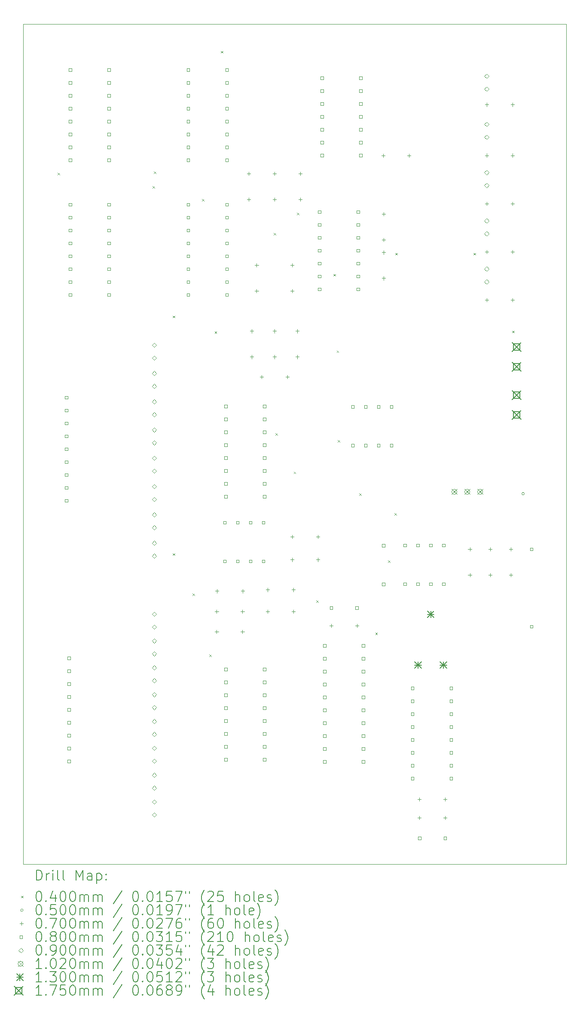
<source format=gbr>
%TF.GenerationSoftware,KiCad,Pcbnew,8.0.4*%
%TF.CreationDate,2024-12-01T21:10:42+01:00*%
%TF.ProjectId,OVN,4f564e2e-6b69-4636-9164-5f7063625858,rev?*%
%TF.SameCoordinates,Original*%
%TF.FileFunction,Drillmap*%
%TF.FilePolarity,Positive*%
%FSLAX45Y45*%
G04 Gerber Fmt 4.5, Leading zero omitted, Abs format (unit mm)*
G04 Created by KiCad (PCBNEW 8.0.4) date 2024-12-01 21:10:42*
%MOMM*%
%LPD*%
G01*
G04 APERTURE LIST*
%ADD10C,0.050000*%
%ADD11C,0.200000*%
%ADD12C,0.100000*%
%ADD13C,0.102000*%
%ADD14C,0.130000*%
%ADD15C,0.175000*%
G04 APERTURE END LIST*
D10*
X6250000Y-1650000D02*
X16950000Y-1650000D01*
X16950000Y-18200000D01*
X6250000Y-18200000D01*
X6250000Y-1650000D01*
D11*
D12*
X6924830Y-4578710D02*
X6964830Y-4618710D01*
X6964830Y-4578710D02*
X6924830Y-4618710D01*
X8800760Y-4839900D02*
X8840760Y-4879900D01*
X8840760Y-4839900D02*
X8800760Y-4879900D01*
X8825310Y-4553050D02*
X8865310Y-4593050D01*
X8865310Y-4553050D02*
X8825310Y-4593050D01*
X9197800Y-7391850D02*
X9237800Y-7431850D01*
X9237800Y-7391850D02*
X9197800Y-7431850D01*
X9197800Y-12074780D02*
X9237800Y-12114780D01*
X9237800Y-12074780D02*
X9197800Y-12114780D01*
X9583770Y-12863840D02*
X9623770Y-12903840D01*
X9623770Y-12863840D02*
X9583770Y-12903840D01*
X9772970Y-5091250D02*
X9812970Y-5131250D01*
X9812970Y-5091250D02*
X9772970Y-5131250D01*
X9914580Y-14068980D02*
X9954580Y-14108980D01*
X9954580Y-14068980D02*
X9914580Y-14108980D01*
X10022410Y-7704430D02*
X10062410Y-7744430D01*
X10062410Y-7704430D02*
X10022410Y-7744430D01*
X10144360Y-2176090D02*
X10184360Y-2216090D01*
X10184360Y-2176090D02*
X10144360Y-2216090D01*
X11183000Y-5762300D02*
X11223000Y-5802300D01*
X11223000Y-5762300D02*
X11183000Y-5802300D01*
X11220760Y-9707600D02*
X11260760Y-9747600D01*
X11260760Y-9707600D02*
X11220760Y-9747600D01*
X11580040Y-10466700D02*
X11620040Y-10506700D01*
X11620040Y-10466700D02*
X11580040Y-10506700D01*
X11645800Y-5367770D02*
X11685800Y-5407770D01*
X11685800Y-5367770D02*
X11645800Y-5407770D01*
X12025630Y-13004080D02*
X12065630Y-13044080D01*
X12065630Y-13004080D02*
X12025630Y-13044080D01*
X12362720Y-6570310D02*
X12402720Y-6610310D01*
X12402720Y-6570310D02*
X12362720Y-6610310D01*
X12427280Y-8077580D02*
X12467280Y-8117580D01*
X12467280Y-8077580D02*
X12427280Y-8117580D01*
X12448710Y-9846730D02*
X12488710Y-9886730D01*
X12488710Y-9846730D02*
X12448710Y-9886730D01*
X12870840Y-10891190D02*
X12910840Y-10931190D01*
X12910840Y-10891190D02*
X12870840Y-10931190D01*
X13188680Y-13635070D02*
X13228680Y-13675070D01*
X13228680Y-13635070D02*
X13188680Y-13675070D01*
X13437680Y-12214550D02*
X13477680Y-12254550D01*
X13477680Y-12214550D02*
X13437680Y-12254550D01*
X13565240Y-11285720D02*
X13605240Y-11325720D01*
X13605240Y-11285720D02*
X13565240Y-11325720D01*
X13581880Y-6156830D02*
X13621880Y-6196830D01*
X13621880Y-6156830D02*
X13581880Y-6196830D01*
X15123690Y-6156830D02*
X15163690Y-6196830D01*
X15163690Y-6156830D02*
X15123690Y-6196830D01*
X15884850Y-7688470D02*
X15924850Y-7728470D01*
X15924850Y-7688470D02*
X15884850Y-7728470D01*
X16125000Y-10900000D02*
G75*
G02*
X16075000Y-10900000I-25000J0D01*
G01*
X16075000Y-10900000D02*
G75*
G02*
X16125000Y-10900000I25000J0D01*
G01*
X10062000Y-13183000D02*
X10062000Y-13253000D01*
X10027000Y-13218000D02*
X10097000Y-13218000D01*
X10062000Y-13583000D02*
X10062000Y-13653000D01*
X10027000Y-13618000D02*
X10097000Y-13618000D01*
X10066000Y-12783000D02*
X10066000Y-12853000D01*
X10031000Y-12818000D02*
X10101000Y-12818000D01*
X10570000Y-13183000D02*
X10570000Y-13253000D01*
X10535000Y-13218000D02*
X10605000Y-13218000D01*
X10570000Y-13583000D02*
X10570000Y-13653000D01*
X10535000Y-13618000D02*
X10605000Y-13618000D01*
X10574000Y-12783000D02*
X10574000Y-12853000D01*
X10539000Y-12818000D02*
X10609000Y-12818000D01*
X10692000Y-4561000D02*
X10692000Y-4631000D01*
X10657000Y-4596000D02*
X10727000Y-4596000D01*
X10692000Y-5069000D02*
X10692000Y-5139000D01*
X10657000Y-5104000D02*
X10727000Y-5104000D01*
X10750000Y-7661000D02*
X10750000Y-7731000D01*
X10715000Y-7696000D02*
X10785000Y-7696000D01*
X10750000Y-8169000D02*
X10750000Y-8239000D01*
X10715000Y-8204000D02*
X10785000Y-8204000D01*
X10850000Y-6361000D02*
X10850000Y-6431000D01*
X10815000Y-6396000D02*
X10885000Y-6396000D01*
X10850000Y-6869000D02*
X10850000Y-6939000D01*
X10815000Y-6904000D02*
X10885000Y-6904000D01*
X10946000Y-8565000D02*
X10946000Y-8635000D01*
X10911000Y-8600000D02*
X10981000Y-8600000D01*
X11066000Y-12758000D02*
X11066000Y-12828000D01*
X11031000Y-12793000D02*
X11101000Y-12793000D01*
X11066000Y-13183000D02*
X11066000Y-13253000D01*
X11031000Y-13218000D02*
X11101000Y-13218000D01*
X11200000Y-4561000D02*
X11200000Y-4631000D01*
X11165000Y-4596000D02*
X11235000Y-4596000D01*
X11200000Y-5069000D02*
X11200000Y-5139000D01*
X11165000Y-5104000D02*
X11235000Y-5104000D01*
X11200000Y-7661000D02*
X11200000Y-7731000D01*
X11165000Y-7696000D02*
X11235000Y-7696000D01*
X11200000Y-8169000D02*
X11200000Y-8239000D01*
X11165000Y-8204000D02*
X11235000Y-8204000D01*
X11454000Y-8565000D02*
X11454000Y-8635000D01*
X11419000Y-8600000D02*
X11489000Y-8600000D01*
X11546000Y-11715000D02*
X11546000Y-11785000D01*
X11511000Y-11750000D02*
X11581000Y-11750000D01*
X11550000Y-6361000D02*
X11550000Y-6431000D01*
X11515000Y-6396000D02*
X11585000Y-6396000D01*
X11550000Y-6869000D02*
X11550000Y-6939000D01*
X11515000Y-6904000D02*
X11585000Y-6904000D01*
X11550000Y-12165000D02*
X11550000Y-12235000D01*
X11515000Y-12200000D02*
X11585000Y-12200000D01*
X11574000Y-12758000D02*
X11574000Y-12828000D01*
X11539000Y-12793000D02*
X11609000Y-12793000D01*
X11574000Y-13183000D02*
X11574000Y-13253000D01*
X11539000Y-13218000D02*
X11609000Y-13218000D01*
X11650000Y-7661000D02*
X11650000Y-7731000D01*
X11615000Y-7696000D02*
X11685000Y-7696000D01*
X11650000Y-8169000D02*
X11650000Y-8239000D01*
X11615000Y-8204000D02*
X11685000Y-8204000D01*
X11708000Y-4561000D02*
X11708000Y-4631000D01*
X11673000Y-4596000D02*
X11743000Y-4596000D01*
X11708000Y-5069000D02*
X11708000Y-5139000D01*
X11673000Y-5104000D02*
X11743000Y-5104000D01*
X12054000Y-11715000D02*
X12054000Y-11785000D01*
X12019000Y-11750000D02*
X12089000Y-11750000D01*
X12058000Y-12165000D02*
X12058000Y-12235000D01*
X12023000Y-12200000D02*
X12093000Y-12200000D01*
X12316500Y-13465000D02*
X12316500Y-13535000D01*
X12281500Y-13500000D02*
X12351500Y-13500000D01*
X12824500Y-13465000D02*
X12824500Y-13535000D01*
X12789500Y-13500000D02*
X12859500Y-13500000D01*
X13346000Y-4201000D02*
X13346000Y-4271000D01*
X13311000Y-4236000D02*
X13381000Y-4236000D01*
X13350000Y-5357000D02*
X13350000Y-5427000D01*
X13315000Y-5392000D02*
X13385000Y-5392000D01*
X13350000Y-5865000D02*
X13350000Y-5935000D01*
X13315000Y-5900000D02*
X13385000Y-5900000D01*
X13350000Y-6111000D02*
X13350000Y-6181000D01*
X13315000Y-6146000D02*
X13385000Y-6146000D01*
X13350000Y-6619000D02*
X13350000Y-6689000D01*
X13315000Y-6654000D02*
X13385000Y-6654000D01*
X13854000Y-4201000D02*
X13854000Y-4271000D01*
X13819000Y-4236000D02*
X13889000Y-4236000D01*
X14058000Y-16888750D02*
X14058000Y-16958750D01*
X14023000Y-16923750D02*
X14093000Y-16923750D01*
X14058000Y-17247500D02*
X14058000Y-17317500D01*
X14023000Y-17282500D02*
X14093000Y-17282500D01*
X14566000Y-16888750D02*
X14566000Y-16958750D01*
X14531000Y-16923750D02*
X14601000Y-16923750D01*
X14566000Y-17247500D02*
X14566000Y-17317500D01*
X14531000Y-17282500D02*
X14601000Y-17282500D01*
X15050000Y-11957000D02*
X15050000Y-12027000D01*
X15015000Y-11992000D02*
X15085000Y-11992000D01*
X15050000Y-12465000D02*
X15050000Y-12535000D01*
X15015000Y-12500000D02*
X15085000Y-12500000D01*
X15382500Y-3199000D02*
X15382500Y-3269000D01*
X15347500Y-3234000D02*
X15417500Y-3234000D01*
X15382500Y-4199000D02*
X15382500Y-4269000D01*
X15347500Y-4234000D02*
X15417500Y-4234000D01*
X15382500Y-5149000D02*
X15382500Y-5219000D01*
X15347500Y-5184000D02*
X15417500Y-5184000D01*
X15382500Y-6099000D02*
X15382500Y-6169000D01*
X15347500Y-6134000D02*
X15417500Y-6134000D01*
X15382500Y-7049000D02*
X15382500Y-7119000D01*
X15347500Y-7084000D02*
X15417500Y-7084000D01*
X15455000Y-11957000D02*
X15455000Y-12027000D01*
X15420000Y-11992000D02*
X15490000Y-11992000D01*
X15455000Y-12465000D02*
X15455000Y-12535000D01*
X15420000Y-12500000D02*
X15490000Y-12500000D01*
X15860000Y-11957000D02*
X15860000Y-12027000D01*
X15825000Y-11992000D02*
X15895000Y-11992000D01*
X15860000Y-12465000D02*
X15860000Y-12535000D01*
X15825000Y-12500000D02*
X15895000Y-12500000D01*
X15890500Y-3199000D02*
X15890500Y-3269000D01*
X15855500Y-3234000D02*
X15925500Y-3234000D01*
X15890500Y-4199000D02*
X15890500Y-4269000D01*
X15855500Y-4234000D02*
X15925500Y-4234000D01*
X15890500Y-5149000D02*
X15890500Y-5219000D01*
X15855500Y-5184000D02*
X15925500Y-5184000D01*
X15890500Y-6099000D02*
X15890500Y-6169000D01*
X15855500Y-6134000D02*
X15925500Y-6134000D01*
X15890500Y-7049000D02*
X15890500Y-7119000D01*
X15855500Y-7084000D02*
X15925500Y-7084000D01*
X7128284Y-9033285D02*
X7128284Y-8976716D01*
X7071715Y-8976716D01*
X7071715Y-9033285D01*
X7128284Y-9033285D01*
X7128284Y-9287285D02*
X7128284Y-9230716D01*
X7071715Y-9230716D01*
X7071715Y-9287285D01*
X7128284Y-9287285D01*
X7128284Y-9541285D02*
X7128284Y-9484716D01*
X7071715Y-9484716D01*
X7071715Y-9541285D01*
X7128284Y-9541285D01*
X7128284Y-9795285D02*
X7128284Y-9738716D01*
X7071715Y-9738716D01*
X7071715Y-9795285D01*
X7128284Y-9795285D01*
X7128284Y-10049285D02*
X7128284Y-9992716D01*
X7071715Y-9992716D01*
X7071715Y-10049285D01*
X7128284Y-10049285D01*
X7128284Y-10303285D02*
X7128284Y-10246716D01*
X7071715Y-10246716D01*
X7071715Y-10303285D01*
X7128284Y-10303285D01*
X7128284Y-10557285D02*
X7128284Y-10500716D01*
X7071715Y-10500716D01*
X7071715Y-10557285D01*
X7128284Y-10557285D01*
X7128284Y-10811285D02*
X7128284Y-10754716D01*
X7071715Y-10754716D01*
X7071715Y-10811285D01*
X7128284Y-10811285D01*
X7128284Y-11065285D02*
X7128284Y-11008716D01*
X7071715Y-11008716D01*
X7071715Y-11065285D01*
X7128284Y-11065285D01*
X7178284Y-14170284D02*
X7178284Y-14113715D01*
X7121715Y-14113715D01*
X7121715Y-14170284D01*
X7178284Y-14170284D01*
X7178284Y-14424284D02*
X7178284Y-14367715D01*
X7121715Y-14367715D01*
X7121715Y-14424284D01*
X7178284Y-14424284D01*
X7178284Y-14678284D02*
X7178284Y-14621715D01*
X7121715Y-14621715D01*
X7121715Y-14678284D01*
X7178284Y-14678284D01*
X7178284Y-14932284D02*
X7178284Y-14875715D01*
X7121715Y-14875715D01*
X7121715Y-14932284D01*
X7178284Y-14932284D01*
X7178284Y-15186284D02*
X7178284Y-15129715D01*
X7121715Y-15129715D01*
X7121715Y-15186284D01*
X7178284Y-15186284D01*
X7178284Y-15440284D02*
X7178284Y-15383715D01*
X7121715Y-15383715D01*
X7121715Y-15440284D01*
X7178284Y-15440284D01*
X7178284Y-15694284D02*
X7178284Y-15637715D01*
X7121715Y-15637715D01*
X7121715Y-15694284D01*
X7178284Y-15694284D01*
X7178284Y-15948284D02*
X7178284Y-15891715D01*
X7121715Y-15891715D01*
X7121715Y-15948284D01*
X7178284Y-15948284D01*
X7178284Y-16202284D02*
X7178284Y-16145715D01*
X7121715Y-16145715D01*
X7121715Y-16202284D01*
X7178284Y-16202284D01*
X7203284Y-2574285D02*
X7203284Y-2517716D01*
X7146715Y-2517716D01*
X7146715Y-2574285D01*
X7203284Y-2574285D01*
X7203284Y-2828284D02*
X7203284Y-2771716D01*
X7146715Y-2771716D01*
X7146715Y-2828284D01*
X7203284Y-2828284D01*
X7203284Y-3082284D02*
X7203284Y-3025715D01*
X7146715Y-3025715D01*
X7146715Y-3082284D01*
X7203284Y-3082284D01*
X7203284Y-3336284D02*
X7203284Y-3279715D01*
X7146715Y-3279715D01*
X7146715Y-3336284D01*
X7203284Y-3336284D01*
X7203284Y-3590284D02*
X7203284Y-3533715D01*
X7146715Y-3533715D01*
X7146715Y-3590284D01*
X7203284Y-3590284D01*
X7203284Y-3844284D02*
X7203284Y-3787715D01*
X7146715Y-3787715D01*
X7146715Y-3844284D01*
X7203284Y-3844284D01*
X7203284Y-4098284D02*
X7203284Y-4041715D01*
X7146715Y-4041715D01*
X7146715Y-4098284D01*
X7203284Y-4098284D01*
X7203284Y-4352285D02*
X7203284Y-4295716D01*
X7146715Y-4295716D01*
X7146715Y-4352285D01*
X7203284Y-4352285D01*
X7203284Y-5232285D02*
X7203284Y-5175716D01*
X7146715Y-5175716D01*
X7146715Y-5232285D01*
X7203284Y-5232285D01*
X7203284Y-5486285D02*
X7203284Y-5429716D01*
X7146715Y-5429716D01*
X7146715Y-5486285D01*
X7203284Y-5486285D01*
X7203284Y-5740284D02*
X7203284Y-5683715D01*
X7146715Y-5683715D01*
X7146715Y-5740284D01*
X7203284Y-5740284D01*
X7203284Y-5994284D02*
X7203284Y-5937715D01*
X7146715Y-5937715D01*
X7146715Y-5994284D01*
X7203284Y-5994284D01*
X7203284Y-6248284D02*
X7203284Y-6191715D01*
X7146715Y-6191715D01*
X7146715Y-6248284D01*
X7203284Y-6248284D01*
X7203284Y-6502284D02*
X7203284Y-6445715D01*
X7146715Y-6445715D01*
X7146715Y-6502284D01*
X7203284Y-6502284D01*
X7203284Y-6756284D02*
X7203284Y-6699715D01*
X7146715Y-6699715D01*
X7146715Y-6756284D01*
X7203284Y-6756284D01*
X7203284Y-7010284D02*
X7203284Y-6953715D01*
X7146715Y-6953715D01*
X7146715Y-7010284D01*
X7203284Y-7010284D01*
X7965284Y-2574285D02*
X7965284Y-2517716D01*
X7908715Y-2517716D01*
X7908715Y-2574285D01*
X7965284Y-2574285D01*
X7965284Y-2828284D02*
X7965284Y-2771716D01*
X7908715Y-2771716D01*
X7908715Y-2828284D01*
X7965284Y-2828284D01*
X7965284Y-3082284D02*
X7965284Y-3025715D01*
X7908715Y-3025715D01*
X7908715Y-3082284D01*
X7965284Y-3082284D01*
X7965284Y-3336284D02*
X7965284Y-3279715D01*
X7908715Y-3279715D01*
X7908715Y-3336284D01*
X7965284Y-3336284D01*
X7965284Y-3590284D02*
X7965284Y-3533715D01*
X7908715Y-3533715D01*
X7908715Y-3590284D01*
X7965284Y-3590284D01*
X7965284Y-3844284D02*
X7965284Y-3787715D01*
X7908715Y-3787715D01*
X7908715Y-3844284D01*
X7965284Y-3844284D01*
X7965284Y-4098284D02*
X7965284Y-4041715D01*
X7908715Y-4041715D01*
X7908715Y-4098284D01*
X7965284Y-4098284D01*
X7965284Y-4352285D02*
X7965284Y-4295716D01*
X7908715Y-4295716D01*
X7908715Y-4352285D01*
X7965284Y-4352285D01*
X7965284Y-5232285D02*
X7965284Y-5175716D01*
X7908715Y-5175716D01*
X7908715Y-5232285D01*
X7965284Y-5232285D01*
X7965284Y-5486285D02*
X7965284Y-5429716D01*
X7908715Y-5429716D01*
X7908715Y-5486285D01*
X7965284Y-5486285D01*
X7965284Y-5740284D02*
X7965284Y-5683715D01*
X7908715Y-5683715D01*
X7908715Y-5740284D01*
X7965284Y-5740284D01*
X7965284Y-5994284D02*
X7965284Y-5937715D01*
X7908715Y-5937715D01*
X7908715Y-5994284D01*
X7965284Y-5994284D01*
X7965284Y-6248284D02*
X7965284Y-6191715D01*
X7908715Y-6191715D01*
X7908715Y-6248284D01*
X7965284Y-6248284D01*
X7965284Y-6502284D02*
X7965284Y-6445715D01*
X7908715Y-6445715D01*
X7908715Y-6502284D01*
X7965284Y-6502284D01*
X7965284Y-6756284D02*
X7965284Y-6699715D01*
X7908715Y-6699715D01*
X7908715Y-6756284D01*
X7965284Y-6756284D01*
X7965284Y-7010284D02*
X7965284Y-6953715D01*
X7908715Y-6953715D01*
X7908715Y-7010284D01*
X7965284Y-7010284D01*
X9528285Y-2574285D02*
X9528285Y-2517716D01*
X9471716Y-2517716D01*
X9471716Y-2574285D01*
X9528285Y-2574285D01*
X9528285Y-2828284D02*
X9528285Y-2771716D01*
X9471716Y-2771716D01*
X9471716Y-2828284D01*
X9528285Y-2828284D01*
X9528285Y-3082284D02*
X9528285Y-3025715D01*
X9471716Y-3025715D01*
X9471716Y-3082284D01*
X9528285Y-3082284D01*
X9528285Y-3336284D02*
X9528285Y-3279715D01*
X9471716Y-3279715D01*
X9471716Y-3336284D01*
X9528285Y-3336284D01*
X9528285Y-3590284D02*
X9528285Y-3533715D01*
X9471716Y-3533715D01*
X9471716Y-3590284D01*
X9528285Y-3590284D01*
X9528285Y-3844284D02*
X9528285Y-3787715D01*
X9471716Y-3787715D01*
X9471716Y-3844284D01*
X9528285Y-3844284D01*
X9528285Y-4098284D02*
X9528285Y-4041715D01*
X9471716Y-4041715D01*
X9471716Y-4098284D01*
X9528285Y-4098284D01*
X9528285Y-4352285D02*
X9528285Y-4295716D01*
X9471716Y-4295716D01*
X9471716Y-4352285D01*
X9528285Y-4352285D01*
X9528285Y-5232285D02*
X9528285Y-5175716D01*
X9471716Y-5175716D01*
X9471716Y-5232285D01*
X9528285Y-5232285D01*
X9528285Y-5486285D02*
X9528285Y-5429716D01*
X9471716Y-5429716D01*
X9471716Y-5486285D01*
X9528285Y-5486285D01*
X9528285Y-5740284D02*
X9528285Y-5683715D01*
X9471716Y-5683715D01*
X9471716Y-5740284D01*
X9528285Y-5740284D01*
X9528285Y-5994284D02*
X9528285Y-5937715D01*
X9471716Y-5937715D01*
X9471716Y-5994284D01*
X9528285Y-5994284D01*
X9528285Y-6248284D02*
X9528285Y-6191715D01*
X9471716Y-6191715D01*
X9471716Y-6248284D01*
X9528285Y-6248284D01*
X9528285Y-6502284D02*
X9528285Y-6445715D01*
X9471716Y-6445715D01*
X9471716Y-6502284D01*
X9528285Y-6502284D01*
X9528285Y-6756284D02*
X9528285Y-6699715D01*
X9471716Y-6699715D01*
X9471716Y-6756284D01*
X9528285Y-6756284D01*
X9528285Y-7010284D02*
X9528285Y-6953715D01*
X9471716Y-6953715D01*
X9471716Y-7010284D01*
X9528285Y-7010284D01*
X10248285Y-11496284D02*
X10248285Y-11439715D01*
X10191716Y-11439715D01*
X10191716Y-11496284D01*
X10248285Y-11496284D01*
X10248285Y-12258284D02*
X10248285Y-12201715D01*
X10191716Y-12201715D01*
X10191716Y-12258284D01*
X10248285Y-12258284D01*
X10266285Y-9208285D02*
X10266285Y-9151716D01*
X10209716Y-9151716D01*
X10209716Y-9208285D01*
X10266285Y-9208285D01*
X10266285Y-9462285D02*
X10266285Y-9405716D01*
X10209716Y-9405716D01*
X10209716Y-9462285D01*
X10266285Y-9462285D01*
X10266285Y-9716285D02*
X10266285Y-9659716D01*
X10209716Y-9659716D01*
X10209716Y-9716285D01*
X10266285Y-9716285D01*
X10266285Y-9970285D02*
X10266285Y-9913716D01*
X10209716Y-9913716D01*
X10209716Y-9970285D01*
X10266285Y-9970285D01*
X10266285Y-10224285D02*
X10266285Y-10167716D01*
X10209716Y-10167716D01*
X10209716Y-10224285D01*
X10266285Y-10224285D01*
X10266285Y-10478285D02*
X10266285Y-10421716D01*
X10209716Y-10421716D01*
X10209716Y-10478285D01*
X10266285Y-10478285D01*
X10266285Y-10732285D02*
X10266285Y-10675716D01*
X10209716Y-10675716D01*
X10209716Y-10732285D01*
X10266285Y-10732285D01*
X10266285Y-10986285D02*
X10266285Y-10929716D01*
X10209716Y-10929716D01*
X10209716Y-10986285D01*
X10266285Y-10986285D01*
X10266285Y-14387784D02*
X10266285Y-14331215D01*
X10209716Y-14331215D01*
X10209716Y-14387784D01*
X10266285Y-14387784D01*
X10266285Y-14641784D02*
X10266285Y-14585215D01*
X10209716Y-14585215D01*
X10209716Y-14641784D01*
X10266285Y-14641784D01*
X10266285Y-14895784D02*
X10266285Y-14839215D01*
X10209716Y-14839215D01*
X10209716Y-14895784D01*
X10266285Y-14895784D01*
X10266285Y-15149784D02*
X10266285Y-15093215D01*
X10209716Y-15093215D01*
X10209716Y-15149784D01*
X10266285Y-15149784D01*
X10266285Y-15403784D02*
X10266285Y-15347215D01*
X10209716Y-15347215D01*
X10209716Y-15403784D01*
X10266285Y-15403784D01*
X10266285Y-15657784D02*
X10266285Y-15601215D01*
X10209716Y-15601215D01*
X10209716Y-15657784D01*
X10266285Y-15657784D01*
X10266285Y-15911784D02*
X10266285Y-15855215D01*
X10209716Y-15855215D01*
X10209716Y-15911784D01*
X10266285Y-15911784D01*
X10266285Y-16165784D02*
X10266285Y-16109215D01*
X10209716Y-16109215D01*
X10209716Y-16165784D01*
X10266285Y-16165784D01*
X10290285Y-2574285D02*
X10290285Y-2517716D01*
X10233716Y-2517716D01*
X10233716Y-2574285D01*
X10290285Y-2574285D01*
X10290285Y-2828284D02*
X10290285Y-2771716D01*
X10233716Y-2771716D01*
X10233716Y-2828284D01*
X10290285Y-2828284D01*
X10290285Y-3082284D02*
X10290285Y-3025715D01*
X10233716Y-3025715D01*
X10233716Y-3082284D01*
X10290285Y-3082284D01*
X10290285Y-3336284D02*
X10290285Y-3279715D01*
X10233716Y-3279715D01*
X10233716Y-3336284D01*
X10290285Y-3336284D01*
X10290285Y-3590284D02*
X10290285Y-3533715D01*
X10233716Y-3533715D01*
X10233716Y-3590284D01*
X10290285Y-3590284D01*
X10290285Y-3844284D02*
X10290285Y-3787715D01*
X10233716Y-3787715D01*
X10233716Y-3844284D01*
X10290285Y-3844284D01*
X10290285Y-4098284D02*
X10290285Y-4041715D01*
X10233716Y-4041715D01*
X10233716Y-4098284D01*
X10290285Y-4098284D01*
X10290285Y-4352285D02*
X10290285Y-4295716D01*
X10233716Y-4295716D01*
X10233716Y-4352285D01*
X10290285Y-4352285D01*
X10290285Y-5232285D02*
X10290285Y-5175716D01*
X10233716Y-5175716D01*
X10233716Y-5232285D01*
X10290285Y-5232285D01*
X10290285Y-5486285D02*
X10290285Y-5429716D01*
X10233716Y-5429716D01*
X10233716Y-5486285D01*
X10290285Y-5486285D01*
X10290285Y-5740284D02*
X10290285Y-5683715D01*
X10233716Y-5683715D01*
X10233716Y-5740284D01*
X10290285Y-5740284D01*
X10290285Y-5994284D02*
X10290285Y-5937715D01*
X10233716Y-5937715D01*
X10233716Y-5994284D01*
X10290285Y-5994284D01*
X10290285Y-6248284D02*
X10290285Y-6191715D01*
X10233716Y-6191715D01*
X10233716Y-6248284D01*
X10290285Y-6248284D01*
X10290285Y-6502284D02*
X10290285Y-6445715D01*
X10233716Y-6445715D01*
X10233716Y-6502284D01*
X10290285Y-6502284D01*
X10290285Y-6756284D02*
X10290285Y-6699715D01*
X10233716Y-6699715D01*
X10233716Y-6756284D01*
X10290285Y-6756284D01*
X10290285Y-7010284D02*
X10290285Y-6953715D01*
X10233716Y-6953715D01*
X10233716Y-7010284D01*
X10290285Y-7010284D01*
X10502285Y-11496284D02*
X10502285Y-11439715D01*
X10445716Y-11439715D01*
X10445716Y-11496284D01*
X10502285Y-11496284D01*
X10502285Y-12258284D02*
X10502285Y-12201715D01*
X10445716Y-12201715D01*
X10445716Y-12258284D01*
X10502285Y-12258284D01*
X10756285Y-11496284D02*
X10756285Y-11439715D01*
X10699716Y-11439715D01*
X10699716Y-11496284D01*
X10756285Y-11496284D01*
X10756285Y-12258284D02*
X10756285Y-12201715D01*
X10699716Y-12201715D01*
X10699716Y-12258284D01*
X10756285Y-12258284D01*
X11010285Y-11496284D02*
X11010285Y-11439715D01*
X10953716Y-11439715D01*
X10953716Y-11496284D01*
X11010285Y-11496284D01*
X11010285Y-12258284D02*
X11010285Y-12201715D01*
X10953716Y-12201715D01*
X10953716Y-12258284D01*
X11010285Y-12258284D01*
X11028285Y-9208285D02*
X11028285Y-9151716D01*
X10971716Y-9151716D01*
X10971716Y-9208285D01*
X11028285Y-9208285D01*
X11028285Y-9462285D02*
X11028285Y-9405716D01*
X10971716Y-9405716D01*
X10971716Y-9462285D01*
X11028285Y-9462285D01*
X11028285Y-9716285D02*
X11028285Y-9659716D01*
X10971716Y-9659716D01*
X10971716Y-9716285D01*
X11028285Y-9716285D01*
X11028285Y-9970285D02*
X11028285Y-9913716D01*
X10971716Y-9913716D01*
X10971716Y-9970285D01*
X11028285Y-9970285D01*
X11028285Y-10224285D02*
X11028285Y-10167716D01*
X10971716Y-10167716D01*
X10971716Y-10224285D01*
X11028285Y-10224285D01*
X11028285Y-10478285D02*
X11028285Y-10421716D01*
X10971716Y-10421716D01*
X10971716Y-10478285D01*
X11028285Y-10478285D01*
X11028285Y-10732285D02*
X11028285Y-10675716D01*
X10971716Y-10675716D01*
X10971716Y-10732285D01*
X11028285Y-10732285D01*
X11028285Y-10986285D02*
X11028285Y-10929716D01*
X10971716Y-10929716D01*
X10971716Y-10986285D01*
X11028285Y-10986285D01*
X11028285Y-14387784D02*
X11028285Y-14331215D01*
X10971716Y-14331215D01*
X10971716Y-14387784D01*
X11028285Y-14387784D01*
X11028285Y-14641784D02*
X11028285Y-14585215D01*
X10971716Y-14585215D01*
X10971716Y-14641784D01*
X11028285Y-14641784D01*
X11028285Y-14895784D02*
X11028285Y-14839215D01*
X10971716Y-14839215D01*
X10971716Y-14895784D01*
X11028285Y-14895784D01*
X11028285Y-15149784D02*
X11028285Y-15093215D01*
X10971716Y-15093215D01*
X10971716Y-15149784D01*
X11028285Y-15149784D01*
X11028285Y-15403784D02*
X11028285Y-15347215D01*
X10971716Y-15347215D01*
X10971716Y-15403784D01*
X11028285Y-15403784D01*
X11028285Y-15657784D02*
X11028285Y-15601215D01*
X10971716Y-15601215D01*
X10971716Y-15657784D01*
X11028285Y-15657784D01*
X11028285Y-15911784D02*
X11028285Y-15855215D01*
X10971716Y-15855215D01*
X10971716Y-15911784D01*
X11028285Y-15911784D01*
X11028285Y-16165784D02*
X11028285Y-16109215D01*
X10971716Y-16109215D01*
X10971716Y-16165784D01*
X11028285Y-16165784D01*
X12116284Y-5374285D02*
X12116284Y-5317716D01*
X12059715Y-5317716D01*
X12059715Y-5374285D01*
X12116284Y-5374285D01*
X12116284Y-5628284D02*
X12116284Y-5571716D01*
X12059715Y-5571716D01*
X12059715Y-5628284D01*
X12116284Y-5628284D01*
X12116284Y-5882284D02*
X12116284Y-5825715D01*
X12059715Y-5825715D01*
X12059715Y-5882284D01*
X12116284Y-5882284D01*
X12116284Y-6136284D02*
X12116284Y-6079715D01*
X12059715Y-6079715D01*
X12059715Y-6136284D01*
X12116284Y-6136284D01*
X12116284Y-6390284D02*
X12116284Y-6333715D01*
X12059715Y-6333715D01*
X12059715Y-6390284D01*
X12116284Y-6390284D01*
X12116284Y-6644284D02*
X12116284Y-6587715D01*
X12059715Y-6587715D01*
X12059715Y-6644284D01*
X12116284Y-6644284D01*
X12116284Y-6898284D02*
X12116284Y-6841715D01*
X12059715Y-6841715D01*
X12059715Y-6898284D01*
X12116284Y-6898284D01*
X12166284Y-2740285D02*
X12166284Y-2683716D01*
X12109715Y-2683716D01*
X12109715Y-2740285D01*
X12166284Y-2740285D01*
X12166284Y-2994284D02*
X12166284Y-2937715D01*
X12109715Y-2937715D01*
X12109715Y-2994284D01*
X12166284Y-2994284D01*
X12166284Y-3248284D02*
X12166284Y-3191715D01*
X12109715Y-3191715D01*
X12109715Y-3248284D01*
X12166284Y-3248284D01*
X12166284Y-3502284D02*
X12166284Y-3445715D01*
X12109715Y-3445715D01*
X12109715Y-3502284D01*
X12166284Y-3502284D01*
X12166284Y-3756284D02*
X12166284Y-3699715D01*
X12109715Y-3699715D01*
X12109715Y-3756284D01*
X12166284Y-3756284D01*
X12166284Y-4010284D02*
X12166284Y-3953715D01*
X12109715Y-3953715D01*
X12109715Y-4010284D01*
X12166284Y-4010284D01*
X12166284Y-4264285D02*
X12166284Y-4207716D01*
X12109715Y-4207716D01*
X12109715Y-4264285D01*
X12166284Y-4264285D01*
X12216284Y-13920284D02*
X12216284Y-13863715D01*
X12159715Y-13863715D01*
X12159715Y-13920284D01*
X12216284Y-13920284D01*
X12216284Y-14174284D02*
X12216284Y-14117715D01*
X12159715Y-14117715D01*
X12159715Y-14174284D01*
X12216284Y-14174284D01*
X12216284Y-14428284D02*
X12216284Y-14371715D01*
X12159715Y-14371715D01*
X12159715Y-14428284D01*
X12216284Y-14428284D01*
X12216284Y-14682284D02*
X12216284Y-14625715D01*
X12159715Y-14625715D01*
X12159715Y-14682284D01*
X12216284Y-14682284D01*
X12216284Y-14936284D02*
X12216284Y-14879715D01*
X12159715Y-14879715D01*
X12159715Y-14936284D01*
X12216284Y-14936284D01*
X12216284Y-15190284D02*
X12216284Y-15133715D01*
X12159715Y-15133715D01*
X12159715Y-15190284D01*
X12216284Y-15190284D01*
X12216284Y-15444284D02*
X12216284Y-15387715D01*
X12159715Y-15387715D01*
X12159715Y-15444284D01*
X12216284Y-15444284D01*
X12216284Y-15698284D02*
X12216284Y-15641715D01*
X12159715Y-15641715D01*
X12159715Y-15698284D01*
X12216284Y-15698284D01*
X12216284Y-15952284D02*
X12216284Y-15895715D01*
X12159715Y-15895715D01*
X12159715Y-15952284D01*
X12216284Y-15952284D01*
X12216284Y-16206284D02*
X12216284Y-16149715D01*
X12159715Y-16149715D01*
X12159715Y-16206284D01*
X12216284Y-16206284D01*
X12348784Y-13178284D02*
X12348784Y-13121715D01*
X12292215Y-13121715D01*
X12292215Y-13178284D01*
X12348784Y-13178284D01*
X12770284Y-9216285D02*
X12770284Y-9159716D01*
X12713715Y-9159716D01*
X12713715Y-9216285D01*
X12770284Y-9216285D01*
X12770284Y-9978285D02*
X12770284Y-9921716D01*
X12713715Y-9921716D01*
X12713715Y-9978285D01*
X12770284Y-9978285D01*
X12848784Y-13178284D02*
X12848784Y-13121715D01*
X12792215Y-13121715D01*
X12792215Y-13178284D01*
X12848784Y-13178284D01*
X12878284Y-5374285D02*
X12878284Y-5317716D01*
X12821715Y-5317716D01*
X12821715Y-5374285D01*
X12878284Y-5374285D01*
X12878284Y-5628284D02*
X12878284Y-5571716D01*
X12821715Y-5571716D01*
X12821715Y-5628284D01*
X12878284Y-5628284D01*
X12878284Y-5882284D02*
X12878284Y-5825715D01*
X12821715Y-5825715D01*
X12821715Y-5882284D01*
X12878284Y-5882284D01*
X12878284Y-6136284D02*
X12878284Y-6079715D01*
X12821715Y-6079715D01*
X12821715Y-6136284D01*
X12878284Y-6136284D01*
X12878284Y-6390284D02*
X12878284Y-6333715D01*
X12821715Y-6333715D01*
X12821715Y-6390284D01*
X12878284Y-6390284D01*
X12878284Y-6644284D02*
X12878284Y-6587715D01*
X12821715Y-6587715D01*
X12821715Y-6644284D01*
X12878284Y-6644284D01*
X12878284Y-6898284D02*
X12878284Y-6841715D01*
X12821715Y-6841715D01*
X12821715Y-6898284D01*
X12878284Y-6898284D01*
X12928284Y-2740285D02*
X12928284Y-2683716D01*
X12871715Y-2683716D01*
X12871715Y-2740285D01*
X12928284Y-2740285D01*
X12928284Y-2994284D02*
X12928284Y-2937715D01*
X12871715Y-2937715D01*
X12871715Y-2994284D01*
X12928284Y-2994284D01*
X12928284Y-3248284D02*
X12928284Y-3191715D01*
X12871715Y-3191715D01*
X12871715Y-3248284D01*
X12928284Y-3248284D01*
X12928284Y-3502284D02*
X12928284Y-3445715D01*
X12871715Y-3445715D01*
X12871715Y-3502284D01*
X12928284Y-3502284D01*
X12928284Y-3756284D02*
X12928284Y-3699715D01*
X12871715Y-3699715D01*
X12871715Y-3756284D01*
X12928284Y-3756284D01*
X12928284Y-4010284D02*
X12928284Y-3953715D01*
X12871715Y-3953715D01*
X12871715Y-4010284D01*
X12928284Y-4010284D01*
X12928284Y-4264285D02*
X12928284Y-4207716D01*
X12871715Y-4207716D01*
X12871715Y-4264285D01*
X12928284Y-4264285D01*
X12978284Y-13920284D02*
X12978284Y-13863715D01*
X12921715Y-13863715D01*
X12921715Y-13920284D01*
X12978284Y-13920284D01*
X12978284Y-14174284D02*
X12978284Y-14117715D01*
X12921715Y-14117715D01*
X12921715Y-14174284D01*
X12978284Y-14174284D01*
X12978284Y-14428284D02*
X12978284Y-14371715D01*
X12921715Y-14371715D01*
X12921715Y-14428284D01*
X12978284Y-14428284D01*
X12978284Y-14682284D02*
X12978284Y-14625715D01*
X12921715Y-14625715D01*
X12921715Y-14682284D01*
X12978284Y-14682284D01*
X12978284Y-14936284D02*
X12978284Y-14879715D01*
X12921715Y-14879715D01*
X12921715Y-14936284D01*
X12978284Y-14936284D01*
X12978284Y-15190284D02*
X12978284Y-15133715D01*
X12921715Y-15133715D01*
X12921715Y-15190284D01*
X12978284Y-15190284D01*
X12978284Y-15444284D02*
X12978284Y-15387715D01*
X12921715Y-15387715D01*
X12921715Y-15444284D01*
X12978284Y-15444284D01*
X12978284Y-15698284D02*
X12978284Y-15641715D01*
X12921715Y-15641715D01*
X12921715Y-15698284D01*
X12978284Y-15698284D01*
X12978284Y-15952284D02*
X12978284Y-15895715D01*
X12921715Y-15895715D01*
X12921715Y-15952284D01*
X12978284Y-15952284D01*
X12978284Y-16206284D02*
X12978284Y-16149715D01*
X12921715Y-16149715D01*
X12921715Y-16206284D01*
X12978284Y-16206284D01*
X13024284Y-9216285D02*
X13024284Y-9159716D01*
X12967715Y-9159716D01*
X12967715Y-9216285D01*
X13024284Y-9216285D01*
X13024284Y-9978285D02*
X13024284Y-9921716D01*
X12967715Y-9921716D01*
X12967715Y-9978285D01*
X13024284Y-9978285D01*
X13278284Y-9216285D02*
X13278284Y-9159716D01*
X13221715Y-9159716D01*
X13221715Y-9216285D01*
X13278284Y-9216285D01*
X13278284Y-9978285D02*
X13278284Y-9921716D01*
X13221715Y-9921716D01*
X13221715Y-9978285D01*
X13278284Y-9978285D01*
X13378284Y-11947284D02*
X13378284Y-11890715D01*
X13321715Y-11890715D01*
X13321715Y-11947284D01*
X13378284Y-11947284D01*
X13378284Y-12709284D02*
X13378284Y-12652715D01*
X13321715Y-12652715D01*
X13321715Y-12709284D01*
X13378284Y-12709284D01*
X13532284Y-9216285D02*
X13532284Y-9159716D01*
X13475715Y-9159716D01*
X13475715Y-9216285D01*
X13532284Y-9216285D01*
X13532284Y-9978285D02*
X13532284Y-9921716D01*
X13475715Y-9921716D01*
X13475715Y-9978285D01*
X13532284Y-9978285D01*
X13798284Y-11946284D02*
X13798284Y-11889715D01*
X13741715Y-11889715D01*
X13741715Y-11946284D01*
X13798284Y-11946284D01*
X13798284Y-12708284D02*
X13798284Y-12651715D01*
X13741715Y-12651715D01*
X13741715Y-12708284D01*
X13798284Y-12708284D01*
X13948284Y-14758284D02*
X13948284Y-14701715D01*
X13891715Y-14701715D01*
X13891715Y-14758284D01*
X13948284Y-14758284D01*
X13948284Y-15012284D02*
X13948284Y-14955715D01*
X13891715Y-14955715D01*
X13891715Y-15012284D01*
X13948284Y-15012284D01*
X13948284Y-15266284D02*
X13948284Y-15209715D01*
X13891715Y-15209715D01*
X13891715Y-15266284D01*
X13948284Y-15266284D01*
X13948284Y-15520284D02*
X13948284Y-15463715D01*
X13891715Y-15463715D01*
X13891715Y-15520284D01*
X13948284Y-15520284D01*
X13948284Y-15774284D02*
X13948284Y-15717715D01*
X13891715Y-15717715D01*
X13891715Y-15774284D01*
X13948284Y-15774284D01*
X13948284Y-16028284D02*
X13948284Y-15971715D01*
X13891715Y-15971715D01*
X13891715Y-16028284D01*
X13948284Y-16028284D01*
X13948284Y-16282284D02*
X13948284Y-16225715D01*
X13891715Y-16225715D01*
X13891715Y-16282284D01*
X13948284Y-16282284D01*
X13948284Y-16536284D02*
X13948284Y-16479715D01*
X13891715Y-16479715D01*
X13891715Y-16536284D01*
X13948284Y-16536284D01*
X14052284Y-11946284D02*
X14052284Y-11889715D01*
X13995715Y-11889715D01*
X13995715Y-11946284D01*
X14052284Y-11946284D01*
X14052284Y-12708284D02*
X14052284Y-12651715D01*
X13995715Y-12651715D01*
X13995715Y-12708284D01*
X14052284Y-12708284D01*
X14090284Y-17714535D02*
X14090284Y-17657966D01*
X14033715Y-17657966D01*
X14033715Y-17714535D01*
X14090284Y-17714535D01*
X14306284Y-11946284D02*
X14306284Y-11889715D01*
X14249715Y-11889715D01*
X14249715Y-11946284D01*
X14306284Y-11946284D01*
X14306284Y-12708284D02*
X14306284Y-12651715D01*
X14249715Y-12651715D01*
X14249715Y-12708284D01*
X14306284Y-12708284D01*
X14560284Y-11946284D02*
X14560284Y-11889715D01*
X14503715Y-11889715D01*
X14503715Y-11946284D01*
X14560284Y-11946284D01*
X14560284Y-12708284D02*
X14560284Y-12651715D01*
X14503715Y-12651715D01*
X14503715Y-12708284D01*
X14560284Y-12708284D01*
X14590284Y-17714535D02*
X14590284Y-17657966D01*
X14533715Y-17657966D01*
X14533715Y-17714535D01*
X14590284Y-17714535D01*
X14710284Y-14758284D02*
X14710284Y-14701715D01*
X14653715Y-14701715D01*
X14653715Y-14758284D01*
X14710284Y-14758284D01*
X14710284Y-15012284D02*
X14710284Y-14955715D01*
X14653715Y-14955715D01*
X14653715Y-15012284D01*
X14710284Y-15012284D01*
X14710284Y-15266284D02*
X14710284Y-15209715D01*
X14653715Y-15209715D01*
X14653715Y-15266284D01*
X14710284Y-15266284D01*
X14710284Y-15520284D02*
X14710284Y-15463715D01*
X14653715Y-15463715D01*
X14653715Y-15520284D01*
X14710284Y-15520284D01*
X14710284Y-15774284D02*
X14710284Y-15717715D01*
X14653715Y-15717715D01*
X14653715Y-15774284D01*
X14710284Y-15774284D01*
X14710284Y-16028284D02*
X14710284Y-15971715D01*
X14653715Y-15971715D01*
X14653715Y-16028284D01*
X14710284Y-16028284D01*
X14710284Y-16282284D02*
X14710284Y-16225715D01*
X14653715Y-16225715D01*
X14653715Y-16282284D01*
X14710284Y-16282284D01*
X14710284Y-16536284D02*
X14710284Y-16479715D01*
X14653715Y-16479715D01*
X14653715Y-16536284D01*
X14710284Y-16536284D01*
X16293284Y-12020284D02*
X16293284Y-11963715D01*
X16236715Y-11963715D01*
X16236715Y-12020284D01*
X16293284Y-12020284D01*
X16293284Y-13544284D02*
X16293284Y-13487715D01*
X16236715Y-13487715D01*
X16236715Y-13544284D01*
X16293284Y-13544284D01*
X8832500Y-8016000D02*
X8877500Y-7971000D01*
X8832500Y-7926000D01*
X8787500Y-7971000D01*
X8832500Y-8016000D01*
X8832500Y-8270000D02*
X8877500Y-8225000D01*
X8832500Y-8180000D01*
X8787500Y-8225000D01*
X8832500Y-8270000D01*
X8832500Y-8573140D02*
X8877500Y-8528140D01*
X8832500Y-8483140D01*
X8787500Y-8528140D01*
X8832500Y-8573140D01*
X8832500Y-8827140D02*
X8877500Y-8782140D01*
X8832500Y-8737140D01*
X8787500Y-8782140D01*
X8832500Y-8827140D01*
X8832500Y-9130290D02*
X8877500Y-9085290D01*
X8832500Y-9040290D01*
X8787500Y-9085290D01*
X8832500Y-9130290D01*
X8832500Y-9384290D02*
X8877500Y-9339290D01*
X8832500Y-9294290D01*
X8787500Y-9339290D01*
X8832500Y-9384290D01*
X8832500Y-9687430D02*
X8877500Y-9642430D01*
X8832500Y-9597430D01*
X8787500Y-9642430D01*
X8832500Y-9687430D01*
X8832500Y-9941430D02*
X8877500Y-9896430D01*
X8832500Y-9851430D01*
X8787500Y-9896430D01*
X8832500Y-9941430D01*
X8832500Y-10244570D02*
X8877500Y-10199570D01*
X8832500Y-10154570D01*
X8787500Y-10199570D01*
X8832500Y-10244570D01*
X8832500Y-10498570D02*
X8877500Y-10453570D01*
X8832500Y-10408570D01*
X8787500Y-10453570D01*
X8832500Y-10498570D01*
X8832500Y-10801710D02*
X8877500Y-10756710D01*
X8832500Y-10711710D01*
X8787500Y-10756710D01*
X8832500Y-10801710D01*
X8832500Y-11055710D02*
X8877500Y-11010710D01*
X8832500Y-10965710D01*
X8787500Y-11010710D01*
X8832500Y-11055710D01*
X8832500Y-11358860D02*
X8877500Y-11313860D01*
X8832500Y-11268860D01*
X8787500Y-11313860D01*
X8832500Y-11358860D01*
X8832500Y-11612860D02*
X8877500Y-11567860D01*
X8832500Y-11522860D01*
X8787500Y-11567860D01*
X8832500Y-11612860D01*
X8832500Y-11916000D02*
X8877500Y-11871000D01*
X8832500Y-11826000D01*
X8787500Y-11871000D01*
X8832500Y-11916000D01*
X8832500Y-12170000D02*
X8877500Y-12125000D01*
X8832500Y-12080000D01*
X8787500Y-12125000D01*
X8832500Y-12170000D01*
X8832500Y-13316000D02*
X8877500Y-13271000D01*
X8832500Y-13226000D01*
X8787500Y-13271000D01*
X8832500Y-13316000D01*
X8832500Y-13570000D02*
X8877500Y-13525000D01*
X8832500Y-13480000D01*
X8787500Y-13525000D01*
X8832500Y-13570000D01*
X8832500Y-13844570D02*
X8877500Y-13799570D01*
X8832500Y-13754570D01*
X8787500Y-13799570D01*
X8832500Y-13844570D01*
X8832500Y-14098570D02*
X8877500Y-14053570D01*
X8832500Y-14008570D01*
X8787500Y-14053570D01*
X8832500Y-14098570D01*
X8832500Y-14373140D02*
X8877500Y-14328140D01*
X8832500Y-14283140D01*
X8787500Y-14328140D01*
X8832500Y-14373140D01*
X8832500Y-14627140D02*
X8877500Y-14582140D01*
X8832500Y-14537140D01*
X8787500Y-14582140D01*
X8832500Y-14627140D01*
X8832500Y-14901710D02*
X8877500Y-14856710D01*
X8832500Y-14811710D01*
X8787500Y-14856710D01*
X8832500Y-14901710D01*
X8832500Y-15155710D02*
X8877500Y-15110710D01*
X8832500Y-15065710D01*
X8787500Y-15110710D01*
X8832500Y-15155710D01*
X8832500Y-15430290D02*
X8877500Y-15385290D01*
X8832500Y-15340290D01*
X8787500Y-15385290D01*
X8832500Y-15430290D01*
X8832500Y-15684290D02*
X8877500Y-15639290D01*
X8832500Y-15594290D01*
X8787500Y-15639290D01*
X8832500Y-15684290D01*
X8832500Y-15958860D02*
X8877500Y-15913860D01*
X8832500Y-15868860D01*
X8787500Y-15913860D01*
X8832500Y-15958860D01*
X8832500Y-16212860D02*
X8877500Y-16167860D01*
X8832500Y-16122860D01*
X8787500Y-16167860D01*
X8832500Y-16212860D01*
X8832500Y-16487430D02*
X8877500Y-16442430D01*
X8832500Y-16397430D01*
X8787500Y-16442430D01*
X8832500Y-16487430D01*
X8832500Y-16741430D02*
X8877500Y-16696430D01*
X8832500Y-16651430D01*
X8787500Y-16696430D01*
X8832500Y-16741430D01*
X8832500Y-17016000D02*
X8877500Y-16971000D01*
X8832500Y-16926000D01*
X8787500Y-16971000D01*
X8832500Y-17016000D01*
X8832500Y-17270000D02*
X8877500Y-17225000D01*
X8832500Y-17180000D01*
X8787500Y-17225000D01*
X8832500Y-17270000D01*
X15382500Y-2716000D02*
X15427500Y-2671000D01*
X15382500Y-2626000D01*
X15337500Y-2671000D01*
X15382500Y-2716000D01*
X15382500Y-2970000D02*
X15427500Y-2925000D01*
X15382500Y-2880000D01*
X15337500Y-2925000D01*
X15382500Y-2970000D01*
X15382500Y-3666000D02*
X15427500Y-3621000D01*
X15382500Y-3576000D01*
X15337500Y-3621000D01*
X15382500Y-3666000D01*
X15382500Y-3920000D02*
X15427500Y-3875000D01*
X15382500Y-3830000D01*
X15337500Y-3875000D01*
X15382500Y-3920000D01*
X15382500Y-4616000D02*
X15427500Y-4571000D01*
X15382500Y-4526000D01*
X15337500Y-4571000D01*
X15382500Y-4616000D01*
X15382500Y-4870000D02*
X15427500Y-4825000D01*
X15382500Y-4780000D01*
X15337500Y-4825000D01*
X15382500Y-4870000D01*
X15382500Y-5566000D02*
X15427500Y-5521000D01*
X15382500Y-5476000D01*
X15337500Y-5521000D01*
X15382500Y-5566000D01*
X15382500Y-5820000D02*
X15427500Y-5775000D01*
X15382500Y-5730000D01*
X15337500Y-5775000D01*
X15382500Y-5820000D01*
X15382500Y-6516000D02*
X15427500Y-6471000D01*
X15382500Y-6426000D01*
X15337500Y-6471000D01*
X15382500Y-6516000D01*
X15382500Y-6770000D02*
X15427500Y-6725000D01*
X15382500Y-6680000D01*
X15337500Y-6725000D01*
X15382500Y-6770000D01*
D13*
X14694000Y-10811500D02*
X14796000Y-10913500D01*
X14796000Y-10811500D02*
X14694000Y-10913500D01*
X14796000Y-10862500D02*
G75*
G02*
X14694000Y-10862500I-51000J0D01*
G01*
X14694000Y-10862500D02*
G75*
G02*
X14796000Y-10862500I51000J0D01*
G01*
X14948000Y-10811500D02*
X15050000Y-10913500D01*
X15050000Y-10811500D02*
X14948000Y-10913500D01*
X15050000Y-10862500D02*
G75*
G02*
X14948000Y-10862500I-51000J0D01*
G01*
X14948000Y-10862500D02*
G75*
G02*
X15050000Y-10862500I51000J0D01*
G01*
X15202000Y-10811500D02*
X15304000Y-10913500D01*
X15304000Y-10811500D02*
X15202000Y-10913500D01*
X15304000Y-10862500D02*
G75*
G02*
X15202000Y-10862500I-51000J0D01*
G01*
X15202000Y-10862500D02*
G75*
G02*
X15304000Y-10862500I51000J0D01*
G01*
D14*
X13964500Y-14211250D02*
X14094500Y-14341250D01*
X14094500Y-14211250D02*
X13964500Y-14341250D01*
X14029500Y-14211250D02*
X14029500Y-14341250D01*
X13964500Y-14276250D02*
X14094500Y-14276250D01*
X14214500Y-13211250D02*
X14344500Y-13341250D01*
X14344500Y-13211250D02*
X14214500Y-13341250D01*
X14279500Y-13211250D02*
X14279500Y-13341250D01*
X14214500Y-13276250D02*
X14344500Y-13276250D01*
X14464500Y-14211250D02*
X14594500Y-14341250D01*
X14594500Y-14211250D02*
X14464500Y-14341250D01*
X14529500Y-14211250D02*
X14529500Y-14341250D01*
X14464500Y-14276250D02*
X14594500Y-14276250D01*
D15*
X15887500Y-7921750D02*
X16062500Y-8096750D01*
X16062500Y-7921750D02*
X15887500Y-8096750D01*
X16036872Y-8071122D02*
X16036872Y-7947378D01*
X15913128Y-7947378D01*
X15913128Y-8071122D01*
X16036872Y-8071122D01*
X15887500Y-8309750D02*
X16062500Y-8484750D01*
X16062500Y-8309750D02*
X15887500Y-8484750D01*
X16036872Y-8459122D02*
X16036872Y-8335378D01*
X15913128Y-8335378D01*
X15913128Y-8459122D01*
X16036872Y-8459122D01*
X15887500Y-8871750D02*
X16062500Y-9046750D01*
X16062500Y-8871750D02*
X15887500Y-9046750D01*
X16036872Y-9021122D02*
X16036872Y-8897378D01*
X15913128Y-8897378D01*
X15913128Y-9021122D01*
X16036872Y-9021122D01*
X15887500Y-9259750D02*
X16062500Y-9434750D01*
X16062500Y-9259750D02*
X15887500Y-9434750D01*
X16036872Y-9409122D02*
X16036872Y-9285378D01*
X15913128Y-9285378D01*
X15913128Y-9409122D01*
X16036872Y-9409122D01*
D11*
X6508277Y-18513984D02*
X6508277Y-18313984D01*
X6508277Y-18313984D02*
X6555896Y-18313984D01*
X6555896Y-18313984D02*
X6584467Y-18323508D01*
X6584467Y-18323508D02*
X6603515Y-18342555D01*
X6603515Y-18342555D02*
X6613039Y-18361603D01*
X6613039Y-18361603D02*
X6622562Y-18399698D01*
X6622562Y-18399698D02*
X6622562Y-18428270D01*
X6622562Y-18428270D02*
X6613039Y-18466365D01*
X6613039Y-18466365D02*
X6603515Y-18485412D01*
X6603515Y-18485412D02*
X6584467Y-18504460D01*
X6584467Y-18504460D02*
X6555896Y-18513984D01*
X6555896Y-18513984D02*
X6508277Y-18513984D01*
X6708277Y-18513984D02*
X6708277Y-18380650D01*
X6708277Y-18418746D02*
X6717801Y-18399698D01*
X6717801Y-18399698D02*
X6727324Y-18390174D01*
X6727324Y-18390174D02*
X6746372Y-18380650D01*
X6746372Y-18380650D02*
X6765420Y-18380650D01*
X6832086Y-18513984D02*
X6832086Y-18380650D01*
X6832086Y-18313984D02*
X6822562Y-18323508D01*
X6822562Y-18323508D02*
X6832086Y-18333031D01*
X6832086Y-18333031D02*
X6841610Y-18323508D01*
X6841610Y-18323508D02*
X6832086Y-18313984D01*
X6832086Y-18313984D02*
X6832086Y-18333031D01*
X6955896Y-18513984D02*
X6936848Y-18504460D01*
X6936848Y-18504460D02*
X6927324Y-18485412D01*
X6927324Y-18485412D02*
X6927324Y-18313984D01*
X7060658Y-18513984D02*
X7041610Y-18504460D01*
X7041610Y-18504460D02*
X7032086Y-18485412D01*
X7032086Y-18485412D02*
X7032086Y-18313984D01*
X7289229Y-18513984D02*
X7289229Y-18313984D01*
X7289229Y-18313984D02*
X7355896Y-18456841D01*
X7355896Y-18456841D02*
X7422562Y-18313984D01*
X7422562Y-18313984D02*
X7422562Y-18513984D01*
X7603515Y-18513984D02*
X7603515Y-18409222D01*
X7603515Y-18409222D02*
X7593991Y-18390174D01*
X7593991Y-18390174D02*
X7574943Y-18380650D01*
X7574943Y-18380650D02*
X7536848Y-18380650D01*
X7536848Y-18380650D02*
X7517801Y-18390174D01*
X7603515Y-18504460D02*
X7584467Y-18513984D01*
X7584467Y-18513984D02*
X7536848Y-18513984D01*
X7536848Y-18513984D02*
X7517801Y-18504460D01*
X7517801Y-18504460D02*
X7508277Y-18485412D01*
X7508277Y-18485412D02*
X7508277Y-18466365D01*
X7508277Y-18466365D02*
X7517801Y-18447317D01*
X7517801Y-18447317D02*
X7536848Y-18437793D01*
X7536848Y-18437793D02*
X7584467Y-18437793D01*
X7584467Y-18437793D02*
X7603515Y-18428270D01*
X7698753Y-18380650D02*
X7698753Y-18580650D01*
X7698753Y-18390174D02*
X7717801Y-18380650D01*
X7717801Y-18380650D02*
X7755896Y-18380650D01*
X7755896Y-18380650D02*
X7774943Y-18390174D01*
X7774943Y-18390174D02*
X7784467Y-18399698D01*
X7784467Y-18399698D02*
X7793991Y-18418746D01*
X7793991Y-18418746D02*
X7793991Y-18475889D01*
X7793991Y-18475889D02*
X7784467Y-18494936D01*
X7784467Y-18494936D02*
X7774943Y-18504460D01*
X7774943Y-18504460D02*
X7755896Y-18513984D01*
X7755896Y-18513984D02*
X7717801Y-18513984D01*
X7717801Y-18513984D02*
X7698753Y-18504460D01*
X7879705Y-18494936D02*
X7889229Y-18504460D01*
X7889229Y-18504460D02*
X7879705Y-18513984D01*
X7879705Y-18513984D02*
X7870182Y-18504460D01*
X7870182Y-18504460D02*
X7879705Y-18494936D01*
X7879705Y-18494936D02*
X7879705Y-18513984D01*
X7879705Y-18390174D02*
X7889229Y-18399698D01*
X7889229Y-18399698D02*
X7879705Y-18409222D01*
X7879705Y-18409222D02*
X7870182Y-18399698D01*
X7870182Y-18399698D02*
X7879705Y-18390174D01*
X7879705Y-18390174D02*
X7879705Y-18409222D01*
D12*
X6207500Y-18822500D02*
X6247500Y-18862500D01*
X6247500Y-18822500D02*
X6207500Y-18862500D01*
D11*
X6546372Y-18733984D02*
X6565420Y-18733984D01*
X6565420Y-18733984D02*
X6584467Y-18743508D01*
X6584467Y-18743508D02*
X6593991Y-18753031D01*
X6593991Y-18753031D02*
X6603515Y-18772079D01*
X6603515Y-18772079D02*
X6613039Y-18810174D01*
X6613039Y-18810174D02*
X6613039Y-18857793D01*
X6613039Y-18857793D02*
X6603515Y-18895889D01*
X6603515Y-18895889D02*
X6593991Y-18914936D01*
X6593991Y-18914936D02*
X6584467Y-18924460D01*
X6584467Y-18924460D02*
X6565420Y-18933984D01*
X6565420Y-18933984D02*
X6546372Y-18933984D01*
X6546372Y-18933984D02*
X6527324Y-18924460D01*
X6527324Y-18924460D02*
X6517801Y-18914936D01*
X6517801Y-18914936D02*
X6508277Y-18895889D01*
X6508277Y-18895889D02*
X6498753Y-18857793D01*
X6498753Y-18857793D02*
X6498753Y-18810174D01*
X6498753Y-18810174D02*
X6508277Y-18772079D01*
X6508277Y-18772079D02*
X6517801Y-18753031D01*
X6517801Y-18753031D02*
X6527324Y-18743508D01*
X6527324Y-18743508D02*
X6546372Y-18733984D01*
X6698753Y-18914936D02*
X6708277Y-18924460D01*
X6708277Y-18924460D02*
X6698753Y-18933984D01*
X6698753Y-18933984D02*
X6689229Y-18924460D01*
X6689229Y-18924460D02*
X6698753Y-18914936D01*
X6698753Y-18914936D02*
X6698753Y-18933984D01*
X6879705Y-18800650D02*
X6879705Y-18933984D01*
X6832086Y-18724460D02*
X6784467Y-18867317D01*
X6784467Y-18867317D02*
X6908277Y-18867317D01*
X7022562Y-18733984D02*
X7041610Y-18733984D01*
X7041610Y-18733984D02*
X7060658Y-18743508D01*
X7060658Y-18743508D02*
X7070182Y-18753031D01*
X7070182Y-18753031D02*
X7079705Y-18772079D01*
X7079705Y-18772079D02*
X7089229Y-18810174D01*
X7089229Y-18810174D02*
X7089229Y-18857793D01*
X7089229Y-18857793D02*
X7079705Y-18895889D01*
X7079705Y-18895889D02*
X7070182Y-18914936D01*
X7070182Y-18914936D02*
X7060658Y-18924460D01*
X7060658Y-18924460D02*
X7041610Y-18933984D01*
X7041610Y-18933984D02*
X7022562Y-18933984D01*
X7022562Y-18933984D02*
X7003515Y-18924460D01*
X7003515Y-18924460D02*
X6993991Y-18914936D01*
X6993991Y-18914936D02*
X6984467Y-18895889D01*
X6984467Y-18895889D02*
X6974943Y-18857793D01*
X6974943Y-18857793D02*
X6974943Y-18810174D01*
X6974943Y-18810174D02*
X6984467Y-18772079D01*
X6984467Y-18772079D02*
X6993991Y-18753031D01*
X6993991Y-18753031D02*
X7003515Y-18743508D01*
X7003515Y-18743508D02*
X7022562Y-18733984D01*
X7213039Y-18733984D02*
X7232086Y-18733984D01*
X7232086Y-18733984D02*
X7251134Y-18743508D01*
X7251134Y-18743508D02*
X7260658Y-18753031D01*
X7260658Y-18753031D02*
X7270182Y-18772079D01*
X7270182Y-18772079D02*
X7279705Y-18810174D01*
X7279705Y-18810174D02*
X7279705Y-18857793D01*
X7279705Y-18857793D02*
X7270182Y-18895889D01*
X7270182Y-18895889D02*
X7260658Y-18914936D01*
X7260658Y-18914936D02*
X7251134Y-18924460D01*
X7251134Y-18924460D02*
X7232086Y-18933984D01*
X7232086Y-18933984D02*
X7213039Y-18933984D01*
X7213039Y-18933984D02*
X7193991Y-18924460D01*
X7193991Y-18924460D02*
X7184467Y-18914936D01*
X7184467Y-18914936D02*
X7174943Y-18895889D01*
X7174943Y-18895889D02*
X7165420Y-18857793D01*
X7165420Y-18857793D02*
X7165420Y-18810174D01*
X7165420Y-18810174D02*
X7174943Y-18772079D01*
X7174943Y-18772079D02*
X7184467Y-18753031D01*
X7184467Y-18753031D02*
X7193991Y-18743508D01*
X7193991Y-18743508D02*
X7213039Y-18733984D01*
X7365420Y-18933984D02*
X7365420Y-18800650D01*
X7365420Y-18819698D02*
X7374943Y-18810174D01*
X7374943Y-18810174D02*
X7393991Y-18800650D01*
X7393991Y-18800650D02*
X7422563Y-18800650D01*
X7422563Y-18800650D02*
X7441610Y-18810174D01*
X7441610Y-18810174D02*
X7451134Y-18829222D01*
X7451134Y-18829222D02*
X7451134Y-18933984D01*
X7451134Y-18829222D02*
X7460658Y-18810174D01*
X7460658Y-18810174D02*
X7479705Y-18800650D01*
X7479705Y-18800650D02*
X7508277Y-18800650D01*
X7508277Y-18800650D02*
X7527324Y-18810174D01*
X7527324Y-18810174D02*
X7536848Y-18829222D01*
X7536848Y-18829222D02*
X7536848Y-18933984D01*
X7632086Y-18933984D02*
X7632086Y-18800650D01*
X7632086Y-18819698D02*
X7641610Y-18810174D01*
X7641610Y-18810174D02*
X7660658Y-18800650D01*
X7660658Y-18800650D02*
X7689229Y-18800650D01*
X7689229Y-18800650D02*
X7708277Y-18810174D01*
X7708277Y-18810174D02*
X7717801Y-18829222D01*
X7717801Y-18829222D02*
X7717801Y-18933984D01*
X7717801Y-18829222D02*
X7727324Y-18810174D01*
X7727324Y-18810174D02*
X7746372Y-18800650D01*
X7746372Y-18800650D02*
X7774943Y-18800650D01*
X7774943Y-18800650D02*
X7793991Y-18810174D01*
X7793991Y-18810174D02*
X7803515Y-18829222D01*
X7803515Y-18829222D02*
X7803515Y-18933984D01*
X8193991Y-18724460D02*
X8022563Y-18981603D01*
X8451134Y-18733984D02*
X8470182Y-18733984D01*
X8470182Y-18733984D02*
X8489229Y-18743508D01*
X8489229Y-18743508D02*
X8498753Y-18753031D01*
X8498753Y-18753031D02*
X8508277Y-18772079D01*
X8508277Y-18772079D02*
X8517801Y-18810174D01*
X8517801Y-18810174D02*
X8517801Y-18857793D01*
X8517801Y-18857793D02*
X8508277Y-18895889D01*
X8508277Y-18895889D02*
X8498753Y-18914936D01*
X8498753Y-18914936D02*
X8489229Y-18924460D01*
X8489229Y-18924460D02*
X8470182Y-18933984D01*
X8470182Y-18933984D02*
X8451134Y-18933984D01*
X8451134Y-18933984D02*
X8432087Y-18924460D01*
X8432087Y-18924460D02*
X8422563Y-18914936D01*
X8422563Y-18914936D02*
X8413039Y-18895889D01*
X8413039Y-18895889D02*
X8403515Y-18857793D01*
X8403515Y-18857793D02*
X8403515Y-18810174D01*
X8403515Y-18810174D02*
X8413039Y-18772079D01*
X8413039Y-18772079D02*
X8422563Y-18753031D01*
X8422563Y-18753031D02*
X8432087Y-18743508D01*
X8432087Y-18743508D02*
X8451134Y-18733984D01*
X8603515Y-18914936D02*
X8613039Y-18924460D01*
X8613039Y-18924460D02*
X8603515Y-18933984D01*
X8603515Y-18933984D02*
X8593991Y-18924460D01*
X8593991Y-18924460D02*
X8603515Y-18914936D01*
X8603515Y-18914936D02*
X8603515Y-18933984D01*
X8736848Y-18733984D02*
X8755896Y-18733984D01*
X8755896Y-18733984D02*
X8774944Y-18743508D01*
X8774944Y-18743508D02*
X8784468Y-18753031D01*
X8784468Y-18753031D02*
X8793991Y-18772079D01*
X8793991Y-18772079D02*
X8803515Y-18810174D01*
X8803515Y-18810174D02*
X8803515Y-18857793D01*
X8803515Y-18857793D02*
X8793991Y-18895889D01*
X8793991Y-18895889D02*
X8784468Y-18914936D01*
X8784468Y-18914936D02*
X8774944Y-18924460D01*
X8774944Y-18924460D02*
X8755896Y-18933984D01*
X8755896Y-18933984D02*
X8736848Y-18933984D01*
X8736848Y-18933984D02*
X8717801Y-18924460D01*
X8717801Y-18924460D02*
X8708277Y-18914936D01*
X8708277Y-18914936D02*
X8698753Y-18895889D01*
X8698753Y-18895889D02*
X8689229Y-18857793D01*
X8689229Y-18857793D02*
X8689229Y-18810174D01*
X8689229Y-18810174D02*
X8698753Y-18772079D01*
X8698753Y-18772079D02*
X8708277Y-18753031D01*
X8708277Y-18753031D02*
X8717801Y-18743508D01*
X8717801Y-18743508D02*
X8736848Y-18733984D01*
X8993991Y-18933984D02*
X8879706Y-18933984D01*
X8936848Y-18933984D02*
X8936848Y-18733984D01*
X8936848Y-18733984D02*
X8917801Y-18762555D01*
X8917801Y-18762555D02*
X8898753Y-18781603D01*
X8898753Y-18781603D02*
X8879706Y-18791127D01*
X9174944Y-18733984D02*
X9079706Y-18733984D01*
X9079706Y-18733984D02*
X9070182Y-18829222D01*
X9070182Y-18829222D02*
X9079706Y-18819698D01*
X9079706Y-18819698D02*
X9098753Y-18810174D01*
X9098753Y-18810174D02*
X9146372Y-18810174D01*
X9146372Y-18810174D02*
X9165420Y-18819698D01*
X9165420Y-18819698D02*
X9174944Y-18829222D01*
X9174944Y-18829222D02*
X9184468Y-18848270D01*
X9184468Y-18848270D02*
X9184468Y-18895889D01*
X9184468Y-18895889D02*
X9174944Y-18914936D01*
X9174944Y-18914936D02*
X9165420Y-18924460D01*
X9165420Y-18924460D02*
X9146372Y-18933984D01*
X9146372Y-18933984D02*
X9098753Y-18933984D01*
X9098753Y-18933984D02*
X9079706Y-18924460D01*
X9079706Y-18924460D02*
X9070182Y-18914936D01*
X9251134Y-18733984D02*
X9384468Y-18733984D01*
X9384468Y-18733984D02*
X9298753Y-18933984D01*
X9451134Y-18733984D02*
X9451134Y-18772079D01*
X9527325Y-18733984D02*
X9527325Y-18772079D01*
X9822563Y-19010174D02*
X9813039Y-19000650D01*
X9813039Y-19000650D02*
X9793991Y-18972079D01*
X9793991Y-18972079D02*
X9784468Y-18953031D01*
X9784468Y-18953031D02*
X9774944Y-18924460D01*
X9774944Y-18924460D02*
X9765420Y-18876841D01*
X9765420Y-18876841D02*
X9765420Y-18838746D01*
X9765420Y-18838746D02*
X9774944Y-18791127D01*
X9774944Y-18791127D02*
X9784468Y-18762555D01*
X9784468Y-18762555D02*
X9793991Y-18743508D01*
X9793991Y-18743508D02*
X9813039Y-18714936D01*
X9813039Y-18714936D02*
X9822563Y-18705412D01*
X9889230Y-18753031D02*
X9898753Y-18743508D01*
X9898753Y-18743508D02*
X9917801Y-18733984D01*
X9917801Y-18733984D02*
X9965420Y-18733984D01*
X9965420Y-18733984D02*
X9984468Y-18743508D01*
X9984468Y-18743508D02*
X9993991Y-18753031D01*
X9993991Y-18753031D02*
X10003515Y-18772079D01*
X10003515Y-18772079D02*
X10003515Y-18791127D01*
X10003515Y-18791127D02*
X9993991Y-18819698D01*
X9993991Y-18819698D02*
X9879706Y-18933984D01*
X9879706Y-18933984D02*
X10003515Y-18933984D01*
X10184468Y-18733984D02*
X10089230Y-18733984D01*
X10089230Y-18733984D02*
X10079706Y-18829222D01*
X10079706Y-18829222D02*
X10089230Y-18819698D01*
X10089230Y-18819698D02*
X10108277Y-18810174D01*
X10108277Y-18810174D02*
X10155896Y-18810174D01*
X10155896Y-18810174D02*
X10174944Y-18819698D01*
X10174944Y-18819698D02*
X10184468Y-18829222D01*
X10184468Y-18829222D02*
X10193991Y-18848270D01*
X10193991Y-18848270D02*
X10193991Y-18895889D01*
X10193991Y-18895889D02*
X10184468Y-18914936D01*
X10184468Y-18914936D02*
X10174944Y-18924460D01*
X10174944Y-18924460D02*
X10155896Y-18933984D01*
X10155896Y-18933984D02*
X10108277Y-18933984D01*
X10108277Y-18933984D02*
X10089230Y-18924460D01*
X10089230Y-18924460D02*
X10079706Y-18914936D01*
X10432087Y-18933984D02*
X10432087Y-18733984D01*
X10517801Y-18933984D02*
X10517801Y-18829222D01*
X10517801Y-18829222D02*
X10508277Y-18810174D01*
X10508277Y-18810174D02*
X10489230Y-18800650D01*
X10489230Y-18800650D02*
X10460658Y-18800650D01*
X10460658Y-18800650D02*
X10441611Y-18810174D01*
X10441611Y-18810174D02*
X10432087Y-18819698D01*
X10641611Y-18933984D02*
X10622563Y-18924460D01*
X10622563Y-18924460D02*
X10613039Y-18914936D01*
X10613039Y-18914936D02*
X10603515Y-18895889D01*
X10603515Y-18895889D02*
X10603515Y-18838746D01*
X10603515Y-18838746D02*
X10613039Y-18819698D01*
X10613039Y-18819698D02*
X10622563Y-18810174D01*
X10622563Y-18810174D02*
X10641611Y-18800650D01*
X10641611Y-18800650D02*
X10670182Y-18800650D01*
X10670182Y-18800650D02*
X10689230Y-18810174D01*
X10689230Y-18810174D02*
X10698753Y-18819698D01*
X10698753Y-18819698D02*
X10708277Y-18838746D01*
X10708277Y-18838746D02*
X10708277Y-18895889D01*
X10708277Y-18895889D02*
X10698753Y-18914936D01*
X10698753Y-18914936D02*
X10689230Y-18924460D01*
X10689230Y-18924460D02*
X10670182Y-18933984D01*
X10670182Y-18933984D02*
X10641611Y-18933984D01*
X10822563Y-18933984D02*
X10803515Y-18924460D01*
X10803515Y-18924460D02*
X10793992Y-18905412D01*
X10793992Y-18905412D02*
X10793992Y-18733984D01*
X10974944Y-18924460D02*
X10955896Y-18933984D01*
X10955896Y-18933984D02*
X10917801Y-18933984D01*
X10917801Y-18933984D02*
X10898753Y-18924460D01*
X10898753Y-18924460D02*
X10889230Y-18905412D01*
X10889230Y-18905412D02*
X10889230Y-18829222D01*
X10889230Y-18829222D02*
X10898753Y-18810174D01*
X10898753Y-18810174D02*
X10917801Y-18800650D01*
X10917801Y-18800650D02*
X10955896Y-18800650D01*
X10955896Y-18800650D02*
X10974944Y-18810174D01*
X10974944Y-18810174D02*
X10984468Y-18829222D01*
X10984468Y-18829222D02*
X10984468Y-18848270D01*
X10984468Y-18848270D02*
X10889230Y-18867317D01*
X11060658Y-18924460D02*
X11079706Y-18933984D01*
X11079706Y-18933984D02*
X11117801Y-18933984D01*
X11117801Y-18933984D02*
X11136849Y-18924460D01*
X11136849Y-18924460D02*
X11146373Y-18905412D01*
X11146373Y-18905412D02*
X11146373Y-18895889D01*
X11146373Y-18895889D02*
X11136849Y-18876841D01*
X11136849Y-18876841D02*
X11117801Y-18867317D01*
X11117801Y-18867317D02*
X11089230Y-18867317D01*
X11089230Y-18867317D02*
X11070182Y-18857793D01*
X11070182Y-18857793D02*
X11060658Y-18838746D01*
X11060658Y-18838746D02*
X11060658Y-18829222D01*
X11060658Y-18829222D02*
X11070182Y-18810174D01*
X11070182Y-18810174D02*
X11089230Y-18800650D01*
X11089230Y-18800650D02*
X11117801Y-18800650D01*
X11117801Y-18800650D02*
X11136849Y-18810174D01*
X11213039Y-19010174D02*
X11222563Y-19000650D01*
X11222563Y-19000650D02*
X11241611Y-18972079D01*
X11241611Y-18972079D02*
X11251134Y-18953031D01*
X11251134Y-18953031D02*
X11260658Y-18924460D01*
X11260658Y-18924460D02*
X11270182Y-18876841D01*
X11270182Y-18876841D02*
X11270182Y-18838746D01*
X11270182Y-18838746D02*
X11260658Y-18791127D01*
X11260658Y-18791127D02*
X11251134Y-18762555D01*
X11251134Y-18762555D02*
X11241611Y-18743508D01*
X11241611Y-18743508D02*
X11222563Y-18714936D01*
X11222563Y-18714936D02*
X11213039Y-18705412D01*
D12*
X6247500Y-19106500D02*
G75*
G02*
X6197500Y-19106500I-25000J0D01*
G01*
X6197500Y-19106500D02*
G75*
G02*
X6247500Y-19106500I25000J0D01*
G01*
D11*
X6546372Y-18997984D02*
X6565420Y-18997984D01*
X6565420Y-18997984D02*
X6584467Y-19007508D01*
X6584467Y-19007508D02*
X6593991Y-19017031D01*
X6593991Y-19017031D02*
X6603515Y-19036079D01*
X6603515Y-19036079D02*
X6613039Y-19074174D01*
X6613039Y-19074174D02*
X6613039Y-19121793D01*
X6613039Y-19121793D02*
X6603515Y-19159889D01*
X6603515Y-19159889D02*
X6593991Y-19178936D01*
X6593991Y-19178936D02*
X6584467Y-19188460D01*
X6584467Y-19188460D02*
X6565420Y-19197984D01*
X6565420Y-19197984D02*
X6546372Y-19197984D01*
X6546372Y-19197984D02*
X6527324Y-19188460D01*
X6527324Y-19188460D02*
X6517801Y-19178936D01*
X6517801Y-19178936D02*
X6508277Y-19159889D01*
X6508277Y-19159889D02*
X6498753Y-19121793D01*
X6498753Y-19121793D02*
X6498753Y-19074174D01*
X6498753Y-19074174D02*
X6508277Y-19036079D01*
X6508277Y-19036079D02*
X6517801Y-19017031D01*
X6517801Y-19017031D02*
X6527324Y-19007508D01*
X6527324Y-19007508D02*
X6546372Y-18997984D01*
X6698753Y-19178936D02*
X6708277Y-19188460D01*
X6708277Y-19188460D02*
X6698753Y-19197984D01*
X6698753Y-19197984D02*
X6689229Y-19188460D01*
X6689229Y-19188460D02*
X6698753Y-19178936D01*
X6698753Y-19178936D02*
X6698753Y-19197984D01*
X6889229Y-18997984D02*
X6793991Y-18997984D01*
X6793991Y-18997984D02*
X6784467Y-19093222D01*
X6784467Y-19093222D02*
X6793991Y-19083698D01*
X6793991Y-19083698D02*
X6813039Y-19074174D01*
X6813039Y-19074174D02*
X6860658Y-19074174D01*
X6860658Y-19074174D02*
X6879705Y-19083698D01*
X6879705Y-19083698D02*
X6889229Y-19093222D01*
X6889229Y-19093222D02*
X6898753Y-19112270D01*
X6898753Y-19112270D02*
X6898753Y-19159889D01*
X6898753Y-19159889D02*
X6889229Y-19178936D01*
X6889229Y-19178936D02*
X6879705Y-19188460D01*
X6879705Y-19188460D02*
X6860658Y-19197984D01*
X6860658Y-19197984D02*
X6813039Y-19197984D01*
X6813039Y-19197984D02*
X6793991Y-19188460D01*
X6793991Y-19188460D02*
X6784467Y-19178936D01*
X7022562Y-18997984D02*
X7041610Y-18997984D01*
X7041610Y-18997984D02*
X7060658Y-19007508D01*
X7060658Y-19007508D02*
X7070182Y-19017031D01*
X7070182Y-19017031D02*
X7079705Y-19036079D01*
X7079705Y-19036079D02*
X7089229Y-19074174D01*
X7089229Y-19074174D02*
X7089229Y-19121793D01*
X7089229Y-19121793D02*
X7079705Y-19159889D01*
X7079705Y-19159889D02*
X7070182Y-19178936D01*
X7070182Y-19178936D02*
X7060658Y-19188460D01*
X7060658Y-19188460D02*
X7041610Y-19197984D01*
X7041610Y-19197984D02*
X7022562Y-19197984D01*
X7022562Y-19197984D02*
X7003515Y-19188460D01*
X7003515Y-19188460D02*
X6993991Y-19178936D01*
X6993991Y-19178936D02*
X6984467Y-19159889D01*
X6984467Y-19159889D02*
X6974943Y-19121793D01*
X6974943Y-19121793D02*
X6974943Y-19074174D01*
X6974943Y-19074174D02*
X6984467Y-19036079D01*
X6984467Y-19036079D02*
X6993991Y-19017031D01*
X6993991Y-19017031D02*
X7003515Y-19007508D01*
X7003515Y-19007508D02*
X7022562Y-18997984D01*
X7213039Y-18997984D02*
X7232086Y-18997984D01*
X7232086Y-18997984D02*
X7251134Y-19007508D01*
X7251134Y-19007508D02*
X7260658Y-19017031D01*
X7260658Y-19017031D02*
X7270182Y-19036079D01*
X7270182Y-19036079D02*
X7279705Y-19074174D01*
X7279705Y-19074174D02*
X7279705Y-19121793D01*
X7279705Y-19121793D02*
X7270182Y-19159889D01*
X7270182Y-19159889D02*
X7260658Y-19178936D01*
X7260658Y-19178936D02*
X7251134Y-19188460D01*
X7251134Y-19188460D02*
X7232086Y-19197984D01*
X7232086Y-19197984D02*
X7213039Y-19197984D01*
X7213039Y-19197984D02*
X7193991Y-19188460D01*
X7193991Y-19188460D02*
X7184467Y-19178936D01*
X7184467Y-19178936D02*
X7174943Y-19159889D01*
X7174943Y-19159889D02*
X7165420Y-19121793D01*
X7165420Y-19121793D02*
X7165420Y-19074174D01*
X7165420Y-19074174D02*
X7174943Y-19036079D01*
X7174943Y-19036079D02*
X7184467Y-19017031D01*
X7184467Y-19017031D02*
X7193991Y-19007508D01*
X7193991Y-19007508D02*
X7213039Y-18997984D01*
X7365420Y-19197984D02*
X7365420Y-19064650D01*
X7365420Y-19083698D02*
X7374943Y-19074174D01*
X7374943Y-19074174D02*
X7393991Y-19064650D01*
X7393991Y-19064650D02*
X7422563Y-19064650D01*
X7422563Y-19064650D02*
X7441610Y-19074174D01*
X7441610Y-19074174D02*
X7451134Y-19093222D01*
X7451134Y-19093222D02*
X7451134Y-19197984D01*
X7451134Y-19093222D02*
X7460658Y-19074174D01*
X7460658Y-19074174D02*
X7479705Y-19064650D01*
X7479705Y-19064650D02*
X7508277Y-19064650D01*
X7508277Y-19064650D02*
X7527324Y-19074174D01*
X7527324Y-19074174D02*
X7536848Y-19093222D01*
X7536848Y-19093222D02*
X7536848Y-19197984D01*
X7632086Y-19197984D02*
X7632086Y-19064650D01*
X7632086Y-19083698D02*
X7641610Y-19074174D01*
X7641610Y-19074174D02*
X7660658Y-19064650D01*
X7660658Y-19064650D02*
X7689229Y-19064650D01*
X7689229Y-19064650D02*
X7708277Y-19074174D01*
X7708277Y-19074174D02*
X7717801Y-19093222D01*
X7717801Y-19093222D02*
X7717801Y-19197984D01*
X7717801Y-19093222D02*
X7727324Y-19074174D01*
X7727324Y-19074174D02*
X7746372Y-19064650D01*
X7746372Y-19064650D02*
X7774943Y-19064650D01*
X7774943Y-19064650D02*
X7793991Y-19074174D01*
X7793991Y-19074174D02*
X7803515Y-19093222D01*
X7803515Y-19093222D02*
X7803515Y-19197984D01*
X8193991Y-18988460D02*
X8022563Y-19245603D01*
X8451134Y-18997984D02*
X8470182Y-18997984D01*
X8470182Y-18997984D02*
X8489229Y-19007508D01*
X8489229Y-19007508D02*
X8498753Y-19017031D01*
X8498753Y-19017031D02*
X8508277Y-19036079D01*
X8508277Y-19036079D02*
X8517801Y-19074174D01*
X8517801Y-19074174D02*
X8517801Y-19121793D01*
X8517801Y-19121793D02*
X8508277Y-19159889D01*
X8508277Y-19159889D02*
X8498753Y-19178936D01*
X8498753Y-19178936D02*
X8489229Y-19188460D01*
X8489229Y-19188460D02*
X8470182Y-19197984D01*
X8470182Y-19197984D02*
X8451134Y-19197984D01*
X8451134Y-19197984D02*
X8432087Y-19188460D01*
X8432087Y-19188460D02*
X8422563Y-19178936D01*
X8422563Y-19178936D02*
X8413039Y-19159889D01*
X8413039Y-19159889D02*
X8403515Y-19121793D01*
X8403515Y-19121793D02*
X8403515Y-19074174D01*
X8403515Y-19074174D02*
X8413039Y-19036079D01*
X8413039Y-19036079D02*
X8422563Y-19017031D01*
X8422563Y-19017031D02*
X8432087Y-19007508D01*
X8432087Y-19007508D02*
X8451134Y-18997984D01*
X8603515Y-19178936D02*
X8613039Y-19188460D01*
X8613039Y-19188460D02*
X8603515Y-19197984D01*
X8603515Y-19197984D02*
X8593991Y-19188460D01*
X8593991Y-19188460D02*
X8603515Y-19178936D01*
X8603515Y-19178936D02*
X8603515Y-19197984D01*
X8736848Y-18997984D02*
X8755896Y-18997984D01*
X8755896Y-18997984D02*
X8774944Y-19007508D01*
X8774944Y-19007508D02*
X8784468Y-19017031D01*
X8784468Y-19017031D02*
X8793991Y-19036079D01*
X8793991Y-19036079D02*
X8803515Y-19074174D01*
X8803515Y-19074174D02*
X8803515Y-19121793D01*
X8803515Y-19121793D02*
X8793991Y-19159889D01*
X8793991Y-19159889D02*
X8784468Y-19178936D01*
X8784468Y-19178936D02*
X8774944Y-19188460D01*
X8774944Y-19188460D02*
X8755896Y-19197984D01*
X8755896Y-19197984D02*
X8736848Y-19197984D01*
X8736848Y-19197984D02*
X8717801Y-19188460D01*
X8717801Y-19188460D02*
X8708277Y-19178936D01*
X8708277Y-19178936D02*
X8698753Y-19159889D01*
X8698753Y-19159889D02*
X8689229Y-19121793D01*
X8689229Y-19121793D02*
X8689229Y-19074174D01*
X8689229Y-19074174D02*
X8698753Y-19036079D01*
X8698753Y-19036079D02*
X8708277Y-19017031D01*
X8708277Y-19017031D02*
X8717801Y-19007508D01*
X8717801Y-19007508D02*
X8736848Y-18997984D01*
X8993991Y-19197984D02*
X8879706Y-19197984D01*
X8936848Y-19197984D02*
X8936848Y-18997984D01*
X8936848Y-18997984D02*
X8917801Y-19026555D01*
X8917801Y-19026555D02*
X8898753Y-19045603D01*
X8898753Y-19045603D02*
X8879706Y-19055127D01*
X9089229Y-19197984D02*
X9127325Y-19197984D01*
X9127325Y-19197984D02*
X9146372Y-19188460D01*
X9146372Y-19188460D02*
X9155896Y-19178936D01*
X9155896Y-19178936D02*
X9174944Y-19150365D01*
X9174944Y-19150365D02*
X9184468Y-19112270D01*
X9184468Y-19112270D02*
X9184468Y-19036079D01*
X9184468Y-19036079D02*
X9174944Y-19017031D01*
X9174944Y-19017031D02*
X9165420Y-19007508D01*
X9165420Y-19007508D02*
X9146372Y-18997984D01*
X9146372Y-18997984D02*
X9108277Y-18997984D01*
X9108277Y-18997984D02*
X9089229Y-19007508D01*
X9089229Y-19007508D02*
X9079706Y-19017031D01*
X9079706Y-19017031D02*
X9070182Y-19036079D01*
X9070182Y-19036079D02*
X9070182Y-19083698D01*
X9070182Y-19083698D02*
X9079706Y-19102746D01*
X9079706Y-19102746D02*
X9089229Y-19112270D01*
X9089229Y-19112270D02*
X9108277Y-19121793D01*
X9108277Y-19121793D02*
X9146372Y-19121793D01*
X9146372Y-19121793D02*
X9165420Y-19112270D01*
X9165420Y-19112270D02*
X9174944Y-19102746D01*
X9174944Y-19102746D02*
X9184468Y-19083698D01*
X9251134Y-18997984D02*
X9384468Y-18997984D01*
X9384468Y-18997984D02*
X9298753Y-19197984D01*
X9451134Y-18997984D02*
X9451134Y-19036079D01*
X9527325Y-18997984D02*
X9527325Y-19036079D01*
X9822563Y-19274174D02*
X9813039Y-19264650D01*
X9813039Y-19264650D02*
X9793991Y-19236079D01*
X9793991Y-19236079D02*
X9784468Y-19217031D01*
X9784468Y-19217031D02*
X9774944Y-19188460D01*
X9774944Y-19188460D02*
X9765420Y-19140841D01*
X9765420Y-19140841D02*
X9765420Y-19102746D01*
X9765420Y-19102746D02*
X9774944Y-19055127D01*
X9774944Y-19055127D02*
X9784468Y-19026555D01*
X9784468Y-19026555D02*
X9793991Y-19007508D01*
X9793991Y-19007508D02*
X9813039Y-18978936D01*
X9813039Y-18978936D02*
X9822563Y-18969412D01*
X10003515Y-19197984D02*
X9889230Y-19197984D01*
X9946372Y-19197984D02*
X9946372Y-18997984D01*
X9946372Y-18997984D02*
X9927325Y-19026555D01*
X9927325Y-19026555D02*
X9908277Y-19045603D01*
X9908277Y-19045603D02*
X9889230Y-19055127D01*
X10241611Y-19197984D02*
X10241611Y-18997984D01*
X10327325Y-19197984D02*
X10327325Y-19093222D01*
X10327325Y-19093222D02*
X10317801Y-19074174D01*
X10317801Y-19074174D02*
X10298753Y-19064650D01*
X10298753Y-19064650D02*
X10270182Y-19064650D01*
X10270182Y-19064650D02*
X10251134Y-19074174D01*
X10251134Y-19074174D02*
X10241611Y-19083698D01*
X10451134Y-19197984D02*
X10432087Y-19188460D01*
X10432087Y-19188460D02*
X10422563Y-19178936D01*
X10422563Y-19178936D02*
X10413039Y-19159889D01*
X10413039Y-19159889D02*
X10413039Y-19102746D01*
X10413039Y-19102746D02*
X10422563Y-19083698D01*
X10422563Y-19083698D02*
X10432087Y-19074174D01*
X10432087Y-19074174D02*
X10451134Y-19064650D01*
X10451134Y-19064650D02*
X10479706Y-19064650D01*
X10479706Y-19064650D02*
X10498753Y-19074174D01*
X10498753Y-19074174D02*
X10508277Y-19083698D01*
X10508277Y-19083698D02*
X10517801Y-19102746D01*
X10517801Y-19102746D02*
X10517801Y-19159889D01*
X10517801Y-19159889D02*
X10508277Y-19178936D01*
X10508277Y-19178936D02*
X10498753Y-19188460D01*
X10498753Y-19188460D02*
X10479706Y-19197984D01*
X10479706Y-19197984D02*
X10451134Y-19197984D01*
X10632087Y-19197984D02*
X10613039Y-19188460D01*
X10613039Y-19188460D02*
X10603515Y-19169412D01*
X10603515Y-19169412D02*
X10603515Y-18997984D01*
X10784468Y-19188460D02*
X10765420Y-19197984D01*
X10765420Y-19197984D02*
X10727325Y-19197984D01*
X10727325Y-19197984D02*
X10708277Y-19188460D01*
X10708277Y-19188460D02*
X10698753Y-19169412D01*
X10698753Y-19169412D02*
X10698753Y-19093222D01*
X10698753Y-19093222D02*
X10708277Y-19074174D01*
X10708277Y-19074174D02*
X10727325Y-19064650D01*
X10727325Y-19064650D02*
X10765420Y-19064650D01*
X10765420Y-19064650D02*
X10784468Y-19074174D01*
X10784468Y-19074174D02*
X10793992Y-19093222D01*
X10793992Y-19093222D02*
X10793992Y-19112270D01*
X10793992Y-19112270D02*
X10698753Y-19131317D01*
X10860658Y-19274174D02*
X10870182Y-19264650D01*
X10870182Y-19264650D02*
X10889230Y-19236079D01*
X10889230Y-19236079D02*
X10898753Y-19217031D01*
X10898753Y-19217031D02*
X10908277Y-19188460D01*
X10908277Y-19188460D02*
X10917801Y-19140841D01*
X10917801Y-19140841D02*
X10917801Y-19102746D01*
X10917801Y-19102746D02*
X10908277Y-19055127D01*
X10908277Y-19055127D02*
X10898753Y-19026555D01*
X10898753Y-19026555D02*
X10889230Y-19007508D01*
X10889230Y-19007508D02*
X10870182Y-18978936D01*
X10870182Y-18978936D02*
X10860658Y-18969412D01*
D12*
X6212500Y-19335500D02*
X6212500Y-19405500D01*
X6177500Y-19370500D02*
X6247500Y-19370500D01*
D11*
X6546372Y-19261984D02*
X6565420Y-19261984D01*
X6565420Y-19261984D02*
X6584467Y-19271508D01*
X6584467Y-19271508D02*
X6593991Y-19281031D01*
X6593991Y-19281031D02*
X6603515Y-19300079D01*
X6603515Y-19300079D02*
X6613039Y-19338174D01*
X6613039Y-19338174D02*
X6613039Y-19385793D01*
X6613039Y-19385793D02*
X6603515Y-19423889D01*
X6603515Y-19423889D02*
X6593991Y-19442936D01*
X6593991Y-19442936D02*
X6584467Y-19452460D01*
X6584467Y-19452460D02*
X6565420Y-19461984D01*
X6565420Y-19461984D02*
X6546372Y-19461984D01*
X6546372Y-19461984D02*
X6527324Y-19452460D01*
X6527324Y-19452460D02*
X6517801Y-19442936D01*
X6517801Y-19442936D02*
X6508277Y-19423889D01*
X6508277Y-19423889D02*
X6498753Y-19385793D01*
X6498753Y-19385793D02*
X6498753Y-19338174D01*
X6498753Y-19338174D02*
X6508277Y-19300079D01*
X6508277Y-19300079D02*
X6517801Y-19281031D01*
X6517801Y-19281031D02*
X6527324Y-19271508D01*
X6527324Y-19271508D02*
X6546372Y-19261984D01*
X6698753Y-19442936D02*
X6708277Y-19452460D01*
X6708277Y-19452460D02*
X6698753Y-19461984D01*
X6698753Y-19461984D02*
X6689229Y-19452460D01*
X6689229Y-19452460D02*
X6698753Y-19442936D01*
X6698753Y-19442936D02*
X6698753Y-19461984D01*
X6774943Y-19261984D02*
X6908277Y-19261984D01*
X6908277Y-19261984D02*
X6822562Y-19461984D01*
X7022562Y-19261984D02*
X7041610Y-19261984D01*
X7041610Y-19261984D02*
X7060658Y-19271508D01*
X7060658Y-19271508D02*
X7070182Y-19281031D01*
X7070182Y-19281031D02*
X7079705Y-19300079D01*
X7079705Y-19300079D02*
X7089229Y-19338174D01*
X7089229Y-19338174D02*
X7089229Y-19385793D01*
X7089229Y-19385793D02*
X7079705Y-19423889D01*
X7079705Y-19423889D02*
X7070182Y-19442936D01*
X7070182Y-19442936D02*
X7060658Y-19452460D01*
X7060658Y-19452460D02*
X7041610Y-19461984D01*
X7041610Y-19461984D02*
X7022562Y-19461984D01*
X7022562Y-19461984D02*
X7003515Y-19452460D01*
X7003515Y-19452460D02*
X6993991Y-19442936D01*
X6993991Y-19442936D02*
X6984467Y-19423889D01*
X6984467Y-19423889D02*
X6974943Y-19385793D01*
X6974943Y-19385793D02*
X6974943Y-19338174D01*
X6974943Y-19338174D02*
X6984467Y-19300079D01*
X6984467Y-19300079D02*
X6993991Y-19281031D01*
X6993991Y-19281031D02*
X7003515Y-19271508D01*
X7003515Y-19271508D02*
X7022562Y-19261984D01*
X7213039Y-19261984D02*
X7232086Y-19261984D01*
X7232086Y-19261984D02*
X7251134Y-19271508D01*
X7251134Y-19271508D02*
X7260658Y-19281031D01*
X7260658Y-19281031D02*
X7270182Y-19300079D01*
X7270182Y-19300079D02*
X7279705Y-19338174D01*
X7279705Y-19338174D02*
X7279705Y-19385793D01*
X7279705Y-19385793D02*
X7270182Y-19423889D01*
X7270182Y-19423889D02*
X7260658Y-19442936D01*
X7260658Y-19442936D02*
X7251134Y-19452460D01*
X7251134Y-19452460D02*
X7232086Y-19461984D01*
X7232086Y-19461984D02*
X7213039Y-19461984D01*
X7213039Y-19461984D02*
X7193991Y-19452460D01*
X7193991Y-19452460D02*
X7184467Y-19442936D01*
X7184467Y-19442936D02*
X7174943Y-19423889D01*
X7174943Y-19423889D02*
X7165420Y-19385793D01*
X7165420Y-19385793D02*
X7165420Y-19338174D01*
X7165420Y-19338174D02*
X7174943Y-19300079D01*
X7174943Y-19300079D02*
X7184467Y-19281031D01*
X7184467Y-19281031D02*
X7193991Y-19271508D01*
X7193991Y-19271508D02*
X7213039Y-19261984D01*
X7365420Y-19461984D02*
X7365420Y-19328650D01*
X7365420Y-19347698D02*
X7374943Y-19338174D01*
X7374943Y-19338174D02*
X7393991Y-19328650D01*
X7393991Y-19328650D02*
X7422563Y-19328650D01*
X7422563Y-19328650D02*
X7441610Y-19338174D01*
X7441610Y-19338174D02*
X7451134Y-19357222D01*
X7451134Y-19357222D02*
X7451134Y-19461984D01*
X7451134Y-19357222D02*
X7460658Y-19338174D01*
X7460658Y-19338174D02*
X7479705Y-19328650D01*
X7479705Y-19328650D02*
X7508277Y-19328650D01*
X7508277Y-19328650D02*
X7527324Y-19338174D01*
X7527324Y-19338174D02*
X7536848Y-19357222D01*
X7536848Y-19357222D02*
X7536848Y-19461984D01*
X7632086Y-19461984D02*
X7632086Y-19328650D01*
X7632086Y-19347698D02*
X7641610Y-19338174D01*
X7641610Y-19338174D02*
X7660658Y-19328650D01*
X7660658Y-19328650D02*
X7689229Y-19328650D01*
X7689229Y-19328650D02*
X7708277Y-19338174D01*
X7708277Y-19338174D02*
X7717801Y-19357222D01*
X7717801Y-19357222D02*
X7717801Y-19461984D01*
X7717801Y-19357222D02*
X7727324Y-19338174D01*
X7727324Y-19338174D02*
X7746372Y-19328650D01*
X7746372Y-19328650D02*
X7774943Y-19328650D01*
X7774943Y-19328650D02*
X7793991Y-19338174D01*
X7793991Y-19338174D02*
X7803515Y-19357222D01*
X7803515Y-19357222D02*
X7803515Y-19461984D01*
X8193991Y-19252460D02*
X8022563Y-19509603D01*
X8451134Y-19261984D02*
X8470182Y-19261984D01*
X8470182Y-19261984D02*
X8489229Y-19271508D01*
X8489229Y-19271508D02*
X8498753Y-19281031D01*
X8498753Y-19281031D02*
X8508277Y-19300079D01*
X8508277Y-19300079D02*
X8517801Y-19338174D01*
X8517801Y-19338174D02*
X8517801Y-19385793D01*
X8517801Y-19385793D02*
X8508277Y-19423889D01*
X8508277Y-19423889D02*
X8498753Y-19442936D01*
X8498753Y-19442936D02*
X8489229Y-19452460D01*
X8489229Y-19452460D02*
X8470182Y-19461984D01*
X8470182Y-19461984D02*
X8451134Y-19461984D01*
X8451134Y-19461984D02*
X8432087Y-19452460D01*
X8432087Y-19452460D02*
X8422563Y-19442936D01*
X8422563Y-19442936D02*
X8413039Y-19423889D01*
X8413039Y-19423889D02*
X8403515Y-19385793D01*
X8403515Y-19385793D02*
X8403515Y-19338174D01*
X8403515Y-19338174D02*
X8413039Y-19300079D01*
X8413039Y-19300079D02*
X8422563Y-19281031D01*
X8422563Y-19281031D02*
X8432087Y-19271508D01*
X8432087Y-19271508D02*
X8451134Y-19261984D01*
X8603515Y-19442936D02*
X8613039Y-19452460D01*
X8613039Y-19452460D02*
X8603515Y-19461984D01*
X8603515Y-19461984D02*
X8593991Y-19452460D01*
X8593991Y-19452460D02*
X8603515Y-19442936D01*
X8603515Y-19442936D02*
X8603515Y-19461984D01*
X8736848Y-19261984D02*
X8755896Y-19261984D01*
X8755896Y-19261984D02*
X8774944Y-19271508D01*
X8774944Y-19271508D02*
X8784468Y-19281031D01*
X8784468Y-19281031D02*
X8793991Y-19300079D01*
X8793991Y-19300079D02*
X8803515Y-19338174D01*
X8803515Y-19338174D02*
X8803515Y-19385793D01*
X8803515Y-19385793D02*
X8793991Y-19423889D01*
X8793991Y-19423889D02*
X8784468Y-19442936D01*
X8784468Y-19442936D02*
X8774944Y-19452460D01*
X8774944Y-19452460D02*
X8755896Y-19461984D01*
X8755896Y-19461984D02*
X8736848Y-19461984D01*
X8736848Y-19461984D02*
X8717801Y-19452460D01*
X8717801Y-19452460D02*
X8708277Y-19442936D01*
X8708277Y-19442936D02*
X8698753Y-19423889D01*
X8698753Y-19423889D02*
X8689229Y-19385793D01*
X8689229Y-19385793D02*
X8689229Y-19338174D01*
X8689229Y-19338174D02*
X8698753Y-19300079D01*
X8698753Y-19300079D02*
X8708277Y-19281031D01*
X8708277Y-19281031D02*
X8717801Y-19271508D01*
X8717801Y-19271508D02*
X8736848Y-19261984D01*
X8879706Y-19281031D02*
X8889229Y-19271508D01*
X8889229Y-19271508D02*
X8908277Y-19261984D01*
X8908277Y-19261984D02*
X8955896Y-19261984D01*
X8955896Y-19261984D02*
X8974944Y-19271508D01*
X8974944Y-19271508D02*
X8984468Y-19281031D01*
X8984468Y-19281031D02*
X8993991Y-19300079D01*
X8993991Y-19300079D02*
X8993991Y-19319127D01*
X8993991Y-19319127D02*
X8984468Y-19347698D01*
X8984468Y-19347698D02*
X8870182Y-19461984D01*
X8870182Y-19461984D02*
X8993991Y-19461984D01*
X9060658Y-19261984D02*
X9193991Y-19261984D01*
X9193991Y-19261984D02*
X9108277Y-19461984D01*
X9355896Y-19261984D02*
X9317801Y-19261984D01*
X9317801Y-19261984D02*
X9298753Y-19271508D01*
X9298753Y-19271508D02*
X9289229Y-19281031D01*
X9289229Y-19281031D02*
X9270182Y-19309603D01*
X9270182Y-19309603D02*
X9260658Y-19347698D01*
X9260658Y-19347698D02*
X9260658Y-19423889D01*
X9260658Y-19423889D02*
X9270182Y-19442936D01*
X9270182Y-19442936D02*
X9279706Y-19452460D01*
X9279706Y-19452460D02*
X9298753Y-19461984D01*
X9298753Y-19461984D02*
X9336849Y-19461984D01*
X9336849Y-19461984D02*
X9355896Y-19452460D01*
X9355896Y-19452460D02*
X9365420Y-19442936D01*
X9365420Y-19442936D02*
X9374944Y-19423889D01*
X9374944Y-19423889D02*
X9374944Y-19376270D01*
X9374944Y-19376270D02*
X9365420Y-19357222D01*
X9365420Y-19357222D02*
X9355896Y-19347698D01*
X9355896Y-19347698D02*
X9336849Y-19338174D01*
X9336849Y-19338174D02*
X9298753Y-19338174D01*
X9298753Y-19338174D02*
X9279706Y-19347698D01*
X9279706Y-19347698D02*
X9270182Y-19357222D01*
X9270182Y-19357222D02*
X9260658Y-19376270D01*
X9451134Y-19261984D02*
X9451134Y-19300079D01*
X9527325Y-19261984D02*
X9527325Y-19300079D01*
X9822563Y-19538174D02*
X9813039Y-19528650D01*
X9813039Y-19528650D02*
X9793991Y-19500079D01*
X9793991Y-19500079D02*
X9784468Y-19481031D01*
X9784468Y-19481031D02*
X9774944Y-19452460D01*
X9774944Y-19452460D02*
X9765420Y-19404841D01*
X9765420Y-19404841D02*
X9765420Y-19366746D01*
X9765420Y-19366746D02*
X9774944Y-19319127D01*
X9774944Y-19319127D02*
X9784468Y-19290555D01*
X9784468Y-19290555D02*
X9793991Y-19271508D01*
X9793991Y-19271508D02*
X9813039Y-19242936D01*
X9813039Y-19242936D02*
X9822563Y-19233412D01*
X9984468Y-19261984D02*
X9946372Y-19261984D01*
X9946372Y-19261984D02*
X9927325Y-19271508D01*
X9927325Y-19271508D02*
X9917801Y-19281031D01*
X9917801Y-19281031D02*
X9898753Y-19309603D01*
X9898753Y-19309603D02*
X9889230Y-19347698D01*
X9889230Y-19347698D02*
X9889230Y-19423889D01*
X9889230Y-19423889D02*
X9898753Y-19442936D01*
X9898753Y-19442936D02*
X9908277Y-19452460D01*
X9908277Y-19452460D02*
X9927325Y-19461984D01*
X9927325Y-19461984D02*
X9965420Y-19461984D01*
X9965420Y-19461984D02*
X9984468Y-19452460D01*
X9984468Y-19452460D02*
X9993991Y-19442936D01*
X9993991Y-19442936D02*
X10003515Y-19423889D01*
X10003515Y-19423889D02*
X10003515Y-19376270D01*
X10003515Y-19376270D02*
X9993991Y-19357222D01*
X9993991Y-19357222D02*
X9984468Y-19347698D01*
X9984468Y-19347698D02*
X9965420Y-19338174D01*
X9965420Y-19338174D02*
X9927325Y-19338174D01*
X9927325Y-19338174D02*
X9908277Y-19347698D01*
X9908277Y-19347698D02*
X9898753Y-19357222D01*
X9898753Y-19357222D02*
X9889230Y-19376270D01*
X10127325Y-19261984D02*
X10146372Y-19261984D01*
X10146372Y-19261984D02*
X10165420Y-19271508D01*
X10165420Y-19271508D02*
X10174944Y-19281031D01*
X10174944Y-19281031D02*
X10184468Y-19300079D01*
X10184468Y-19300079D02*
X10193991Y-19338174D01*
X10193991Y-19338174D02*
X10193991Y-19385793D01*
X10193991Y-19385793D02*
X10184468Y-19423889D01*
X10184468Y-19423889D02*
X10174944Y-19442936D01*
X10174944Y-19442936D02*
X10165420Y-19452460D01*
X10165420Y-19452460D02*
X10146372Y-19461984D01*
X10146372Y-19461984D02*
X10127325Y-19461984D01*
X10127325Y-19461984D02*
X10108277Y-19452460D01*
X10108277Y-19452460D02*
X10098753Y-19442936D01*
X10098753Y-19442936D02*
X10089230Y-19423889D01*
X10089230Y-19423889D02*
X10079706Y-19385793D01*
X10079706Y-19385793D02*
X10079706Y-19338174D01*
X10079706Y-19338174D02*
X10089230Y-19300079D01*
X10089230Y-19300079D02*
X10098753Y-19281031D01*
X10098753Y-19281031D02*
X10108277Y-19271508D01*
X10108277Y-19271508D02*
X10127325Y-19261984D01*
X10432087Y-19461984D02*
X10432087Y-19261984D01*
X10517801Y-19461984D02*
X10517801Y-19357222D01*
X10517801Y-19357222D02*
X10508277Y-19338174D01*
X10508277Y-19338174D02*
X10489230Y-19328650D01*
X10489230Y-19328650D02*
X10460658Y-19328650D01*
X10460658Y-19328650D02*
X10441611Y-19338174D01*
X10441611Y-19338174D02*
X10432087Y-19347698D01*
X10641611Y-19461984D02*
X10622563Y-19452460D01*
X10622563Y-19452460D02*
X10613039Y-19442936D01*
X10613039Y-19442936D02*
X10603515Y-19423889D01*
X10603515Y-19423889D02*
X10603515Y-19366746D01*
X10603515Y-19366746D02*
X10613039Y-19347698D01*
X10613039Y-19347698D02*
X10622563Y-19338174D01*
X10622563Y-19338174D02*
X10641611Y-19328650D01*
X10641611Y-19328650D02*
X10670182Y-19328650D01*
X10670182Y-19328650D02*
X10689230Y-19338174D01*
X10689230Y-19338174D02*
X10698753Y-19347698D01*
X10698753Y-19347698D02*
X10708277Y-19366746D01*
X10708277Y-19366746D02*
X10708277Y-19423889D01*
X10708277Y-19423889D02*
X10698753Y-19442936D01*
X10698753Y-19442936D02*
X10689230Y-19452460D01*
X10689230Y-19452460D02*
X10670182Y-19461984D01*
X10670182Y-19461984D02*
X10641611Y-19461984D01*
X10822563Y-19461984D02*
X10803515Y-19452460D01*
X10803515Y-19452460D02*
X10793992Y-19433412D01*
X10793992Y-19433412D02*
X10793992Y-19261984D01*
X10974944Y-19452460D02*
X10955896Y-19461984D01*
X10955896Y-19461984D02*
X10917801Y-19461984D01*
X10917801Y-19461984D02*
X10898753Y-19452460D01*
X10898753Y-19452460D02*
X10889230Y-19433412D01*
X10889230Y-19433412D02*
X10889230Y-19357222D01*
X10889230Y-19357222D02*
X10898753Y-19338174D01*
X10898753Y-19338174D02*
X10917801Y-19328650D01*
X10917801Y-19328650D02*
X10955896Y-19328650D01*
X10955896Y-19328650D02*
X10974944Y-19338174D01*
X10974944Y-19338174D02*
X10984468Y-19357222D01*
X10984468Y-19357222D02*
X10984468Y-19376270D01*
X10984468Y-19376270D02*
X10889230Y-19395317D01*
X11060658Y-19452460D02*
X11079706Y-19461984D01*
X11079706Y-19461984D02*
X11117801Y-19461984D01*
X11117801Y-19461984D02*
X11136849Y-19452460D01*
X11136849Y-19452460D02*
X11146373Y-19433412D01*
X11146373Y-19433412D02*
X11146373Y-19423889D01*
X11146373Y-19423889D02*
X11136849Y-19404841D01*
X11136849Y-19404841D02*
X11117801Y-19395317D01*
X11117801Y-19395317D02*
X11089230Y-19395317D01*
X11089230Y-19395317D02*
X11070182Y-19385793D01*
X11070182Y-19385793D02*
X11060658Y-19366746D01*
X11060658Y-19366746D02*
X11060658Y-19357222D01*
X11060658Y-19357222D02*
X11070182Y-19338174D01*
X11070182Y-19338174D02*
X11089230Y-19328650D01*
X11089230Y-19328650D02*
X11117801Y-19328650D01*
X11117801Y-19328650D02*
X11136849Y-19338174D01*
X11213039Y-19538174D02*
X11222563Y-19528650D01*
X11222563Y-19528650D02*
X11241611Y-19500079D01*
X11241611Y-19500079D02*
X11251134Y-19481031D01*
X11251134Y-19481031D02*
X11260658Y-19452460D01*
X11260658Y-19452460D02*
X11270182Y-19404841D01*
X11270182Y-19404841D02*
X11270182Y-19366746D01*
X11270182Y-19366746D02*
X11260658Y-19319127D01*
X11260658Y-19319127D02*
X11251134Y-19290555D01*
X11251134Y-19290555D02*
X11241611Y-19271508D01*
X11241611Y-19271508D02*
X11222563Y-19242936D01*
X11222563Y-19242936D02*
X11213039Y-19233412D01*
D12*
X6235784Y-19662785D02*
X6235784Y-19606216D01*
X6179215Y-19606216D01*
X6179215Y-19662785D01*
X6235784Y-19662785D01*
D11*
X6546372Y-19525984D02*
X6565420Y-19525984D01*
X6565420Y-19525984D02*
X6584467Y-19535508D01*
X6584467Y-19535508D02*
X6593991Y-19545031D01*
X6593991Y-19545031D02*
X6603515Y-19564079D01*
X6603515Y-19564079D02*
X6613039Y-19602174D01*
X6613039Y-19602174D02*
X6613039Y-19649793D01*
X6613039Y-19649793D02*
X6603515Y-19687889D01*
X6603515Y-19687889D02*
X6593991Y-19706936D01*
X6593991Y-19706936D02*
X6584467Y-19716460D01*
X6584467Y-19716460D02*
X6565420Y-19725984D01*
X6565420Y-19725984D02*
X6546372Y-19725984D01*
X6546372Y-19725984D02*
X6527324Y-19716460D01*
X6527324Y-19716460D02*
X6517801Y-19706936D01*
X6517801Y-19706936D02*
X6508277Y-19687889D01*
X6508277Y-19687889D02*
X6498753Y-19649793D01*
X6498753Y-19649793D02*
X6498753Y-19602174D01*
X6498753Y-19602174D02*
X6508277Y-19564079D01*
X6508277Y-19564079D02*
X6517801Y-19545031D01*
X6517801Y-19545031D02*
X6527324Y-19535508D01*
X6527324Y-19535508D02*
X6546372Y-19525984D01*
X6698753Y-19706936D02*
X6708277Y-19716460D01*
X6708277Y-19716460D02*
X6698753Y-19725984D01*
X6698753Y-19725984D02*
X6689229Y-19716460D01*
X6689229Y-19716460D02*
X6698753Y-19706936D01*
X6698753Y-19706936D02*
X6698753Y-19725984D01*
X6822562Y-19611698D02*
X6803515Y-19602174D01*
X6803515Y-19602174D02*
X6793991Y-19592650D01*
X6793991Y-19592650D02*
X6784467Y-19573603D01*
X6784467Y-19573603D02*
X6784467Y-19564079D01*
X6784467Y-19564079D02*
X6793991Y-19545031D01*
X6793991Y-19545031D02*
X6803515Y-19535508D01*
X6803515Y-19535508D02*
X6822562Y-19525984D01*
X6822562Y-19525984D02*
X6860658Y-19525984D01*
X6860658Y-19525984D02*
X6879705Y-19535508D01*
X6879705Y-19535508D02*
X6889229Y-19545031D01*
X6889229Y-19545031D02*
X6898753Y-19564079D01*
X6898753Y-19564079D02*
X6898753Y-19573603D01*
X6898753Y-19573603D02*
X6889229Y-19592650D01*
X6889229Y-19592650D02*
X6879705Y-19602174D01*
X6879705Y-19602174D02*
X6860658Y-19611698D01*
X6860658Y-19611698D02*
X6822562Y-19611698D01*
X6822562Y-19611698D02*
X6803515Y-19621222D01*
X6803515Y-19621222D02*
X6793991Y-19630746D01*
X6793991Y-19630746D02*
X6784467Y-19649793D01*
X6784467Y-19649793D02*
X6784467Y-19687889D01*
X6784467Y-19687889D02*
X6793991Y-19706936D01*
X6793991Y-19706936D02*
X6803515Y-19716460D01*
X6803515Y-19716460D02*
X6822562Y-19725984D01*
X6822562Y-19725984D02*
X6860658Y-19725984D01*
X6860658Y-19725984D02*
X6879705Y-19716460D01*
X6879705Y-19716460D02*
X6889229Y-19706936D01*
X6889229Y-19706936D02*
X6898753Y-19687889D01*
X6898753Y-19687889D02*
X6898753Y-19649793D01*
X6898753Y-19649793D02*
X6889229Y-19630746D01*
X6889229Y-19630746D02*
X6879705Y-19621222D01*
X6879705Y-19621222D02*
X6860658Y-19611698D01*
X7022562Y-19525984D02*
X7041610Y-19525984D01*
X7041610Y-19525984D02*
X7060658Y-19535508D01*
X7060658Y-19535508D02*
X7070182Y-19545031D01*
X7070182Y-19545031D02*
X7079705Y-19564079D01*
X7079705Y-19564079D02*
X7089229Y-19602174D01*
X7089229Y-19602174D02*
X7089229Y-19649793D01*
X7089229Y-19649793D02*
X7079705Y-19687889D01*
X7079705Y-19687889D02*
X7070182Y-19706936D01*
X7070182Y-19706936D02*
X7060658Y-19716460D01*
X7060658Y-19716460D02*
X7041610Y-19725984D01*
X7041610Y-19725984D02*
X7022562Y-19725984D01*
X7022562Y-19725984D02*
X7003515Y-19716460D01*
X7003515Y-19716460D02*
X6993991Y-19706936D01*
X6993991Y-19706936D02*
X6984467Y-19687889D01*
X6984467Y-19687889D02*
X6974943Y-19649793D01*
X6974943Y-19649793D02*
X6974943Y-19602174D01*
X6974943Y-19602174D02*
X6984467Y-19564079D01*
X6984467Y-19564079D02*
X6993991Y-19545031D01*
X6993991Y-19545031D02*
X7003515Y-19535508D01*
X7003515Y-19535508D02*
X7022562Y-19525984D01*
X7213039Y-19525984D02*
X7232086Y-19525984D01*
X7232086Y-19525984D02*
X7251134Y-19535508D01*
X7251134Y-19535508D02*
X7260658Y-19545031D01*
X7260658Y-19545031D02*
X7270182Y-19564079D01*
X7270182Y-19564079D02*
X7279705Y-19602174D01*
X7279705Y-19602174D02*
X7279705Y-19649793D01*
X7279705Y-19649793D02*
X7270182Y-19687889D01*
X7270182Y-19687889D02*
X7260658Y-19706936D01*
X7260658Y-19706936D02*
X7251134Y-19716460D01*
X7251134Y-19716460D02*
X7232086Y-19725984D01*
X7232086Y-19725984D02*
X7213039Y-19725984D01*
X7213039Y-19725984D02*
X7193991Y-19716460D01*
X7193991Y-19716460D02*
X7184467Y-19706936D01*
X7184467Y-19706936D02*
X7174943Y-19687889D01*
X7174943Y-19687889D02*
X7165420Y-19649793D01*
X7165420Y-19649793D02*
X7165420Y-19602174D01*
X7165420Y-19602174D02*
X7174943Y-19564079D01*
X7174943Y-19564079D02*
X7184467Y-19545031D01*
X7184467Y-19545031D02*
X7193991Y-19535508D01*
X7193991Y-19535508D02*
X7213039Y-19525984D01*
X7365420Y-19725984D02*
X7365420Y-19592650D01*
X7365420Y-19611698D02*
X7374943Y-19602174D01*
X7374943Y-19602174D02*
X7393991Y-19592650D01*
X7393991Y-19592650D02*
X7422563Y-19592650D01*
X7422563Y-19592650D02*
X7441610Y-19602174D01*
X7441610Y-19602174D02*
X7451134Y-19621222D01*
X7451134Y-19621222D02*
X7451134Y-19725984D01*
X7451134Y-19621222D02*
X7460658Y-19602174D01*
X7460658Y-19602174D02*
X7479705Y-19592650D01*
X7479705Y-19592650D02*
X7508277Y-19592650D01*
X7508277Y-19592650D02*
X7527324Y-19602174D01*
X7527324Y-19602174D02*
X7536848Y-19621222D01*
X7536848Y-19621222D02*
X7536848Y-19725984D01*
X7632086Y-19725984D02*
X7632086Y-19592650D01*
X7632086Y-19611698D02*
X7641610Y-19602174D01*
X7641610Y-19602174D02*
X7660658Y-19592650D01*
X7660658Y-19592650D02*
X7689229Y-19592650D01*
X7689229Y-19592650D02*
X7708277Y-19602174D01*
X7708277Y-19602174D02*
X7717801Y-19621222D01*
X7717801Y-19621222D02*
X7717801Y-19725984D01*
X7717801Y-19621222D02*
X7727324Y-19602174D01*
X7727324Y-19602174D02*
X7746372Y-19592650D01*
X7746372Y-19592650D02*
X7774943Y-19592650D01*
X7774943Y-19592650D02*
X7793991Y-19602174D01*
X7793991Y-19602174D02*
X7803515Y-19621222D01*
X7803515Y-19621222D02*
X7803515Y-19725984D01*
X8193991Y-19516460D02*
X8022563Y-19773603D01*
X8451134Y-19525984D02*
X8470182Y-19525984D01*
X8470182Y-19525984D02*
X8489229Y-19535508D01*
X8489229Y-19535508D02*
X8498753Y-19545031D01*
X8498753Y-19545031D02*
X8508277Y-19564079D01*
X8508277Y-19564079D02*
X8517801Y-19602174D01*
X8517801Y-19602174D02*
X8517801Y-19649793D01*
X8517801Y-19649793D02*
X8508277Y-19687889D01*
X8508277Y-19687889D02*
X8498753Y-19706936D01*
X8498753Y-19706936D02*
X8489229Y-19716460D01*
X8489229Y-19716460D02*
X8470182Y-19725984D01*
X8470182Y-19725984D02*
X8451134Y-19725984D01*
X8451134Y-19725984D02*
X8432087Y-19716460D01*
X8432087Y-19716460D02*
X8422563Y-19706936D01*
X8422563Y-19706936D02*
X8413039Y-19687889D01*
X8413039Y-19687889D02*
X8403515Y-19649793D01*
X8403515Y-19649793D02*
X8403515Y-19602174D01*
X8403515Y-19602174D02*
X8413039Y-19564079D01*
X8413039Y-19564079D02*
X8422563Y-19545031D01*
X8422563Y-19545031D02*
X8432087Y-19535508D01*
X8432087Y-19535508D02*
X8451134Y-19525984D01*
X8603515Y-19706936D02*
X8613039Y-19716460D01*
X8613039Y-19716460D02*
X8603515Y-19725984D01*
X8603515Y-19725984D02*
X8593991Y-19716460D01*
X8593991Y-19716460D02*
X8603515Y-19706936D01*
X8603515Y-19706936D02*
X8603515Y-19725984D01*
X8736848Y-19525984D02*
X8755896Y-19525984D01*
X8755896Y-19525984D02*
X8774944Y-19535508D01*
X8774944Y-19535508D02*
X8784468Y-19545031D01*
X8784468Y-19545031D02*
X8793991Y-19564079D01*
X8793991Y-19564079D02*
X8803515Y-19602174D01*
X8803515Y-19602174D02*
X8803515Y-19649793D01*
X8803515Y-19649793D02*
X8793991Y-19687889D01*
X8793991Y-19687889D02*
X8784468Y-19706936D01*
X8784468Y-19706936D02*
X8774944Y-19716460D01*
X8774944Y-19716460D02*
X8755896Y-19725984D01*
X8755896Y-19725984D02*
X8736848Y-19725984D01*
X8736848Y-19725984D02*
X8717801Y-19716460D01*
X8717801Y-19716460D02*
X8708277Y-19706936D01*
X8708277Y-19706936D02*
X8698753Y-19687889D01*
X8698753Y-19687889D02*
X8689229Y-19649793D01*
X8689229Y-19649793D02*
X8689229Y-19602174D01*
X8689229Y-19602174D02*
X8698753Y-19564079D01*
X8698753Y-19564079D02*
X8708277Y-19545031D01*
X8708277Y-19545031D02*
X8717801Y-19535508D01*
X8717801Y-19535508D02*
X8736848Y-19525984D01*
X8870182Y-19525984D02*
X8993991Y-19525984D01*
X8993991Y-19525984D02*
X8927325Y-19602174D01*
X8927325Y-19602174D02*
X8955896Y-19602174D01*
X8955896Y-19602174D02*
X8974944Y-19611698D01*
X8974944Y-19611698D02*
X8984468Y-19621222D01*
X8984468Y-19621222D02*
X8993991Y-19640270D01*
X8993991Y-19640270D02*
X8993991Y-19687889D01*
X8993991Y-19687889D02*
X8984468Y-19706936D01*
X8984468Y-19706936D02*
X8974944Y-19716460D01*
X8974944Y-19716460D02*
X8955896Y-19725984D01*
X8955896Y-19725984D02*
X8898753Y-19725984D01*
X8898753Y-19725984D02*
X8879706Y-19716460D01*
X8879706Y-19716460D02*
X8870182Y-19706936D01*
X9184468Y-19725984D02*
X9070182Y-19725984D01*
X9127325Y-19725984D02*
X9127325Y-19525984D01*
X9127325Y-19525984D02*
X9108277Y-19554555D01*
X9108277Y-19554555D02*
X9089229Y-19573603D01*
X9089229Y-19573603D02*
X9070182Y-19583127D01*
X9365420Y-19525984D02*
X9270182Y-19525984D01*
X9270182Y-19525984D02*
X9260658Y-19621222D01*
X9260658Y-19621222D02*
X9270182Y-19611698D01*
X9270182Y-19611698D02*
X9289229Y-19602174D01*
X9289229Y-19602174D02*
X9336849Y-19602174D01*
X9336849Y-19602174D02*
X9355896Y-19611698D01*
X9355896Y-19611698D02*
X9365420Y-19621222D01*
X9365420Y-19621222D02*
X9374944Y-19640270D01*
X9374944Y-19640270D02*
X9374944Y-19687889D01*
X9374944Y-19687889D02*
X9365420Y-19706936D01*
X9365420Y-19706936D02*
X9355896Y-19716460D01*
X9355896Y-19716460D02*
X9336849Y-19725984D01*
X9336849Y-19725984D02*
X9289229Y-19725984D01*
X9289229Y-19725984D02*
X9270182Y-19716460D01*
X9270182Y-19716460D02*
X9260658Y-19706936D01*
X9451134Y-19525984D02*
X9451134Y-19564079D01*
X9527325Y-19525984D02*
X9527325Y-19564079D01*
X9822563Y-19802174D02*
X9813039Y-19792650D01*
X9813039Y-19792650D02*
X9793991Y-19764079D01*
X9793991Y-19764079D02*
X9784468Y-19745031D01*
X9784468Y-19745031D02*
X9774944Y-19716460D01*
X9774944Y-19716460D02*
X9765420Y-19668841D01*
X9765420Y-19668841D02*
X9765420Y-19630746D01*
X9765420Y-19630746D02*
X9774944Y-19583127D01*
X9774944Y-19583127D02*
X9784468Y-19554555D01*
X9784468Y-19554555D02*
X9793991Y-19535508D01*
X9793991Y-19535508D02*
X9813039Y-19506936D01*
X9813039Y-19506936D02*
X9822563Y-19497412D01*
X9889230Y-19545031D02*
X9898753Y-19535508D01*
X9898753Y-19535508D02*
X9917801Y-19525984D01*
X9917801Y-19525984D02*
X9965420Y-19525984D01*
X9965420Y-19525984D02*
X9984468Y-19535508D01*
X9984468Y-19535508D02*
X9993991Y-19545031D01*
X9993991Y-19545031D02*
X10003515Y-19564079D01*
X10003515Y-19564079D02*
X10003515Y-19583127D01*
X10003515Y-19583127D02*
X9993991Y-19611698D01*
X9993991Y-19611698D02*
X9879706Y-19725984D01*
X9879706Y-19725984D02*
X10003515Y-19725984D01*
X10193991Y-19725984D02*
X10079706Y-19725984D01*
X10136849Y-19725984D02*
X10136849Y-19525984D01*
X10136849Y-19525984D02*
X10117801Y-19554555D01*
X10117801Y-19554555D02*
X10098753Y-19573603D01*
X10098753Y-19573603D02*
X10079706Y-19583127D01*
X10317801Y-19525984D02*
X10336849Y-19525984D01*
X10336849Y-19525984D02*
X10355896Y-19535508D01*
X10355896Y-19535508D02*
X10365420Y-19545031D01*
X10365420Y-19545031D02*
X10374944Y-19564079D01*
X10374944Y-19564079D02*
X10384468Y-19602174D01*
X10384468Y-19602174D02*
X10384468Y-19649793D01*
X10384468Y-19649793D02*
X10374944Y-19687889D01*
X10374944Y-19687889D02*
X10365420Y-19706936D01*
X10365420Y-19706936D02*
X10355896Y-19716460D01*
X10355896Y-19716460D02*
X10336849Y-19725984D01*
X10336849Y-19725984D02*
X10317801Y-19725984D01*
X10317801Y-19725984D02*
X10298753Y-19716460D01*
X10298753Y-19716460D02*
X10289230Y-19706936D01*
X10289230Y-19706936D02*
X10279706Y-19687889D01*
X10279706Y-19687889D02*
X10270182Y-19649793D01*
X10270182Y-19649793D02*
X10270182Y-19602174D01*
X10270182Y-19602174D02*
X10279706Y-19564079D01*
X10279706Y-19564079D02*
X10289230Y-19545031D01*
X10289230Y-19545031D02*
X10298753Y-19535508D01*
X10298753Y-19535508D02*
X10317801Y-19525984D01*
X10622563Y-19725984D02*
X10622563Y-19525984D01*
X10708277Y-19725984D02*
X10708277Y-19621222D01*
X10708277Y-19621222D02*
X10698753Y-19602174D01*
X10698753Y-19602174D02*
X10679706Y-19592650D01*
X10679706Y-19592650D02*
X10651134Y-19592650D01*
X10651134Y-19592650D02*
X10632087Y-19602174D01*
X10632087Y-19602174D02*
X10622563Y-19611698D01*
X10832087Y-19725984D02*
X10813039Y-19716460D01*
X10813039Y-19716460D02*
X10803515Y-19706936D01*
X10803515Y-19706936D02*
X10793992Y-19687889D01*
X10793992Y-19687889D02*
X10793992Y-19630746D01*
X10793992Y-19630746D02*
X10803515Y-19611698D01*
X10803515Y-19611698D02*
X10813039Y-19602174D01*
X10813039Y-19602174D02*
X10832087Y-19592650D01*
X10832087Y-19592650D02*
X10860658Y-19592650D01*
X10860658Y-19592650D02*
X10879706Y-19602174D01*
X10879706Y-19602174D02*
X10889230Y-19611698D01*
X10889230Y-19611698D02*
X10898753Y-19630746D01*
X10898753Y-19630746D02*
X10898753Y-19687889D01*
X10898753Y-19687889D02*
X10889230Y-19706936D01*
X10889230Y-19706936D02*
X10879706Y-19716460D01*
X10879706Y-19716460D02*
X10860658Y-19725984D01*
X10860658Y-19725984D02*
X10832087Y-19725984D01*
X11013039Y-19725984D02*
X10993992Y-19716460D01*
X10993992Y-19716460D02*
X10984468Y-19697412D01*
X10984468Y-19697412D02*
X10984468Y-19525984D01*
X11165420Y-19716460D02*
X11146373Y-19725984D01*
X11146373Y-19725984D02*
X11108277Y-19725984D01*
X11108277Y-19725984D02*
X11089230Y-19716460D01*
X11089230Y-19716460D02*
X11079706Y-19697412D01*
X11079706Y-19697412D02*
X11079706Y-19621222D01*
X11079706Y-19621222D02*
X11089230Y-19602174D01*
X11089230Y-19602174D02*
X11108277Y-19592650D01*
X11108277Y-19592650D02*
X11146373Y-19592650D01*
X11146373Y-19592650D02*
X11165420Y-19602174D01*
X11165420Y-19602174D02*
X11174944Y-19621222D01*
X11174944Y-19621222D02*
X11174944Y-19640270D01*
X11174944Y-19640270D02*
X11079706Y-19659317D01*
X11251134Y-19716460D02*
X11270182Y-19725984D01*
X11270182Y-19725984D02*
X11308277Y-19725984D01*
X11308277Y-19725984D02*
X11327325Y-19716460D01*
X11327325Y-19716460D02*
X11336849Y-19697412D01*
X11336849Y-19697412D02*
X11336849Y-19687889D01*
X11336849Y-19687889D02*
X11327325Y-19668841D01*
X11327325Y-19668841D02*
X11308277Y-19659317D01*
X11308277Y-19659317D02*
X11279706Y-19659317D01*
X11279706Y-19659317D02*
X11260658Y-19649793D01*
X11260658Y-19649793D02*
X11251134Y-19630746D01*
X11251134Y-19630746D02*
X11251134Y-19621222D01*
X11251134Y-19621222D02*
X11260658Y-19602174D01*
X11260658Y-19602174D02*
X11279706Y-19592650D01*
X11279706Y-19592650D02*
X11308277Y-19592650D01*
X11308277Y-19592650D02*
X11327325Y-19602174D01*
X11403515Y-19802174D02*
X11413039Y-19792650D01*
X11413039Y-19792650D02*
X11432087Y-19764079D01*
X11432087Y-19764079D02*
X11441611Y-19745031D01*
X11441611Y-19745031D02*
X11451134Y-19716460D01*
X11451134Y-19716460D02*
X11460658Y-19668841D01*
X11460658Y-19668841D02*
X11460658Y-19630746D01*
X11460658Y-19630746D02*
X11451134Y-19583127D01*
X11451134Y-19583127D02*
X11441611Y-19554555D01*
X11441611Y-19554555D02*
X11432087Y-19535508D01*
X11432087Y-19535508D02*
X11413039Y-19506936D01*
X11413039Y-19506936D02*
X11403515Y-19497412D01*
D12*
X6202500Y-19943500D02*
X6247500Y-19898500D01*
X6202500Y-19853500D01*
X6157500Y-19898500D01*
X6202500Y-19943500D01*
D11*
X6546372Y-19789984D02*
X6565420Y-19789984D01*
X6565420Y-19789984D02*
X6584467Y-19799508D01*
X6584467Y-19799508D02*
X6593991Y-19809031D01*
X6593991Y-19809031D02*
X6603515Y-19828079D01*
X6603515Y-19828079D02*
X6613039Y-19866174D01*
X6613039Y-19866174D02*
X6613039Y-19913793D01*
X6613039Y-19913793D02*
X6603515Y-19951889D01*
X6603515Y-19951889D02*
X6593991Y-19970936D01*
X6593991Y-19970936D02*
X6584467Y-19980460D01*
X6584467Y-19980460D02*
X6565420Y-19989984D01*
X6565420Y-19989984D02*
X6546372Y-19989984D01*
X6546372Y-19989984D02*
X6527324Y-19980460D01*
X6527324Y-19980460D02*
X6517801Y-19970936D01*
X6517801Y-19970936D02*
X6508277Y-19951889D01*
X6508277Y-19951889D02*
X6498753Y-19913793D01*
X6498753Y-19913793D02*
X6498753Y-19866174D01*
X6498753Y-19866174D02*
X6508277Y-19828079D01*
X6508277Y-19828079D02*
X6517801Y-19809031D01*
X6517801Y-19809031D02*
X6527324Y-19799508D01*
X6527324Y-19799508D02*
X6546372Y-19789984D01*
X6698753Y-19970936D02*
X6708277Y-19980460D01*
X6708277Y-19980460D02*
X6698753Y-19989984D01*
X6698753Y-19989984D02*
X6689229Y-19980460D01*
X6689229Y-19980460D02*
X6698753Y-19970936D01*
X6698753Y-19970936D02*
X6698753Y-19989984D01*
X6803515Y-19989984D02*
X6841610Y-19989984D01*
X6841610Y-19989984D02*
X6860658Y-19980460D01*
X6860658Y-19980460D02*
X6870182Y-19970936D01*
X6870182Y-19970936D02*
X6889229Y-19942365D01*
X6889229Y-19942365D02*
X6898753Y-19904270D01*
X6898753Y-19904270D02*
X6898753Y-19828079D01*
X6898753Y-19828079D02*
X6889229Y-19809031D01*
X6889229Y-19809031D02*
X6879705Y-19799508D01*
X6879705Y-19799508D02*
X6860658Y-19789984D01*
X6860658Y-19789984D02*
X6822562Y-19789984D01*
X6822562Y-19789984D02*
X6803515Y-19799508D01*
X6803515Y-19799508D02*
X6793991Y-19809031D01*
X6793991Y-19809031D02*
X6784467Y-19828079D01*
X6784467Y-19828079D02*
X6784467Y-19875698D01*
X6784467Y-19875698D02*
X6793991Y-19894746D01*
X6793991Y-19894746D02*
X6803515Y-19904270D01*
X6803515Y-19904270D02*
X6822562Y-19913793D01*
X6822562Y-19913793D02*
X6860658Y-19913793D01*
X6860658Y-19913793D02*
X6879705Y-19904270D01*
X6879705Y-19904270D02*
X6889229Y-19894746D01*
X6889229Y-19894746D02*
X6898753Y-19875698D01*
X7022562Y-19789984D02*
X7041610Y-19789984D01*
X7041610Y-19789984D02*
X7060658Y-19799508D01*
X7060658Y-19799508D02*
X7070182Y-19809031D01*
X7070182Y-19809031D02*
X7079705Y-19828079D01*
X7079705Y-19828079D02*
X7089229Y-19866174D01*
X7089229Y-19866174D02*
X7089229Y-19913793D01*
X7089229Y-19913793D02*
X7079705Y-19951889D01*
X7079705Y-19951889D02*
X7070182Y-19970936D01*
X7070182Y-19970936D02*
X7060658Y-19980460D01*
X7060658Y-19980460D02*
X7041610Y-19989984D01*
X7041610Y-19989984D02*
X7022562Y-19989984D01*
X7022562Y-19989984D02*
X7003515Y-19980460D01*
X7003515Y-19980460D02*
X6993991Y-19970936D01*
X6993991Y-19970936D02*
X6984467Y-19951889D01*
X6984467Y-19951889D02*
X6974943Y-19913793D01*
X6974943Y-19913793D02*
X6974943Y-19866174D01*
X6974943Y-19866174D02*
X6984467Y-19828079D01*
X6984467Y-19828079D02*
X6993991Y-19809031D01*
X6993991Y-19809031D02*
X7003515Y-19799508D01*
X7003515Y-19799508D02*
X7022562Y-19789984D01*
X7213039Y-19789984D02*
X7232086Y-19789984D01*
X7232086Y-19789984D02*
X7251134Y-19799508D01*
X7251134Y-19799508D02*
X7260658Y-19809031D01*
X7260658Y-19809031D02*
X7270182Y-19828079D01*
X7270182Y-19828079D02*
X7279705Y-19866174D01*
X7279705Y-19866174D02*
X7279705Y-19913793D01*
X7279705Y-19913793D02*
X7270182Y-19951889D01*
X7270182Y-19951889D02*
X7260658Y-19970936D01*
X7260658Y-19970936D02*
X7251134Y-19980460D01*
X7251134Y-19980460D02*
X7232086Y-19989984D01*
X7232086Y-19989984D02*
X7213039Y-19989984D01*
X7213039Y-19989984D02*
X7193991Y-19980460D01*
X7193991Y-19980460D02*
X7184467Y-19970936D01*
X7184467Y-19970936D02*
X7174943Y-19951889D01*
X7174943Y-19951889D02*
X7165420Y-19913793D01*
X7165420Y-19913793D02*
X7165420Y-19866174D01*
X7165420Y-19866174D02*
X7174943Y-19828079D01*
X7174943Y-19828079D02*
X7184467Y-19809031D01*
X7184467Y-19809031D02*
X7193991Y-19799508D01*
X7193991Y-19799508D02*
X7213039Y-19789984D01*
X7365420Y-19989984D02*
X7365420Y-19856650D01*
X7365420Y-19875698D02*
X7374943Y-19866174D01*
X7374943Y-19866174D02*
X7393991Y-19856650D01*
X7393991Y-19856650D02*
X7422563Y-19856650D01*
X7422563Y-19856650D02*
X7441610Y-19866174D01*
X7441610Y-19866174D02*
X7451134Y-19885222D01*
X7451134Y-19885222D02*
X7451134Y-19989984D01*
X7451134Y-19885222D02*
X7460658Y-19866174D01*
X7460658Y-19866174D02*
X7479705Y-19856650D01*
X7479705Y-19856650D02*
X7508277Y-19856650D01*
X7508277Y-19856650D02*
X7527324Y-19866174D01*
X7527324Y-19866174D02*
X7536848Y-19885222D01*
X7536848Y-19885222D02*
X7536848Y-19989984D01*
X7632086Y-19989984D02*
X7632086Y-19856650D01*
X7632086Y-19875698D02*
X7641610Y-19866174D01*
X7641610Y-19866174D02*
X7660658Y-19856650D01*
X7660658Y-19856650D02*
X7689229Y-19856650D01*
X7689229Y-19856650D02*
X7708277Y-19866174D01*
X7708277Y-19866174D02*
X7717801Y-19885222D01*
X7717801Y-19885222D02*
X7717801Y-19989984D01*
X7717801Y-19885222D02*
X7727324Y-19866174D01*
X7727324Y-19866174D02*
X7746372Y-19856650D01*
X7746372Y-19856650D02*
X7774943Y-19856650D01*
X7774943Y-19856650D02*
X7793991Y-19866174D01*
X7793991Y-19866174D02*
X7803515Y-19885222D01*
X7803515Y-19885222D02*
X7803515Y-19989984D01*
X8193991Y-19780460D02*
X8022563Y-20037603D01*
X8451134Y-19789984D02*
X8470182Y-19789984D01*
X8470182Y-19789984D02*
X8489229Y-19799508D01*
X8489229Y-19799508D02*
X8498753Y-19809031D01*
X8498753Y-19809031D02*
X8508277Y-19828079D01*
X8508277Y-19828079D02*
X8517801Y-19866174D01*
X8517801Y-19866174D02*
X8517801Y-19913793D01*
X8517801Y-19913793D02*
X8508277Y-19951889D01*
X8508277Y-19951889D02*
X8498753Y-19970936D01*
X8498753Y-19970936D02*
X8489229Y-19980460D01*
X8489229Y-19980460D02*
X8470182Y-19989984D01*
X8470182Y-19989984D02*
X8451134Y-19989984D01*
X8451134Y-19989984D02*
X8432087Y-19980460D01*
X8432087Y-19980460D02*
X8422563Y-19970936D01*
X8422563Y-19970936D02*
X8413039Y-19951889D01*
X8413039Y-19951889D02*
X8403515Y-19913793D01*
X8403515Y-19913793D02*
X8403515Y-19866174D01*
X8403515Y-19866174D02*
X8413039Y-19828079D01*
X8413039Y-19828079D02*
X8422563Y-19809031D01*
X8422563Y-19809031D02*
X8432087Y-19799508D01*
X8432087Y-19799508D02*
X8451134Y-19789984D01*
X8603515Y-19970936D02*
X8613039Y-19980460D01*
X8613039Y-19980460D02*
X8603515Y-19989984D01*
X8603515Y-19989984D02*
X8593991Y-19980460D01*
X8593991Y-19980460D02*
X8603515Y-19970936D01*
X8603515Y-19970936D02*
X8603515Y-19989984D01*
X8736848Y-19789984D02*
X8755896Y-19789984D01*
X8755896Y-19789984D02*
X8774944Y-19799508D01*
X8774944Y-19799508D02*
X8784468Y-19809031D01*
X8784468Y-19809031D02*
X8793991Y-19828079D01*
X8793991Y-19828079D02*
X8803515Y-19866174D01*
X8803515Y-19866174D02*
X8803515Y-19913793D01*
X8803515Y-19913793D02*
X8793991Y-19951889D01*
X8793991Y-19951889D02*
X8784468Y-19970936D01*
X8784468Y-19970936D02*
X8774944Y-19980460D01*
X8774944Y-19980460D02*
X8755896Y-19989984D01*
X8755896Y-19989984D02*
X8736848Y-19989984D01*
X8736848Y-19989984D02*
X8717801Y-19980460D01*
X8717801Y-19980460D02*
X8708277Y-19970936D01*
X8708277Y-19970936D02*
X8698753Y-19951889D01*
X8698753Y-19951889D02*
X8689229Y-19913793D01*
X8689229Y-19913793D02*
X8689229Y-19866174D01*
X8689229Y-19866174D02*
X8698753Y-19828079D01*
X8698753Y-19828079D02*
X8708277Y-19809031D01*
X8708277Y-19809031D02*
X8717801Y-19799508D01*
X8717801Y-19799508D02*
X8736848Y-19789984D01*
X8870182Y-19789984D02*
X8993991Y-19789984D01*
X8993991Y-19789984D02*
X8927325Y-19866174D01*
X8927325Y-19866174D02*
X8955896Y-19866174D01*
X8955896Y-19866174D02*
X8974944Y-19875698D01*
X8974944Y-19875698D02*
X8984468Y-19885222D01*
X8984468Y-19885222D02*
X8993991Y-19904270D01*
X8993991Y-19904270D02*
X8993991Y-19951889D01*
X8993991Y-19951889D02*
X8984468Y-19970936D01*
X8984468Y-19970936D02*
X8974944Y-19980460D01*
X8974944Y-19980460D02*
X8955896Y-19989984D01*
X8955896Y-19989984D02*
X8898753Y-19989984D01*
X8898753Y-19989984D02*
X8879706Y-19980460D01*
X8879706Y-19980460D02*
X8870182Y-19970936D01*
X9174944Y-19789984D02*
X9079706Y-19789984D01*
X9079706Y-19789984D02*
X9070182Y-19885222D01*
X9070182Y-19885222D02*
X9079706Y-19875698D01*
X9079706Y-19875698D02*
X9098753Y-19866174D01*
X9098753Y-19866174D02*
X9146372Y-19866174D01*
X9146372Y-19866174D02*
X9165420Y-19875698D01*
X9165420Y-19875698D02*
X9174944Y-19885222D01*
X9174944Y-19885222D02*
X9184468Y-19904270D01*
X9184468Y-19904270D02*
X9184468Y-19951889D01*
X9184468Y-19951889D02*
X9174944Y-19970936D01*
X9174944Y-19970936D02*
X9165420Y-19980460D01*
X9165420Y-19980460D02*
X9146372Y-19989984D01*
X9146372Y-19989984D02*
X9098753Y-19989984D01*
X9098753Y-19989984D02*
X9079706Y-19980460D01*
X9079706Y-19980460D02*
X9070182Y-19970936D01*
X9355896Y-19856650D02*
X9355896Y-19989984D01*
X9308277Y-19780460D02*
X9260658Y-19923317D01*
X9260658Y-19923317D02*
X9384468Y-19923317D01*
X9451134Y-19789984D02*
X9451134Y-19828079D01*
X9527325Y-19789984D02*
X9527325Y-19828079D01*
X9822563Y-20066174D02*
X9813039Y-20056650D01*
X9813039Y-20056650D02*
X9793991Y-20028079D01*
X9793991Y-20028079D02*
X9784468Y-20009031D01*
X9784468Y-20009031D02*
X9774944Y-19980460D01*
X9774944Y-19980460D02*
X9765420Y-19932841D01*
X9765420Y-19932841D02*
X9765420Y-19894746D01*
X9765420Y-19894746D02*
X9774944Y-19847127D01*
X9774944Y-19847127D02*
X9784468Y-19818555D01*
X9784468Y-19818555D02*
X9793991Y-19799508D01*
X9793991Y-19799508D02*
X9813039Y-19770936D01*
X9813039Y-19770936D02*
X9822563Y-19761412D01*
X9984468Y-19856650D02*
X9984468Y-19989984D01*
X9936849Y-19780460D02*
X9889230Y-19923317D01*
X9889230Y-19923317D02*
X10013039Y-19923317D01*
X10079706Y-19809031D02*
X10089230Y-19799508D01*
X10089230Y-19799508D02*
X10108277Y-19789984D01*
X10108277Y-19789984D02*
X10155896Y-19789984D01*
X10155896Y-19789984D02*
X10174944Y-19799508D01*
X10174944Y-19799508D02*
X10184468Y-19809031D01*
X10184468Y-19809031D02*
X10193991Y-19828079D01*
X10193991Y-19828079D02*
X10193991Y-19847127D01*
X10193991Y-19847127D02*
X10184468Y-19875698D01*
X10184468Y-19875698D02*
X10070182Y-19989984D01*
X10070182Y-19989984D02*
X10193991Y-19989984D01*
X10432087Y-19989984D02*
X10432087Y-19789984D01*
X10517801Y-19989984D02*
X10517801Y-19885222D01*
X10517801Y-19885222D02*
X10508277Y-19866174D01*
X10508277Y-19866174D02*
X10489230Y-19856650D01*
X10489230Y-19856650D02*
X10460658Y-19856650D01*
X10460658Y-19856650D02*
X10441611Y-19866174D01*
X10441611Y-19866174D02*
X10432087Y-19875698D01*
X10641611Y-19989984D02*
X10622563Y-19980460D01*
X10622563Y-19980460D02*
X10613039Y-19970936D01*
X10613039Y-19970936D02*
X10603515Y-19951889D01*
X10603515Y-19951889D02*
X10603515Y-19894746D01*
X10603515Y-19894746D02*
X10613039Y-19875698D01*
X10613039Y-19875698D02*
X10622563Y-19866174D01*
X10622563Y-19866174D02*
X10641611Y-19856650D01*
X10641611Y-19856650D02*
X10670182Y-19856650D01*
X10670182Y-19856650D02*
X10689230Y-19866174D01*
X10689230Y-19866174D02*
X10698753Y-19875698D01*
X10698753Y-19875698D02*
X10708277Y-19894746D01*
X10708277Y-19894746D02*
X10708277Y-19951889D01*
X10708277Y-19951889D02*
X10698753Y-19970936D01*
X10698753Y-19970936D02*
X10689230Y-19980460D01*
X10689230Y-19980460D02*
X10670182Y-19989984D01*
X10670182Y-19989984D02*
X10641611Y-19989984D01*
X10822563Y-19989984D02*
X10803515Y-19980460D01*
X10803515Y-19980460D02*
X10793992Y-19961412D01*
X10793992Y-19961412D02*
X10793992Y-19789984D01*
X10974944Y-19980460D02*
X10955896Y-19989984D01*
X10955896Y-19989984D02*
X10917801Y-19989984D01*
X10917801Y-19989984D02*
X10898753Y-19980460D01*
X10898753Y-19980460D02*
X10889230Y-19961412D01*
X10889230Y-19961412D02*
X10889230Y-19885222D01*
X10889230Y-19885222D02*
X10898753Y-19866174D01*
X10898753Y-19866174D02*
X10917801Y-19856650D01*
X10917801Y-19856650D02*
X10955896Y-19856650D01*
X10955896Y-19856650D02*
X10974944Y-19866174D01*
X10974944Y-19866174D02*
X10984468Y-19885222D01*
X10984468Y-19885222D02*
X10984468Y-19904270D01*
X10984468Y-19904270D02*
X10889230Y-19923317D01*
X11060658Y-19980460D02*
X11079706Y-19989984D01*
X11079706Y-19989984D02*
X11117801Y-19989984D01*
X11117801Y-19989984D02*
X11136849Y-19980460D01*
X11136849Y-19980460D02*
X11146373Y-19961412D01*
X11146373Y-19961412D02*
X11146373Y-19951889D01*
X11146373Y-19951889D02*
X11136849Y-19932841D01*
X11136849Y-19932841D02*
X11117801Y-19923317D01*
X11117801Y-19923317D02*
X11089230Y-19923317D01*
X11089230Y-19923317D02*
X11070182Y-19913793D01*
X11070182Y-19913793D02*
X11060658Y-19894746D01*
X11060658Y-19894746D02*
X11060658Y-19885222D01*
X11060658Y-19885222D02*
X11070182Y-19866174D01*
X11070182Y-19866174D02*
X11089230Y-19856650D01*
X11089230Y-19856650D02*
X11117801Y-19856650D01*
X11117801Y-19856650D02*
X11136849Y-19866174D01*
X11213039Y-20066174D02*
X11222563Y-20056650D01*
X11222563Y-20056650D02*
X11241611Y-20028079D01*
X11241611Y-20028079D02*
X11251134Y-20009031D01*
X11251134Y-20009031D02*
X11260658Y-19980460D01*
X11260658Y-19980460D02*
X11270182Y-19932841D01*
X11270182Y-19932841D02*
X11270182Y-19894746D01*
X11270182Y-19894746D02*
X11260658Y-19847127D01*
X11260658Y-19847127D02*
X11251134Y-19818555D01*
X11251134Y-19818555D02*
X11241611Y-19799508D01*
X11241611Y-19799508D02*
X11222563Y-19770936D01*
X11222563Y-19770936D02*
X11213039Y-19761412D01*
D13*
X6145500Y-20111500D02*
X6247500Y-20213500D01*
X6247500Y-20111500D02*
X6145500Y-20213500D01*
X6247500Y-20162500D02*
G75*
G02*
X6145500Y-20162500I-51000J0D01*
G01*
X6145500Y-20162500D02*
G75*
G02*
X6247500Y-20162500I51000J0D01*
G01*
D11*
X6613039Y-20253984D02*
X6498753Y-20253984D01*
X6555896Y-20253984D02*
X6555896Y-20053984D01*
X6555896Y-20053984D02*
X6536848Y-20082555D01*
X6536848Y-20082555D02*
X6517801Y-20101603D01*
X6517801Y-20101603D02*
X6498753Y-20111127D01*
X6698753Y-20234936D02*
X6708277Y-20244460D01*
X6708277Y-20244460D02*
X6698753Y-20253984D01*
X6698753Y-20253984D02*
X6689229Y-20244460D01*
X6689229Y-20244460D02*
X6698753Y-20234936D01*
X6698753Y-20234936D02*
X6698753Y-20253984D01*
X6832086Y-20053984D02*
X6851134Y-20053984D01*
X6851134Y-20053984D02*
X6870182Y-20063508D01*
X6870182Y-20063508D02*
X6879705Y-20073031D01*
X6879705Y-20073031D02*
X6889229Y-20092079D01*
X6889229Y-20092079D02*
X6898753Y-20130174D01*
X6898753Y-20130174D02*
X6898753Y-20177793D01*
X6898753Y-20177793D02*
X6889229Y-20215889D01*
X6889229Y-20215889D02*
X6879705Y-20234936D01*
X6879705Y-20234936D02*
X6870182Y-20244460D01*
X6870182Y-20244460D02*
X6851134Y-20253984D01*
X6851134Y-20253984D02*
X6832086Y-20253984D01*
X6832086Y-20253984D02*
X6813039Y-20244460D01*
X6813039Y-20244460D02*
X6803515Y-20234936D01*
X6803515Y-20234936D02*
X6793991Y-20215889D01*
X6793991Y-20215889D02*
X6784467Y-20177793D01*
X6784467Y-20177793D02*
X6784467Y-20130174D01*
X6784467Y-20130174D02*
X6793991Y-20092079D01*
X6793991Y-20092079D02*
X6803515Y-20073031D01*
X6803515Y-20073031D02*
X6813039Y-20063508D01*
X6813039Y-20063508D02*
X6832086Y-20053984D01*
X6974943Y-20073031D02*
X6984467Y-20063508D01*
X6984467Y-20063508D02*
X7003515Y-20053984D01*
X7003515Y-20053984D02*
X7051134Y-20053984D01*
X7051134Y-20053984D02*
X7070182Y-20063508D01*
X7070182Y-20063508D02*
X7079705Y-20073031D01*
X7079705Y-20073031D02*
X7089229Y-20092079D01*
X7089229Y-20092079D02*
X7089229Y-20111127D01*
X7089229Y-20111127D02*
X7079705Y-20139698D01*
X7079705Y-20139698D02*
X6965420Y-20253984D01*
X6965420Y-20253984D02*
X7089229Y-20253984D01*
X7213039Y-20053984D02*
X7232086Y-20053984D01*
X7232086Y-20053984D02*
X7251134Y-20063508D01*
X7251134Y-20063508D02*
X7260658Y-20073031D01*
X7260658Y-20073031D02*
X7270182Y-20092079D01*
X7270182Y-20092079D02*
X7279705Y-20130174D01*
X7279705Y-20130174D02*
X7279705Y-20177793D01*
X7279705Y-20177793D02*
X7270182Y-20215889D01*
X7270182Y-20215889D02*
X7260658Y-20234936D01*
X7260658Y-20234936D02*
X7251134Y-20244460D01*
X7251134Y-20244460D02*
X7232086Y-20253984D01*
X7232086Y-20253984D02*
X7213039Y-20253984D01*
X7213039Y-20253984D02*
X7193991Y-20244460D01*
X7193991Y-20244460D02*
X7184467Y-20234936D01*
X7184467Y-20234936D02*
X7174943Y-20215889D01*
X7174943Y-20215889D02*
X7165420Y-20177793D01*
X7165420Y-20177793D02*
X7165420Y-20130174D01*
X7165420Y-20130174D02*
X7174943Y-20092079D01*
X7174943Y-20092079D02*
X7184467Y-20073031D01*
X7184467Y-20073031D02*
X7193991Y-20063508D01*
X7193991Y-20063508D02*
X7213039Y-20053984D01*
X7365420Y-20253984D02*
X7365420Y-20120650D01*
X7365420Y-20139698D02*
X7374943Y-20130174D01*
X7374943Y-20130174D02*
X7393991Y-20120650D01*
X7393991Y-20120650D02*
X7422563Y-20120650D01*
X7422563Y-20120650D02*
X7441610Y-20130174D01*
X7441610Y-20130174D02*
X7451134Y-20149222D01*
X7451134Y-20149222D02*
X7451134Y-20253984D01*
X7451134Y-20149222D02*
X7460658Y-20130174D01*
X7460658Y-20130174D02*
X7479705Y-20120650D01*
X7479705Y-20120650D02*
X7508277Y-20120650D01*
X7508277Y-20120650D02*
X7527324Y-20130174D01*
X7527324Y-20130174D02*
X7536848Y-20149222D01*
X7536848Y-20149222D02*
X7536848Y-20253984D01*
X7632086Y-20253984D02*
X7632086Y-20120650D01*
X7632086Y-20139698D02*
X7641610Y-20130174D01*
X7641610Y-20130174D02*
X7660658Y-20120650D01*
X7660658Y-20120650D02*
X7689229Y-20120650D01*
X7689229Y-20120650D02*
X7708277Y-20130174D01*
X7708277Y-20130174D02*
X7717801Y-20149222D01*
X7717801Y-20149222D02*
X7717801Y-20253984D01*
X7717801Y-20149222D02*
X7727324Y-20130174D01*
X7727324Y-20130174D02*
X7746372Y-20120650D01*
X7746372Y-20120650D02*
X7774943Y-20120650D01*
X7774943Y-20120650D02*
X7793991Y-20130174D01*
X7793991Y-20130174D02*
X7803515Y-20149222D01*
X7803515Y-20149222D02*
X7803515Y-20253984D01*
X8193991Y-20044460D02*
X8022563Y-20301603D01*
X8451134Y-20053984D02*
X8470182Y-20053984D01*
X8470182Y-20053984D02*
X8489229Y-20063508D01*
X8489229Y-20063508D02*
X8498753Y-20073031D01*
X8498753Y-20073031D02*
X8508277Y-20092079D01*
X8508277Y-20092079D02*
X8517801Y-20130174D01*
X8517801Y-20130174D02*
X8517801Y-20177793D01*
X8517801Y-20177793D02*
X8508277Y-20215889D01*
X8508277Y-20215889D02*
X8498753Y-20234936D01*
X8498753Y-20234936D02*
X8489229Y-20244460D01*
X8489229Y-20244460D02*
X8470182Y-20253984D01*
X8470182Y-20253984D02*
X8451134Y-20253984D01*
X8451134Y-20253984D02*
X8432087Y-20244460D01*
X8432087Y-20244460D02*
X8422563Y-20234936D01*
X8422563Y-20234936D02*
X8413039Y-20215889D01*
X8413039Y-20215889D02*
X8403515Y-20177793D01*
X8403515Y-20177793D02*
X8403515Y-20130174D01*
X8403515Y-20130174D02*
X8413039Y-20092079D01*
X8413039Y-20092079D02*
X8422563Y-20073031D01*
X8422563Y-20073031D02*
X8432087Y-20063508D01*
X8432087Y-20063508D02*
X8451134Y-20053984D01*
X8603515Y-20234936D02*
X8613039Y-20244460D01*
X8613039Y-20244460D02*
X8603515Y-20253984D01*
X8603515Y-20253984D02*
X8593991Y-20244460D01*
X8593991Y-20244460D02*
X8603515Y-20234936D01*
X8603515Y-20234936D02*
X8603515Y-20253984D01*
X8736848Y-20053984D02*
X8755896Y-20053984D01*
X8755896Y-20053984D02*
X8774944Y-20063508D01*
X8774944Y-20063508D02*
X8784468Y-20073031D01*
X8784468Y-20073031D02*
X8793991Y-20092079D01*
X8793991Y-20092079D02*
X8803515Y-20130174D01*
X8803515Y-20130174D02*
X8803515Y-20177793D01*
X8803515Y-20177793D02*
X8793991Y-20215889D01*
X8793991Y-20215889D02*
X8784468Y-20234936D01*
X8784468Y-20234936D02*
X8774944Y-20244460D01*
X8774944Y-20244460D02*
X8755896Y-20253984D01*
X8755896Y-20253984D02*
X8736848Y-20253984D01*
X8736848Y-20253984D02*
X8717801Y-20244460D01*
X8717801Y-20244460D02*
X8708277Y-20234936D01*
X8708277Y-20234936D02*
X8698753Y-20215889D01*
X8698753Y-20215889D02*
X8689229Y-20177793D01*
X8689229Y-20177793D02*
X8689229Y-20130174D01*
X8689229Y-20130174D02*
X8698753Y-20092079D01*
X8698753Y-20092079D02*
X8708277Y-20073031D01*
X8708277Y-20073031D02*
X8717801Y-20063508D01*
X8717801Y-20063508D02*
X8736848Y-20053984D01*
X8974944Y-20120650D02*
X8974944Y-20253984D01*
X8927325Y-20044460D02*
X8879706Y-20187317D01*
X8879706Y-20187317D02*
X9003515Y-20187317D01*
X9117801Y-20053984D02*
X9136849Y-20053984D01*
X9136849Y-20053984D02*
X9155896Y-20063508D01*
X9155896Y-20063508D02*
X9165420Y-20073031D01*
X9165420Y-20073031D02*
X9174944Y-20092079D01*
X9174944Y-20092079D02*
X9184468Y-20130174D01*
X9184468Y-20130174D02*
X9184468Y-20177793D01*
X9184468Y-20177793D02*
X9174944Y-20215889D01*
X9174944Y-20215889D02*
X9165420Y-20234936D01*
X9165420Y-20234936D02*
X9155896Y-20244460D01*
X9155896Y-20244460D02*
X9136849Y-20253984D01*
X9136849Y-20253984D02*
X9117801Y-20253984D01*
X9117801Y-20253984D02*
X9098753Y-20244460D01*
X9098753Y-20244460D02*
X9089229Y-20234936D01*
X9089229Y-20234936D02*
X9079706Y-20215889D01*
X9079706Y-20215889D02*
X9070182Y-20177793D01*
X9070182Y-20177793D02*
X9070182Y-20130174D01*
X9070182Y-20130174D02*
X9079706Y-20092079D01*
X9079706Y-20092079D02*
X9089229Y-20073031D01*
X9089229Y-20073031D02*
X9098753Y-20063508D01*
X9098753Y-20063508D02*
X9117801Y-20053984D01*
X9260658Y-20073031D02*
X9270182Y-20063508D01*
X9270182Y-20063508D02*
X9289229Y-20053984D01*
X9289229Y-20053984D02*
X9336849Y-20053984D01*
X9336849Y-20053984D02*
X9355896Y-20063508D01*
X9355896Y-20063508D02*
X9365420Y-20073031D01*
X9365420Y-20073031D02*
X9374944Y-20092079D01*
X9374944Y-20092079D02*
X9374944Y-20111127D01*
X9374944Y-20111127D02*
X9365420Y-20139698D01*
X9365420Y-20139698D02*
X9251134Y-20253984D01*
X9251134Y-20253984D02*
X9374944Y-20253984D01*
X9451134Y-20053984D02*
X9451134Y-20092079D01*
X9527325Y-20053984D02*
X9527325Y-20092079D01*
X9822563Y-20330174D02*
X9813039Y-20320650D01*
X9813039Y-20320650D02*
X9793991Y-20292079D01*
X9793991Y-20292079D02*
X9784468Y-20273031D01*
X9784468Y-20273031D02*
X9774944Y-20244460D01*
X9774944Y-20244460D02*
X9765420Y-20196841D01*
X9765420Y-20196841D02*
X9765420Y-20158746D01*
X9765420Y-20158746D02*
X9774944Y-20111127D01*
X9774944Y-20111127D02*
X9784468Y-20082555D01*
X9784468Y-20082555D02*
X9793991Y-20063508D01*
X9793991Y-20063508D02*
X9813039Y-20034936D01*
X9813039Y-20034936D02*
X9822563Y-20025412D01*
X9879706Y-20053984D02*
X10003515Y-20053984D01*
X10003515Y-20053984D02*
X9936849Y-20130174D01*
X9936849Y-20130174D02*
X9965420Y-20130174D01*
X9965420Y-20130174D02*
X9984468Y-20139698D01*
X9984468Y-20139698D02*
X9993991Y-20149222D01*
X9993991Y-20149222D02*
X10003515Y-20168270D01*
X10003515Y-20168270D02*
X10003515Y-20215889D01*
X10003515Y-20215889D02*
X9993991Y-20234936D01*
X9993991Y-20234936D02*
X9984468Y-20244460D01*
X9984468Y-20244460D02*
X9965420Y-20253984D01*
X9965420Y-20253984D02*
X9908277Y-20253984D01*
X9908277Y-20253984D02*
X9889230Y-20244460D01*
X9889230Y-20244460D02*
X9879706Y-20234936D01*
X10241611Y-20253984D02*
X10241611Y-20053984D01*
X10327325Y-20253984D02*
X10327325Y-20149222D01*
X10327325Y-20149222D02*
X10317801Y-20130174D01*
X10317801Y-20130174D02*
X10298753Y-20120650D01*
X10298753Y-20120650D02*
X10270182Y-20120650D01*
X10270182Y-20120650D02*
X10251134Y-20130174D01*
X10251134Y-20130174D02*
X10241611Y-20139698D01*
X10451134Y-20253984D02*
X10432087Y-20244460D01*
X10432087Y-20244460D02*
X10422563Y-20234936D01*
X10422563Y-20234936D02*
X10413039Y-20215889D01*
X10413039Y-20215889D02*
X10413039Y-20158746D01*
X10413039Y-20158746D02*
X10422563Y-20139698D01*
X10422563Y-20139698D02*
X10432087Y-20130174D01*
X10432087Y-20130174D02*
X10451134Y-20120650D01*
X10451134Y-20120650D02*
X10479706Y-20120650D01*
X10479706Y-20120650D02*
X10498753Y-20130174D01*
X10498753Y-20130174D02*
X10508277Y-20139698D01*
X10508277Y-20139698D02*
X10517801Y-20158746D01*
X10517801Y-20158746D02*
X10517801Y-20215889D01*
X10517801Y-20215889D02*
X10508277Y-20234936D01*
X10508277Y-20234936D02*
X10498753Y-20244460D01*
X10498753Y-20244460D02*
X10479706Y-20253984D01*
X10479706Y-20253984D02*
X10451134Y-20253984D01*
X10632087Y-20253984D02*
X10613039Y-20244460D01*
X10613039Y-20244460D02*
X10603515Y-20225412D01*
X10603515Y-20225412D02*
X10603515Y-20053984D01*
X10784468Y-20244460D02*
X10765420Y-20253984D01*
X10765420Y-20253984D02*
X10727325Y-20253984D01*
X10727325Y-20253984D02*
X10708277Y-20244460D01*
X10708277Y-20244460D02*
X10698753Y-20225412D01*
X10698753Y-20225412D02*
X10698753Y-20149222D01*
X10698753Y-20149222D02*
X10708277Y-20130174D01*
X10708277Y-20130174D02*
X10727325Y-20120650D01*
X10727325Y-20120650D02*
X10765420Y-20120650D01*
X10765420Y-20120650D02*
X10784468Y-20130174D01*
X10784468Y-20130174D02*
X10793992Y-20149222D01*
X10793992Y-20149222D02*
X10793992Y-20168270D01*
X10793992Y-20168270D02*
X10698753Y-20187317D01*
X10870182Y-20244460D02*
X10889230Y-20253984D01*
X10889230Y-20253984D02*
X10927325Y-20253984D01*
X10927325Y-20253984D02*
X10946373Y-20244460D01*
X10946373Y-20244460D02*
X10955896Y-20225412D01*
X10955896Y-20225412D02*
X10955896Y-20215889D01*
X10955896Y-20215889D02*
X10946373Y-20196841D01*
X10946373Y-20196841D02*
X10927325Y-20187317D01*
X10927325Y-20187317D02*
X10898753Y-20187317D01*
X10898753Y-20187317D02*
X10879706Y-20177793D01*
X10879706Y-20177793D02*
X10870182Y-20158746D01*
X10870182Y-20158746D02*
X10870182Y-20149222D01*
X10870182Y-20149222D02*
X10879706Y-20130174D01*
X10879706Y-20130174D02*
X10898753Y-20120650D01*
X10898753Y-20120650D02*
X10927325Y-20120650D01*
X10927325Y-20120650D02*
X10946373Y-20130174D01*
X11022563Y-20330174D02*
X11032087Y-20320650D01*
X11032087Y-20320650D02*
X11051134Y-20292079D01*
X11051134Y-20292079D02*
X11060658Y-20273031D01*
X11060658Y-20273031D02*
X11070182Y-20244460D01*
X11070182Y-20244460D02*
X11079706Y-20196841D01*
X11079706Y-20196841D02*
X11079706Y-20158746D01*
X11079706Y-20158746D02*
X11070182Y-20111127D01*
X11070182Y-20111127D02*
X11060658Y-20082555D01*
X11060658Y-20082555D02*
X11051134Y-20063508D01*
X11051134Y-20063508D02*
X11032087Y-20034936D01*
X11032087Y-20034936D02*
X11022563Y-20025412D01*
D14*
X6117500Y-20361500D02*
X6247500Y-20491500D01*
X6247500Y-20361500D02*
X6117500Y-20491500D01*
X6182500Y-20361500D02*
X6182500Y-20491500D01*
X6117500Y-20426500D02*
X6247500Y-20426500D01*
D11*
X6613039Y-20517984D02*
X6498753Y-20517984D01*
X6555896Y-20517984D02*
X6555896Y-20317984D01*
X6555896Y-20317984D02*
X6536848Y-20346555D01*
X6536848Y-20346555D02*
X6517801Y-20365603D01*
X6517801Y-20365603D02*
X6498753Y-20375127D01*
X6698753Y-20498936D02*
X6708277Y-20508460D01*
X6708277Y-20508460D02*
X6698753Y-20517984D01*
X6698753Y-20517984D02*
X6689229Y-20508460D01*
X6689229Y-20508460D02*
X6698753Y-20498936D01*
X6698753Y-20498936D02*
X6698753Y-20517984D01*
X6774943Y-20317984D02*
X6898753Y-20317984D01*
X6898753Y-20317984D02*
X6832086Y-20394174D01*
X6832086Y-20394174D02*
X6860658Y-20394174D01*
X6860658Y-20394174D02*
X6879705Y-20403698D01*
X6879705Y-20403698D02*
X6889229Y-20413222D01*
X6889229Y-20413222D02*
X6898753Y-20432270D01*
X6898753Y-20432270D02*
X6898753Y-20479889D01*
X6898753Y-20479889D02*
X6889229Y-20498936D01*
X6889229Y-20498936D02*
X6879705Y-20508460D01*
X6879705Y-20508460D02*
X6860658Y-20517984D01*
X6860658Y-20517984D02*
X6803515Y-20517984D01*
X6803515Y-20517984D02*
X6784467Y-20508460D01*
X6784467Y-20508460D02*
X6774943Y-20498936D01*
X7022562Y-20317984D02*
X7041610Y-20317984D01*
X7041610Y-20317984D02*
X7060658Y-20327508D01*
X7060658Y-20327508D02*
X7070182Y-20337031D01*
X7070182Y-20337031D02*
X7079705Y-20356079D01*
X7079705Y-20356079D02*
X7089229Y-20394174D01*
X7089229Y-20394174D02*
X7089229Y-20441793D01*
X7089229Y-20441793D02*
X7079705Y-20479889D01*
X7079705Y-20479889D02*
X7070182Y-20498936D01*
X7070182Y-20498936D02*
X7060658Y-20508460D01*
X7060658Y-20508460D02*
X7041610Y-20517984D01*
X7041610Y-20517984D02*
X7022562Y-20517984D01*
X7022562Y-20517984D02*
X7003515Y-20508460D01*
X7003515Y-20508460D02*
X6993991Y-20498936D01*
X6993991Y-20498936D02*
X6984467Y-20479889D01*
X6984467Y-20479889D02*
X6974943Y-20441793D01*
X6974943Y-20441793D02*
X6974943Y-20394174D01*
X6974943Y-20394174D02*
X6984467Y-20356079D01*
X6984467Y-20356079D02*
X6993991Y-20337031D01*
X6993991Y-20337031D02*
X7003515Y-20327508D01*
X7003515Y-20327508D02*
X7022562Y-20317984D01*
X7213039Y-20317984D02*
X7232086Y-20317984D01*
X7232086Y-20317984D02*
X7251134Y-20327508D01*
X7251134Y-20327508D02*
X7260658Y-20337031D01*
X7260658Y-20337031D02*
X7270182Y-20356079D01*
X7270182Y-20356079D02*
X7279705Y-20394174D01*
X7279705Y-20394174D02*
X7279705Y-20441793D01*
X7279705Y-20441793D02*
X7270182Y-20479889D01*
X7270182Y-20479889D02*
X7260658Y-20498936D01*
X7260658Y-20498936D02*
X7251134Y-20508460D01*
X7251134Y-20508460D02*
X7232086Y-20517984D01*
X7232086Y-20517984D02*
X7213039Y-20517984D01*
X7213039Y-20517984D02*
X7193991Y-20508460D01*
X7193991Y-20508460D02*
X7184467Y-20498936D01*
X7184467Y-20498936D02*
X7174943Y-20479889D01*
X7174943Y-20479889D02*
X7165420Y-20441793D01*
X7165420Y-20441793D02*
X7165420Y-20394174D01*
X7165420Y-20394174D02*
X7174943Y-20356079D01*
X7174943Y-20356079D02*
X7184467Y-20337031D01*
X7184467Y-20337031D02*
X7193991Y-20327508D01*
X7193991Y-20327508D02*
X7213039Y-20317984D01*
X7365420Y-20517984D02*
X7365420Y-20384650D01*
X7365420Y-20403698D02*
X7374943Y-20394174D01*
X7374943Y-20394174D02*
X7393991Y-20384650D01*
X7393991Y-20384650D02*
X7422563Y-20384650D01*
X7422563Y-20384650D02*
X7441610Y-20394174D01*
X7441610Y-20394174D02*
X7451134Y-20413222D01*
X7451134Y-20413222D02*
X7451134Y-20517984D01*
X7451134Y-20413222D02*
X7460658Y-20394174D01*
X7460658Y-20394174D02*
X7479705Y-20384650D01*
X7479705Y-20384650D02*
X7508277Y-20384650D01*
X7508277Y-20384650D02*
X7527324Y-20394174D01*
X7527324Y-20394174D02*
X7536848Y-20413222D01*
X7536848Y-20413222D02*
X7536848Y-20517984D01*
X7632086Y-20517984D02*
X7632086Y-20384650D01*
X7632086Y-20403698D02*
X7641610Y-20394174D01*
X7641610Y-20394174D02*
X7660658Y-20384650D01*
X7660658Y-20384650D02*
X7689229Y-20384650D01*
X7689229Y-20384650D02*
X7708277Y-20394174D01*
X7708277Y-20394174D02*
X7717801Y-20413222D01*
X7717801Y-20413222D02*
X7717801Y-20517984D01*
X7717801Y-20413222D02*
X7727324Y-20394174D01*
X7727324Y-20394174D02*
X7746372Y-20384650D01*
X7746372Y-20384650D02*
X7774943Y-20384650D01*
X7774943Y-20384650D02*
X7793991Y-20394174D01*
X7793991Y-20394174D02*
X7803515Y-20413222D01*
X7803515Y-20413222D02*
X7803515Y-20517984D01*
X8193991Y-20308460D02*
X8022563Y-20565603D01*
X8451134Y-20317984D02*
X8470182Y-20317984D01*
X8470182Y-20317984D02*
X8489229Y-20327508D01*
X8489229Y-20327508D02*
X8498753Y-20337031D01*
X8498753Y-20337031D02*
X8508277Y-20356079D01*
X8508277Y-20356079D02*
X8517801Y-20394174D01*
X8517801Y-20394174D02*
X8517801Y-20441793D01*
X8517801Y-20441793D02*
X8508277Y-20479889D01*
X8508277Y-20479889D02*
X8498753Y-20498936D01*
X8498753Y-20498936D02*
X8489229Y-20508460D01*
X8489229Y-20508460D02*
X8470182Y-20517984D01*
X8470182Y-20517984D02*
X8451134Y-20517984D01*
X8451134Y-20517984D02*
X8432087Y-20508460D01*
X8432087Y-20508460D02*
X8422563Y-20498936D01*
X8422563Y-20498936D02*
X8413039Y-20479889D01*
X8413039Y-20479889D02*
X8403515Y-20441793D01*
X8403515Y-20441793D02*
X8403515Y-20394174D01*
X8403515Y-20394174D02*
X8413039Y-20356079D01*
X8413039Y-20356079D02*
X8422563Y-20337031D01*
X8422563Y-20337031D02*
X8432087Y-20327508D01*
X8432087Y-20327508D02*
X8451134Y-20317984D01*
X8603515Y-20498936D02*
X8613039Y-20508460D01*
X8613039Y-20508460D02*
X8603515Y-20517984D01*
X8603515Y-20517984D02*
X8593991Y-20508460D01*
X8593991Y-20508460D02*
X8603515Y-20498936D01*
X8603515Y-20498936D02*
X8603515Y-20517984D01*
X8736848Y-20317984D02*
X8755896Y-20317984D01*
X8755896Y-20317984D02*
X8774944Y-20327508D01*
X8774944Y-20327508D02*
X8784468Y-20337031D01*
X8784468Y-20337031D02*
X8793991Y-20356079D01*
X8793991Y-20356079D02*
X8803515Y-20394174D01*
X8803515Y-20394174D02*
X8803515Y-20441793D01*
X8803515Y-20441793D02*
X8793991Y-20479889D01*
X8793991Y-20479889D02*
X8784468Y-20498936D01*
X8784468Y-20498936D02*
X8774944Y-20508460D01*
X8774944Y-20508460D02*
X8755896Y-20517984D01*
X8755896Y-20517984D02*
X8736848Y-20517984D01*
X8736848Y-20517984D02*
X8717801Y-20508460D01*
X8717801Y-20508460D02*
X8708277Y-20498936D01*
X8708277Y-20498936D02*
X8698753Y-20479889D01*
X8698753Y-20479889D02*
X8689229Y-20441793D01*
X8689229Y-20441793D02*
X8689229Y-20394174D01*
X8689229Y-20394174D02*
X8698753Y-20356079D01*
X8698753Y-20356079D02*
X8708277Y-20337031D01*
X8708277Y-20337031D02*
X8717801Y-20327508D01*
X8717801Y-20327508D02*
X8736848Y-20317984D01*
X8984468Y-20317984D02*
X8889229Y-20317984D01*
X8889229Y-20317984D02*
X8879706Y-20413222D01*
X8879706Y-20413222D02*
X8889229Y-20403698D01*
X8889229Y-20403698D02*
X8908277Y-20394174D01*
X8908277Y-20394174D02*
X8955896Y-20394174D01*
X8955896Y-20394174D02*
X8974944Y-20403698D01*
X8974944Y-20403698D02*
X8984468Y-20413222D01*
X8984468Y-20413222D02*
X8993991Y-20432270D01*
X8993991Y-20432270D02*
X8993991Y-20479889D01*
X8993991Y-20479889D02*
X8984468Y-20498936D01*
X8984468Y-20498936D02*
X8974944Y-20508460D01*
X8974944Y-20508460D02*
X8955896Y-20517984D01*
X8955896Y-20517984D02*
X8908277Y-20517984D01*
X8908277Y-20517984D02*
X8889229Y-20508460D01*
X8889229Y-20508460D02*
X8879706Y-20498936D01*
X9184468Y-20517984D02*
X9070182Y-20517984D01*
X9127325Y-20517984D02*
X9127325Y-20317984D01*
X9127325Y-20317984D02*
X9108277Y-20346555D01*
X9108277Y-20346555D02*
X9089229Y-20365603D01*
X9089229Y-20365603D02*
X9070182Y-20375127D01*
X9260658Y-20337031D02*
X9270182Y-20327508D01*
X9270182Y-20327508D02*
X9289229Y-20317984D01*
X9289229Y-20317984D02*
X9336849Y-20317984D01*
X9336849Y-20317984D02*
X9355896Y-20327508D01*
X9355896Y-20327508D02*
X9365420Y-20337031D01*
X9365420Y-20337031D02*
X9374944Y-20356079D01*
X9374944Y-20356079D02*
X9374944Y-20375127D01*
X9374944Y-20375127D02*
X9365420Y-20403698D01*
X9365420Y-20403698D02*
X9251134Y-20517984D01*
X9251134Y-20517984D02*
X9374944Y-20517984D01*
X9451134Y-20317984D02*
X9451134Y-20356079D01*
X9527325Y-20317984D02*
X9527325Y-20356079D01*
X9822563Y-20594174D02*
X9813039Y-20584650D01*
X9813039Y-20584650D02*
X9793991Y-20556079D01*
X9793991Y-20556079D02*
X9784468Y-20537031D01*
X9784468Y-20537031D02*
X9774944Y-20508460D01*
X9774944Y-20508460D02*
X9765420Y-20460841D01*
X9765420Y-20460841D02*
X9765420Y-20422746D01*
X9765420Y-20422746D02*
X9774944Y-20375127D01*
X9774944Y-20375127D02*
X9784468Y-20346555D01*
X9784468Y-20346555D02*
X9793991Y-20327508D01*
X9793991Y-20327508D02*
X9813039Y-20298936D01*
X9813039Y-20298936D02*
X9822563Y-20289412D01*
X9879706Y-20317984D02*
X10003515Y-20317984D01*
X10003515Y-20317984D02*
X9936849Y-20394174D01*
X9936849Y-20394174D02*
X9965420Y-20394174D01*
X9965420Y-20394174D02*
X9984468Y-20403698D01*
X9984468Y-20403698D02*
X9993991Y-20413222D01*
X9993991Y-20413222D02*
X10003515Y-20432270D01*
X10003515Y-20432270D02*
X10003515Y-20479889D01*
X10003515Y-20479889D02*
X9993991Y-20498936D01*
X9993991Y-20498936D02*
X9984468Y-20508460D01*
X9984468Y-20508460D02*
X9965420Y-20517984D01*
X9965420Y-20517984D02*
X9908277Y-20517984D01*
X9908277Y-20517984D02*
X9889230Y-20508460D01*
X9889230Y-20508460D02*
X9879706Y-20498936D01*
X10241611Y-20517984D02*
X10241611Y-20317984D01*
X10327325Y-20517984D02*
X10327325Y-20413222D01*
X10327325Y-20413222D02*
X10317801Y-20394174D01*
X10317801Y-20394174D02*
X10298753Y-20384650D01*
X10298753Y-20384650D02*
X10270182Y-20384650D01*
X10270182Y-20384650D02*
X10251134Y-20394174D01*
X10251134Y-20394174D02*
X10241611Y-20403698D01*
X10451134Y-20517984D02*
X10432087Y-20508460D01*
X10432087Y-20508460D02*
X10422563Y-20498936D01*
X10422563Y-20498936D02*
X10413039Y-20479889D01*
X10413039Y-20479889D02*
X10413039Y-20422746D01*
X10413039Y-20422746D02*
X10422563Y-20403698D01*
X10422563Y-20403698D02*
X10432087Y-20394174D01*
X10432087Y-20394174D02*
X10451134Y-20384650D01*
X10451134Y-20384650D02*
X10479706Y-20384650D01*
X10479706Y-20384650D02*
X10498753Y-20394174D01*
X10498753Y-20394174D02*
X10508277Y-20403698D01*
X10508277Y-20403698D02*
X10517801Y-20422746D01*
X10517801Y-20422746D02*
X10517801Y-20479889D01*
X10517801Y-20479889D02*
X10508277Y-20498936D01*
X10508277Y-20498936D02*
X10498753Y-20508460D01*
X10498753Y-20508460D02*
X10479706Y-20517984D01*
X10479706Y-20517984D02*
X10451134Y-20517984D01*
X10632087Y-20517984D02*
X10613039Y-20508460D01*
X10613039Y-20508460D02*
X10603515Y-20489412D01*
X10603515Y-20489412D02*
X10603515Y-20317984D01*
X10784468Y-20508460D02*
X10765420Y-20517984D01*
X10765420Y-20517984D02*
X10727325Y-20517984D01*
X10727325Y-20517984D02*
X10708277Y-20508460D01*
X10708277Y-20508460D02*
X10698753Y-20489412D01*
X10698753Y-20489412D02*
X10698753Y-20413222D01*
X10698753Y-20413222D02*
X10708277Y-20394174D01*
X10708277Y-20394174D02*
X10727325Y-20384650D01*
X10727325Y-20384650D02*
X10765420Y-20384650D01*
X10765420Y-20384650D02*
X10784468Y-20394174D01*
X10784468Y-20394174D02*
X10793992Y-20413222D01*
X10793992Y-20413222D02*
X10793992Y-20432270D01*
X10793992Y-20432270D02*
X10698753Y-20451317D01*
X10870182Y-20508460D02*
X10889230Y-20517984D01*
X10889230Y-20517984D02*
X10927325Y-20517984D01*
X10927325Y-20517984D02*
X10946373Y-20508460D01*
X10946373Y-20508460D02*
X10955896Y-20489412D01*
X10955896Y-20489412D02*
X10955896Y-20479889D01*
X10955896Y-20479889D02*
X10946373Y-20460841D01*
X10946373Y-20460841D02*
X10927325Y-20451317D01*
X10927325Y-20451317D02*
X10898753Y-20451317D01*
X10898753Y-20451317D02*
X10879706Y-20441793D01*
X10879706Y-20441793D02*
X10870182Y-20422746D01*
X10870182Y-20422746D02*
X10870182Y-20413222D01*
X10870182Y-20413222D02*
X10879706Y-20394174D01*
X10879706Y-20394174D02*
X10898753Y-20384650D01*
X10898753Y-20384650D02*
X10927325Y-20384650D01*
X10927325Y-20384650D02*
X10946373Y-20394174D01*
X11022563Y-20594174D02*
X11032087Y-20584650D01*
X11032087Y-20584650D02*
X11051134Y-20556079D01*
X11051134Y-20556079D02*
X11060658Y-20537031D01*
X11060658Y-20537031D02*
X11070182Y-20508460D01*
X11070182Y-20508460D02*
X11079706Y-20460841D01*
X11079706Y-20460841D02*
X11079706Y-20422746D01*
X11079706Y-20422746D02*
X11070182Y-20375127D01*
X11070182Y-20375127D02*
X11060658Y-20346555D01*
X11060658Y-20346555D02*
X11051134Y-20327508D01*
X11051134Y-20327508D02*
X11032087Y-20298936D01*
X11032087Y-20298936D02*
X11022563Y-20289412D01*
D15*
X6072500Y-20603000D02*
X6247500Y-20778000D01*
X6247500Y-20603000D02*
X6072500Y-20778000D01*
X6221872Y-20752372D02*
X6221872Y-20628628D01*
X6098128Y-20628628D01*
X6098128Y-20752372D01*
X6221872Y-20752372D01*
D11*
X6613039Y-20781984D02*
X6498753Y-20781984D01*
X6555896Y-20781984D02*
X6555896Y-20581984D01*
X6555896Y-20581984D02*
X6536848Y-20610555D01*
X6536848Y-20610555D02*
X6517801Y-20629603D01*
X6517801Y-20629603D02*
X6498753Y-20639127D01*
X6698753Y-20762936D02*
X6708277Y-20772460D01*
X6708277Y-20772460D02*
X6698753Y-20781984D01*
X6698753Y-20781984D02*
X6689229Y-20772460D01*
X6689229Y-20772460D02*
X6698753Y-20762936D01*
X6698753Y-20762936D02*
X6698753Y-20781984D01*
X6774943Y-20581984D02*
X6908277Y-20581984D01*
X6908277Y-20581984D02*
X6822562Y-20781984D01*
X7079705Y-20581984D02*
X6984467Y-20581984D01*
X6984467Y-20581984D02*
X6974943Y-20677222D01*
X6974943Y-20677222D02*
X6984467Y-20667698D01*
X6984467Y-20667698D02*
X7003515Y-20658174D01*
X7003515Y-20658174D02*
X7051134Y-20658174D01*
X7051134Y-20658174D02*
X7070182Y-20667698D01*
X7070182Y-20667698D02*
X7079705Y-20677222D01*
X7079705Y-20677222D02*
X7089229Y-20696270D01*
X7089229Y-20696270D02*
X7089229Y-20743889D01*
X7089229Y-20743889D02*
X7079705Y-20762936D01*
X7079705Y-20762936D02*
X7070182Y-20772460D01*
X7070182Y-20772460D02*
X7051134Y-20781984D01*
X7051134Y-20781984D02*
X7003515Y-20781984D01*
X7003515Y-20781984D02*
X6984467Y-20772460D01*
X6984467Y-20772460D02*
X6974943Y-20762936D01*
X7213039Y-20581984D02*
X7232086Y-20581984D01*
X7232086Y-20581984D02*
X7251134Y-20591508D01*
X7251134Y-20591508D02*
X7260658Y-20601031D01*
X7260658Y-20601031D02*
X7270182Y-20620079D01*
X7270182Y-20620079D02*
X7279705Y-20658174D01*
X7279705Y-20658174D02*
X7279705Y-20705793D01*
X7279705Y-20705793D02*
X7270182Y-20743889D01*
X7270182Y-20743889D02*
X7260658Y-20762936D01*
X7260658Y-20762936D02*
X7251134Y-20772460D01*
X7251134Y-20772460D02*
X7232086Y-20781984D01*
X7232086Y-20781984D02*
X7213039Y-20781984D01*
X7213039Y-20781984D02*
X7193991Y-20772460D01*
X7193991Y-20772460D02*
X7184467Y-20762936D01*
X7184467Y-20762936D02*
X7174943Y-20743889D01*
X7174943Y-20743889D02*
X7165420Y-20705793D01*
X7165420Y-20705793D02*
X7165420Y-20658174D01*
X7165420Y-20658174D02*
X7174943Y-20620079D01*
X7174943Y-20620079D02*
X7184467Y-20601031D01*
X7184467Y-20601031D02*
X7193991Y-20591508D01*
X7193991Y-20591508D02*
X7213039Y-20581984D01*
X7365420Y-20781984D02*
X7365420Y-20648650D01*
X7365420Y-20667698D02*
X7374943Y-20658174D01*
X7374943Y-20658174D02*
X7393991Y-20648650D01*
X7393991Y-20648650D02*
X7422563Y-20648650D01*
X7422563Y-20648650D02*
X7441610Y-20658174D01*
X7441610Y-20658174D02*
X7451134Y-20677222D01*
X7451134Y-20677222D02*
X7451134Y-20781984D01*
X7451134Y-20677222D02*
X7460658Y-20658174D01*
X7460658Y-20658174D02*
X7479705Y-20648650D01*
X7479705Y-20648650D02*
X7508277Y-20648650D01*
X7508277Y-20648650D02*
X7527324Y-20658174D01*
X7527324Y-20658174D02*
X7536848Y-20677222D01*
X7536848Y-20677222D02*
X7536848Y-20781984D01*
X7632086Y-20781984D02*
X7632086Y-20648650D01*
X7632086Y-20667698D02*
X7641610Y-20658174D01*
X7641610Y-20658174D02*
X7660658Y-20648650D01*
X7660658Y-20648650D02*
X7689229Y-20648650D01*
X7689229Y-20648650D02*
X7708277Y-20658174D01*
X7708277Y-20658174D02*
X7717801Y-20677222D01*
X7717801Y-20677222D02*
X7717801Y-20781984D01*
X7717801Y-20677222D02*
X7727324Y-20658174D01*
X7727324Y-20658174D02*
X7746372Y-20648650D01*
X7746372Y-20648650D02*
X7774943Y-20648650D01*
X7774943Y-20648650D02*
X7793991Y-20658174D01*
X7793991Y-20658174D02*
X7803515Y-20677222D01*
X7803515Y-20677222D02*
X7803515Y-20781984D01*
X8193991Y-20572460D02*
X8022563Y-20829603D01*
X8451134Y-20581984D02*
X8470182Y-20581984D01*
X8470182Y-20581984D02*
X8489229Y-20591508D01*
X8489229Y-20591508D02*
X8498753Y-20601031D01*
X8498753Y-20601031D02*
X8508277Y-20620079D01*
X8508277Y-20620079D02*
X8517801Y-20658174D01*
X8517801Y-20658174D02*
X8517801Y-20705793D01*
X8517801Y-20705793D02*
X8508277Y-20743889D01*
X8508277Y-20743889D02*
X8498753Y-20762936D01*
X8498753Y-20762936D02*
X8489229Y-20772460D01*
X8489229Y-20772460D02*
X8470182Y-20781984D01*
X8470182Y-20781984D02*
X8451134Y-20781984D01*
X8451134Y-20781984D02*
X8432087Y-20772460D01*
X8432087Y-20772460D02*
X8422563Y-20762936D01*
X8422563Y-20762936D02*
X8413039Y-20743889D01*
X8413039Y-20743889D02*
X8403515Y-20705793D01*
X8403515Y-20705793D02*
X8403515Y-20658174D01*
X8403515Y-20658174D02*
X8413039Y-20620079D01*
X8413039Y-20620079D02*
X8422563Y-20601031D01*
X8422563Y-20601031D02*
X8432087Y-20591508D01*
X8432087Y-20591508D02*
X8451134Y-20581984D01*
X8603515Y-20762936D02*
X8613039Y-20772460D01*
X8613039Y-20772460D02*
X8603515Y-20781984D01*
X8603515Y-20781984D02*
X8593991Y-20772460D01*
X8593991Y-20772460D02*
X8603515Y-20762936D01*
X8603515Y-20762936D02*
X8603515Y-20781984D01*
X8736848Y-20581984D02*
X8755896Y-20581984D01*
X8755896Y-20581984D02*
X8774944Y-20591508D01*
X8774944Y-20591508D02*
X8784468Y-20601031D01*
X8784468Y-20601031D02*
X8793991Y-20620079D01*
X8793991Y-20620079D02*
X8803515Y-20658174D01*
X8803515Y-20658174D02*
X8803515Y-20705793D01*
X8803515Y-20705793D02*
X8793991Y-20743889D01*
X8793991Y-20743889D02*
X8784468Y-20762936D01*
X8784468Y-20762936D02*
X8774944Y-20772460D01*
X8774944Y-20772460D02*
X8755896Y-20781984D01*
X8755896Y-20781984D02*
X8736848Y-20781984D01*
X8736848Y-20781984D02*
X8717801Y-20772460D01*
X8717801Y-20772460D02*
X8708277Y-20762936D01*
X8708277Y-20762936D02*
X8698753Y-20743889D01*
X8698753Y-20743889D02*
X8689229Y-20705793D01*
X8689229Y-20705793D02*
X8689229Y-20658174D01*
X8689229Y-20658174D02*
X8698753Y-20620079D01*
X8698753Y-20620079D02*
X8708277Y-20601031D01*
X8708277Y-20601031D02*
X8717801Y-20591508D01*
X8717801Y-20591508D02*
X8736848Y-20581984D01*
X8974944Y-20581984D02*
X8936848Y-20581984D01*
X8936848Y-20581984D02*
X8917801Y-20591508D01*
X8917801Y-20591508D02*
X8908277Y-20601031D01*
X8908277Y-20601031D02*
X8889229Y-20629603D01*
X8889229Y-20629603D02*
X8879706Y-20667698D01*
X8879706Y-20667698D02*
X8879706Y-20743889D01*
X8879706Y-20743889D02*
X8889229Y-20762936D01*
X8889229Y-20762936D02*
X8898753Y-20772460D01*
X8898753Y-20772460D02*
X8917801Y-20781984D01*
X8917801Y-20781984D02*
X8955896Y-20781984D01*
X8955896Y-20781984D02*
X8974944Y-20772460D01*
X8974944Y-20772460D02*
X8984468Y-20762936D01*
X8984468Y-20762936D02*
X8993991Y-20743889D01*
X8993991Y-20743889D02*
X8993991Y-20696270D01*
X8993991Y-20696270D02*
X8984468Y-20677222D01*
X8984468Y-20677222D02*
X8974944Y-20667698D01*
X8974944Y-20667698D02*
X8955896Y-20658174D01*
X8955896Y-20658174D02*
X8917801Y-20658174D01*
X8917801Y-20658174D02*
X8898753Y-20667698D01*
X8898753Y-20667698D02*
X8889229Y-20677222D01*
X8889229Y-20677222D02*
X8879706Y-20696270D01*
X9108277Y-20667698D02*
X9089229Y-20658174D01*
X9089229Y-20658174D02*
X9079706Y-20648650D01*
X9079706Y-20648650D02*
X9070182Y-20629603D01*
X9070182Y-20629603D02*
X9070182Y-20620079D01*
X9070182Y-20620079D02*
X9079706Y-20601031D01*
X9079706Y-20601031D02*
X9089229Y-20591508D01*
X9089229Y-20591508D02*
X9108277Y-20581984D01*
X9108277Y-20581984D02*
X9146372Y-20581984D01*
X9146372Y-20581984D02*
X9165420Y-20591508D01*
X9165420Y-20591508D02*
X9174944Y-20601031D01*
X9174944Y-20601031D02*
X9184468Y-20620079D01*
X9184468Y-20620079D02*
X9184468Y-20629603D01*
X9184468Y-20629603D02*
X9174944Y-20648650D01*
X9174944Y-20648650D02*
X9165420Y-20658174D01*
X9165420Y-20658174D02*
X9146372Y-20667698D01*
X9146372Y-20667698D02*
X9108277Y-20667698D01*
X9108277Y-20667698D02*
X9089229Y-20677222D01*
X9089229Y-20677222D02*
X9079706Y-20686746D01*
X9079706Y-20686746D02*
X9070182Y-20705793D01*
X9070182Y-20705793D02*
X9070182Y-20743889D01*
X9070182Y-20743889D02*
X9079706Y-20762936D01*
X9079706Y-20762936D02*
X9089229Y-20772460D01*
X9089229Y-20772460D02*
X9108277Y-20781984D01*
X9108277Y-20781984D02*
X9146372Y-20781984D01*
X9146372Y-20781984D02*
X9165420Y-20772460D01*
X9165420Y-20772460D02*
X9174944Y-20762936D01*
X9174944Y-20762936D02*
X9184468Y-20743889D01*
X9184468Y-20743889D02*
X9184468Y-20705793D01*
X9184468Y-20705793D02*
X9174944Y-20686746D01*
X9174944Y-20686746D02*
X9165420Y-20677222D01*
X9165420Y-20677222D02*
X9146372Y-20667698D01*
X9279706Y-20781984D02*
X9317801Y-20781984D01*
X9317801Y-20781984D02*
X9336849Y-20772460D01*
X9336849Y-20772460D02*
X9346372Y-20762936D01*
X9346372Y-20762936D02*
X9365420Y-20734365D01*
X9365420Y-20734365D02*
X9374944Y-20696270D01*
X9374944Y-20696270D02*
X9374944Y-20620079D01*
X9374944Y-20620079D02*
X9365420Y-20601031D01*
X9365420Y-20601031D02*
X9355896Y-20591508D01*
X9355896Y-20591508D02*
X9336849Y-20581984D01*
X9336849Y-20581984D02*
X9298753Y-20581984D01*
X9298753Y-20581984D02*
X9279706Y-20591508D01*
X9279706Y-20591508D02*
X9270182Y-20601031D01*
X9270182Y-20601031D02*
X9260658Y-20620079D01*
X9260658Y-20620079D02*
X9260658Y-20667698D01*
X9260658Y-20667698D02*
X9270182Y-20686746D01*
X9270182Y-20686746D02*
X9279706Y-20696270D01*
X9279706Y-20696270D02*
X9298753Y-20705793D01*
X9298753Y-20705793D02*
X9336849Y-20705793D01*
X9336849Y-20705793D02*
X9355896Y-20696270D01*
X9355896Y-20696270D02*
X9365420Y-20686746D01*
X9365420Y-20686746D02*
X9374944Y-20667698D01*
X9451134Y-20581984D02*
X9451134Y-20620079D01*
X9527325Y-20581984D02*
X9527325Y-20620079D01*
X9822563Y-20858174D02*
X9813039Y-20848650D01*
X9813039Y-20848650D02*
X9793991Y-20820079D01*
X9793991Y-20820079D02*
X9784468Y-20801031D01*
X9784468Y-20801031D02*
X9774944Y-20772460D01*
X9774944Y-20772460D02*
X9765420Y-20724841D01*
X9765420Y-20724841D02*
X9765420Y-20686746D01*
X9765420Y-20686746D02*
X9774944Y-20639127D01*
X9774944Y-20639127D02*
X9784468Y-20610555D01*
X9784468Y-20610555D02*
X9793991Y-20591508D01*
X9793991Y-20591508D02*
X9813039Y-20562936D01*
X9813039Y-20562936D02*
X9822563Y-20553412D01*
X9984468Y-20648650D02*
X9984468Y-20781984D01*
X9936849Y-20572460D02*
X9889230Y-20715317D01*
X9889230Y-20715317D02*
X10013039Y-20715317D01*
X10241611Y-20781984D02*
X10241611Y-20581984D01*
X10327325Y-20781984D02*
X10327325Y-20677222D01*
X10327325Y-20677222D02*
X10317801Y-20658174D01*
X10317801Y-20658174D02*
X10298753Y-20648650D01*
X10298753Y-20648650D02*
X10270182Y-20648650D01*
X10270182Y-20648650D02*
X10251134Y-20658174D01*
X10251134Y-20658174D02*
X10241611Y-20667698D01*
X10451134Y-20781984D02*
X10432087Y-20772460D01*
X10432087Y-20772460D02*
X10422563Y-20762936D01*
X10422563Y-20762936D02*
X10413039Y-20743889D01*
X10413039Y-20743889D02*
X10413039Y-20686746D01*
X10413039Y-20686746D02*
X10422563Y-20667698D01*
X10422563Y-20667698D02*
X10432087Y-20658174D01*
X10432087Y-20658174D02*
X10451134Y-20648650D01*
X10451134Y-20648650D02*
X10479706Y-20648650D01*
X10479706Y-20648650D02*
X10498753Y-20658174D01*
X10498753Y-20658174D02*
X10508277Y-20667698D01*
X10508277Y-20667698D02*
X10517801Y-20686746D01*
X10517801Y-20686746D02*
X10517801Y-20743889D01*
X10517801Y-20743889D02*
X10508277Y-20762936D01*
X10508277Y-20762936D02*
X10498753Y-20772460D01*
X10498753Y-20772460D02*
X10479706Y-20781984D01*
X10479706Y-20781984D02*
X10451134Y-20781984D01*
X10632087Y-20781984D02*
X10613039Y-20772460D01*
X10613039Y-20772460D02*
X10603515Y-20753412D01*
X10603515Y-20753412D02*
X10603515Y-20581984D01*
X10784468Y-20772460D02*
X10765420Y-20781984D01*
X10765420Y-20781984D02*
X10727325Y-20781984D01*
X10727325Y-20781984D02*
X10708277Y-20772460D01*
X10708277Y-20772460D02*
X10698753Y-20753412D01*
X10698753Y-20753412D02*
X10698753Y-20677222D01*
X10698753Y-20677222D02*
X10708277Y-20658174D01*
X10708277Y-20658174D02*
X10727325Y-20648650D01*
X10727325Y-20648650D02*
X10765420Y-20648650D01*
X10765420Y-20648650D02*
X10784468Y-20658174D01*
X10784468Y-20658174D02*
X10793992Y-20677222D01*
X10793992Y-20677222D02*
X10793992Y-20696270D01*
X10793992Y-20696270D02*
X10698753Y-20715317D01*
X10870182Y-20772460D02*
X10889230Y-20781984D01*
X10889230Y-20781984D02*
X10927325Y-20781984D01*
X10927325Y-20781984D02*
X10946373Y-20772460D01*
X10946373Y-20772460D02*
X10955896Y-20753412D01*
X10955896Y-20753412D02*
X10955896Y-20743889D01*
X10955896Y-20743889D02*
X10946373Y-20724841D01*
X10946373Y-20724841D02*
X10927325Y-20715317D01*
X10927325Y-20715317D02*
X10898753Y-20715317D01*
X10898753Y-20715317D02*
X10879706Y-20705793D01*
X10879706Y-20705793D02*
X10870182Y-20686746D01*
X10870182Y-20686746D02*
X10870182Y-20677222D01*
X10870182Y-20677222D02*
X10879706Y-20658174D01*
X10879706Y-20658174D02*
X10898753Y-20648650D01*
X10898753Y-20648650D02*
X10927325Y-20648650D01*
X10927325Y-20648650D02*
X10946373Y-20658174D01*
X11022563Y-20858174D02*
X11032087Y-20848650D01*
X11032087Y-20848650D02*
X11051134Y-20820079D01*
X11051134Y-20820079D02*
X11060658Y-20801031D01*
X11060658Y-20801031D02*
X11070182Y-20772460D01*
X11070182Y-20772460D02*
X11079706Y-20724841D01*
X11079706Y-20724841D02*
X11079706Y-20686746D01*
X11079706Y-20686746D02*
X11070182Y-20639127D01*
X11070182Y-20639127D02*
X11060658Y-20610555D01*
X11060658Y-20610555D02*
X11051134Y-20591508D01*
X11051134Y-20591508D02*
X11032087Y-20562936D01*
X11032087Y-20562936D02*
X11022563Y-20553412D01*
M02*

</source>
